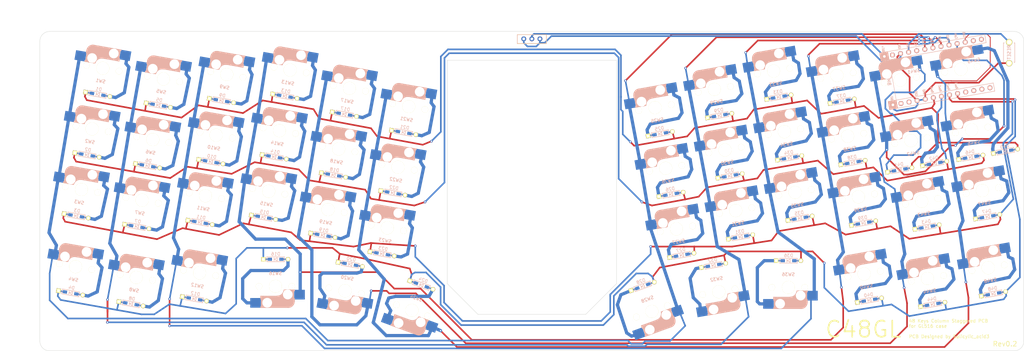
<source format=kicad_pcb>
(kicad_pcb (version 20171130) (host pcbnew "(5.1.10)-1")
  (layers (0 F.Cu signal) (31 B.Cu signal) (34 B.Paste user) (35 F.Paste user) (36 B.SilkS user) (37 F.SilkS user) (38 B.Mask user) (39 F.Mask user) (44 Edge.Cuts user))
  (net 0 "")
  (net 1 "Net-(D1-Pad2)")
  (net 2 Row0)
  (net 3 "Net-(D2-Pad2)")
  (net 4 Row1)
  (net 5 "Net-(D3-Pad2)")
  (net 6 Row2)
  (net 7 "Net-(D4-Pad2)")
  (net 8 Row3)
  (net 9 "Net-(D5-Pad2)")
  (net 10 "Net-(D6-Pad2)")
  (net 11 "Net-(D7-Pad2)")
  (net 12 "Net-(D8-Pad2)")
  (net 13 "Net-(D9-Pad2)")
  (net 14 "Net-(D10-Pad2)")
  (net 15 "Net-(D11-Pad2)")
  (net 16 "Net-(D12-Pad2)")
  (net 17 "Net-(D13-Pad2)")
  (net 18 "Net-(D14-Pad2)")
  (net 19 "Net-(D15-Pad2)")
  (net 20 "Net-(D16-Pad2)")
  (net 21 "Net-(D17-Pad2)")
  (net 22 "Net-(D18-Pad2)")
  (net 23 "Net-(D19-Pad2)")
  (net 24 "Net-(D20-Pad2)")
  (net 25 "Net-(D21-Pad2)")
  (net 26 "Net-(D22-Pad2)")
  (net 27 "Net-(D23-Pad2)")
  (net 28 "Net-(D24-Pad2)")
  (net 29 "Net-(D25-Pad1)")
  (net 30 "Net-(D26-Pad1)")
  (net 31 "Net-(D27-Pad1)")
  (net 32 "Net-(D28-Pad1)")
  (net 33 "Net-(D29-Pad1)")
  (net 34 "Net-(D30-Pad1)")
  (net 35 "Net-(D31-Pad1)")
  (net 36 "Net-(D32-Pad1)")
  (net 37 "Net-(D33-Pad1)")
  (net 38 "Net-(D34-Pad1)")
  (net 39 "Net-(D35-Pad1)")
  (net 40 "Net-(D36-Pad1)")
  (net 41 "Net-(D37-Pad1)")
  (net 42 "Net-(D38-Pad1)")
  (net 43 "Net-(D39-Pad1)")
  (net 44 "Net-(D40-Pad1)")
  (net 45 "Net-(D41-Pad1)")
  (net 46 "Net-(D42-Pad1)")
  (net 47 "Net-(D43-Pad1)")
  (net 48 "Net-(D44-Pad1)")
  (net 49 "Net-(D45-Pad1)")
  (net 50 "Net-(D46-Pad1)")
  (net 51 "Net-(D47-Pad1)")
  (net 52 "Net-(D48-Pad1)")
  (net 53 GND)
  (net 54 Bat+)
  (net 55 Col0)
  (net 56 Col1)
  (net 57 Col2)
  (net 58 Col3)
  (net 59 Col4)
  (net 60 Col5)
  (net 61 Reset)
  (net 62 "Net-(U1-Pad24)")
  (net 63 VCC)
  (net 64 "Net-(U1-Pad14)")
  (net 65 "Net-(U1-Pad13)")
  (net 66 "Net-(U1-Pad12)")
  (net 67 "Net-(U1-Pad11)")
  (net 68 "Net-(U1-Pad10)")
  (net 69 "Net-(U1-Pad9)")
  (net 70 "Net-(U1-Pad2)")
  (net 71 "Net-(U1-Pad1)")
  (module kbd_SW:CherryMX_Hotswap_1u_Small1 (layer F.Cu) (at 304.179526 28.95982 10)
    (fp_text reference SW45 (at 4.396932 -1.956017 10) (layer B.SilkS) (effects (justify mirror)))
    (fp_text value SW_PUSH hide)
    (pad 2 smd rect (at 5.7 -5.12 190) (size 3.3 2.8) (drill (offset -0.45 -0.1)) (layers B.Cu B.Paste B.Mask) (net 49 "Net-(D45-Pad1)"))
    (pad "" np_thru_hole circle (at -5.08 0 10) (size 2 2) (drill 2) (layers *.Cu *.Mask F.SilkS))
    (pad "" np_thru_hole circle (at 5.08 0 10) (size 2 2) (drill 2) (layers *.Cu *.Mask F.SilkS))
    (pad "" np_thru_hole circle (at 0 0 100) (size 4 4) (drill 4) (layers *.Cu *.Mask F.SilkS))
    (pad "" np_thru_hole circle (at 2.54 -5.08 190) (size 3 3) (drill 3) (layers *.Cu *.Mask))
    (pad "" np_thru_hole circle (at -3.81 -2.54 190) (size 3 3) (drill 3) (layers *.Cu *.Mask))
    (pad 1 smd rect (at -7 -2.58 190) (size 3.3 3) (drill (offset 0.45 0)) (layers B.Cu B.Paste B.Mask) (net 60 Col5))
  )
  (module kbd_SW:CherryMX_Hotswap_1u_Small1 (layer F.Cu) (at 285.418938 32.267818 10)
    (fp_text reference SW41 (at 4.558206 -1.945856 10) (layer B.SilkS) (effects (justify mirror)))
    (fp_text value SW_PUSH hide)
    (pad 2 smd rect (at 5.7 -5.12 190) (size 3.3 2.8) (drill (offset -0.45 -0.1)) (layers B.Cu B.Paste B.Mask) (net 45 "Net-(D41-Pad1)"))
    (pad "" np_thru_hole circle (at -5.08 0 10) (size 2 2) (drill 2) (layers *.Cu *.Mask F.SilkS))
    (pad "" np_thru_hole circle (at 5.08 0 10) (size 2 2) (drill 2) (layers *.Cu *.Mask F.SilkS))
    (pad "" np_thru_hole circle (at 0 0 100) (size 4 4) (drill 4) (layers *.Cu *.Mask F.SilkS))
    (pad "" np_thru_hole circle (at 2.54 -5.08 190) (size 3 3) (drill 3) (layers *.Cu *.Mask))
    (pad "" np_thru_hole circle (at -3.81 -2.54 190) (size 3 3) (drill 3) (layers *.Cu *.Mask))
    (pad 1 smd rect (at -7 -2.58 190) (size 3.3 3) (drill (offset 0.45 0)) (layers B.Cu B.Paste B.Mask) (net 59 Col4))
  )
  (module kbd_Parts:Micon_BMP_GL (layer F.Cu) (at 298.56 29.47 100)
    (fp_text reference U1 hide)
    (fp_text value BLEMicroPro hide)
    (fp_text user BMP (at 0 -17 280) (layer B.SilkS) (effects (justify mirror)))
    (fp_text user BAT- (at -5.3 -17.018 280) (layer B.SilkS) (effects (font (size 0.75 0.5) (thickness 0.125)) (justify mirror)))
    (fp_text user BAT+ (at 9.9155 -17.018 280) (layer B.SilkS) (effects (font (size 0.75 0.5) (thickness 0.125)) (justify mirror)))
    (fp_text user "" (at 0.5 -17.25 280) (layer B.SilkS) (effects (justify mirror)))
    (fp_text user "" (at 1.2065 -16.256 280) (layer F.SilkS))
    (fp_text user GND (at 9.8155 -11.938 280) (layer B.SilkS) (effects (font (size 0.75 0.5) (thickness 0.125)) (justify mirror)))
    (fp_text user RST (at 9.8155 -9.3345 280) (layer B.SilkS) (effects (font (size 0.75 0.5) (thickness 0.125)) (justify mirror)))
    (fp_text user GND (at -5.4245 -9.3345 280) (layer B.SilkS) (effects (font (size 0.75 0.5) (thickness 0.125)) (justify mirror)))
    (fp_text user VCC (at 9.8155 -6.858 280) (layer B.SilkS) (effects (font (size 0.75 0.5) (thickness 0.125)) (justify mirror)))
    (fp_text user GND (at -5.361 -6.7945 280) (layer B.SilkS) (effects (font (size 0.75 0.5) (thickness 0.125)) (justify mirror)))
    (fp_text user Col3 (at 9.9 3.35 280) (layer B.SilkS) (effects (font (size 0.75 0.5) (thickness 0.125)) (justify mirror)))
    (fp_text user Row2 (at -5.2 0.8 280) (layer B.SilkS) (effects (font (size 0.75 0.5) (thickness 0.125)) (justify mirror)))
    (fp_text user Col2 (at 9.9 0.762 280) (layer B.SilkS) (effects (font (size 0.75 0.5) (thickness 0.125)) (justify mirror)))
    (fp_text user Row1 (at -5.161 -1.778 280) (layer B.SilkS) (effects (font (size 0.75 0.5) (thickness 0.125)) (justify mirror)))
    (fp_text user Col1 (at 9.85 -1.778 280) (layer B.SilkS) (effects (font (size 0.75 0.5) (thickness 0.125)) (justify mirror)))
    (fp_text user Row0 (at -5.161 -4.318 280) (layer B.SilkS) (effects (font (size 0.75 0.5) (thickness 0.125)) (justify mirror)))
    (fp_text user Col0 (at 9.9 -4.3 280) (layer B.SilkS) (effects (font (size 0.75 0.5) (thickness 0.125)) (justify mirror)))
    (fp_text user Col5 (at 9.95 8.4455 280) (layer B.SilkS) (effects (font (size 0.75 0.5) (thickness 0.125)) (justify mirror)))
    (fp_text user Col4 (at 9.95 5.85 280) (layer B.SilkS) (effects (font (size 0.75 0.5) (thickness 0.125)) (justify mirror)))
    (fp_text user Row3 (at -5.25 3.302 280) (layer B.SilkS) (effects (font (size 0.75 0.5) (thickness 0.125)) (justify mirror)))
    (pad 25 thru_hole circle (at 7.5636 -17.018 280) (size 1.524 1.524) (drill 0.8128) (layers *.Cu *.Mask B.SilkS) (net 54 Bat+))
    (pad 26 thru_hole circle (at -7.6564 -17.018 280) (size 1.524 1.524) (drill 0.8128) (layers *.Cu *.Mask B.SilkS) (net 53 GND))
    (pad 1 thru_hole circle (at -7.6564 -14.478 280) (size 1.524 1.524) (drill 0.8128) (layers *.Cu *.Mask B.SilkS) (net 71 "Net-(U1-Pad1)"))
    (pad 2 thru_hole circle (at -7.6564 -11.938 280) (size 1.524 1.524) (drill 0.8128) (layers *.Cu *.Mask B.SilkS) (net 70 "Net-(U1-Pad2)"))
    (pad 3 thru_hole circle (at -7.6564 -9.398 280) (size 1.524 1.524) (drill 0.8128) (layers *.Cu *.Mask B.SilkS) (net 53 GND))
    (pad 4 thru_hole circle (at -7.6564 -6.858 280) (size 1.524 1.524) (drill 0.8128) (layers *.Cu *.Mask B.SilkS) (net 53 GND))
    (pad 5 thru_hole circle (at -7.6564 -4.318 280) (size 1.524 1.524) (drill 0.8128) (layers *.Cu *.Mask B.SilkS) (net 2 Row0))
    (pad 6 thru_hole circle (at -7.6564 -1.778 280) (size 1.524 1.524) (drill 0.8128) (layers *.Cu *.Mask B.SilkS) (net 4 Row1))
    (pad 7 thru_hole circle (at -7.6564 0.762 280) (size 1.524 1.524) (drill 0.8128) (layers *.Cu *.Mask B.SilkS) (net 6 Row2))
    (pad 8 thru_hole circle (at -7.6564 3.302 280) (size 1.524 1.524) (drill 0.8128) (layers *.Cu *.Mask B.SilkS) (net 8 Row3))
    (pad 9 thru_hole circle (at -7.6564 5.842 280) (size 1.524 1.524) (drill 0.8128) (layers *.Cu *.Mask B.SilkS) (net 69 "Net-(U1-Pad9)"))
    (pad 10 thru_hole circle (at -7.6564 8.382 280) (size 1.524 1.524) (drill 0.8128) (layers *.Cu *.Mask B.SilkS) (net 68 "Net-(U1-Pad10)"))
    (pad 11 thru_hole circle (at -7.6564 10.922 280) (size 1.524 1.524) (drill 0.8128) (layers *.Cu *.Mask B.SilkS) (net 67 "Net-(U1-Pad11)"))
    (pad 12 thru_hole circle (at -7.6564 13.462 280) (size 1.524 1.524) (drill 0.8128) (layers *.Cu *.Mask B.SilkS) (net 66 "Net-(U1-Pad12)"))
    (pad 13 thru_hole circle (at 7.5636 13.462 280) (size 1.524 1.524) (drill 0.8128) (layers *.Cu *.Mask B.SilkS) (net 65 "Net-(U1-Pad13)"))
    (pad 14 thru_hole circle (at 7.5636 10.922 280) (size 1.524 1.524) (drill 0.8128) (layers *.Cu *.Mask B.SilkS) (net 64 "Net-(U1-Pad14)"))
    (pad 15 thru_hole circle (at 7.5636 8.382 280) (size 1.524 1.524) (drill 0.8128) (layers *.Cu *.Mask B.SilkS) (net 60 Col5))
    (pad 16 thru_hole circle (at 7.5636 5.842 280) (size 1.524 1.524) (drill 0.8128) (layers *.Cu *.Mask B.SilkS) (net 59 Col4))
    (pad 17 thru_hole circle (at 7.5636 3.302 280) (size 1.524 1.524) (drill 0.8128) (layers *.Cu *.Mask B.SilkS) (net 58 Col3))
    (pad 18 thru_hole circle (at 7.5636 0.762 280) (size 1.524 1.524) (drill 0.8128) (layers *.Cu *.Mask B.SilkS) (net 57 Col2))
    (pad 19 thru_hole circle (at 7.5636 -1.778 280) (size 1.524 1.524) (drill 0.8128) (layers *.Cu *.Mask B.SilkS) (net 56 Col1))
    (pad 20 thru_hole circle (at 7.5636 -4.318 280) (size 1.524 1.524) (drill 0.8128) (layers *.Cu *.Mask B.SilkS) (net 55 Col0))
    (pad 21 thru_hole circle (at 7.5636 -6.858 280) (size 1.524 1.524) (drill 0.8128) (layers *.Cu *.Mask B.SilkS) (net 63 VCC))
    (pad 22 thru_hole circle (at 7.5636 -9.398 280) (size 1.524 1.524) (drill 0.8128) (layers *.Cu *.Mask B.SilkS) (net 61 Reset))
    (pad 23 thru_hole circle (at 7.5636 -11.938 280) (size 1.524 1.524) (drill 0.8128) (layers *.Cu *.Mask B.SilkS) (net 53 GND))
    (pad 24 thru_hole circle (at 7.5636 -14.478 280) (size 1.524 1.524) (drill 0.8128) (layers *.Cu *.Mask B.SilkS) (net 62 "Net-(U1-Pad24)"))
  )
  (module kbd_Parts:ResetSW (layer F.Cu) (at 319.0875 23.8125 90)
    (fp_text reference SW49 hide)
    (fp_text value SW_PUSH)
    (fp_text user RESET (at 0.127 0 90) (layer B.SilkS) (effects (justify mirror)))
    (pad 1 thru_hole circle (at 3.25 0 90) (size 2 2) (drill 1.3) (layers *.Cu *.Mask F.SilkS) (net 61 Reset))
    (pad 2 thru_hole circle (at -3.25 0 90) (size 2 2) (drill 1.3) (layers *.Cu *.Mask F.SilkS) (net 53 GND))
  )
  (module kbd_SW:CherryMX_Hotswap_1u (layer F.Cu) (at 312.585445 90.34523 10)
    (fp_text reference SW48 (at 0 4 10) (layer B.SilkS) (effects (justify mirror)))
    (fp_text value SW_PUSH hide)
    (pad 2 smd rect (at 5.7 -5.12 190) (size 3.3 3) (drill (offset -0.45 0)) (layers B.Cu B.Paste B.Mask) (net 52 "Net-(D48-Pad1)"))
    (pad "" np_thru_hole circle (at -5.08 0 10) (size 2 2) (drill 2) (layers *.Cu *.Mask F.SilkS))
    (pad "" np_thru_hole circle (at 5.08 0 10) (size 2 2) (drill 2) (layers *.Cu *.Mask F.SilkS))
    (pad "" np_thru_hole circle (at 0 0 100) (size 4 4) (drill 4) (layers *.Cu *.Mask F.SilkS))
    (pad "" np_thru_hole circle (at 2.54 -5.08 190) (size 3 3) (drill 3) (layers *.Cu *.Mask))
    (pad "" np_thru_hole circle (at -3.81 -2.54 190) (size 3 3) (drill 3) (layers *.Cu *.Mask))
    (pad 1 smd rect (at -7 -2.58 190) (size 3.3 3) (drill (offset 0.45 0)) (layers B.Cu B.Paste B.Mask) (net 60 Col5))
  )
  (module kbd_SW:CherryMX_Hotswap_1u (layer F.Cu) (at 310.795521 66.480996 10)
    (fp_text reference SW47 (at 0 4 10) (layer B.SilkS) (effects (justify mirror)))
    (fp_text value SW_PUSH hide)
    (pad 2 smd rect (at 5.7 -5.12 190) (size 3.3 3) (drill (offset -0.45 0)) (layers B.Cu B.Paste B.Mask) (net 51 "Net-(D47-Pad1)"))
    (pad "" np_thru_hole circle (at -5.08 0 10) (size 2 2) (drill 2) (layers *.Cu *.Mask F.SilkS))
    (pad "" np_thru_hole circle (at 5.08 0 10) (size 2 2) (drill 2) (layers *.Cu *.Mask F.SilkS))
    (pad "" np_thru_hole circle (at 0 0 100) (size 4 4) (drill 4) (layers *.Cu *.Mask F.SilkS))
    (pad "" np_thru_hole circle (at 2.54 -5.08 190) (size 3 3) (drill 3) (layers *.Cu *.Mask))
    (pad "" np_thru_hole circle (at -3.81 -2.54 190) (size 3 3) (drill 3) (layers *.Cu *.Mask))
    (pad 1 smd rect (at -7 -2.58 190) (size 3.3 3) (drill (offset 0.45 0)) (layers B.Cu B.Paste B.Mask) (net 60 Col5))
  )
  (module kbd_SW:CherryMX_Hotswap_1u (layer F.Cu) (at 307.487523 47.720408 10)
    (fp_text reference SW46 (at 0 4 10) (layer B.SilkS) (effects (justify mirror)))
    (fp_text value SW_PUSH hide)
    (pad 2 smd rect (at 5.7 -5.12 190) (size 3.3 3) (drill (offset -0.45 0)) (layers B.Cu B.Paste B.Mask) (net 50 "Net-(D46-Pad1)"))
    (pad "" np_thru_hole circle (at -5.08 0 10) (size 2 2) (drill 2) (layers *.Cu *.Mask F.SilkS))
    (pad "" np_thru_hole circle (at 5.08 0 10) (size 2 2) (drill 2) (layers *.Cu *.Mask F.SilkS))
    (pad "" np_thru_hole circle (at 0 0 100) (size 4 4) (drill 4) (layers *.Cu *.Mask F.SilkS))
    (pad "" np_thru_hole circle (at 2.54 -5.08 190) (size 3 3) (drill 3) (layers *.Cu *.Mask))
    (pad "" np_thru_hole circle (at -3.81 -2.54 190) (size 3 3) (drill 3) (layers *.Cu *.Mask))
    (pad 1 smd rect (at -7 -2.58 190) (size 3.3 3) (drill (offset 0.45 0)) (layers B.Cu B.Paste B.Mask) (net 60 Col5))
  )
  (module kbd_SW:CherryMX_Hotswap_1u (layer F.Cu) (at 293.824857 93.653228 10)
    (fp_text reference SW44 (at 0 4 10) (layer B.SilkS) (effects (justify mirror)))
    (fp_text value SW_PUSH hide)
    (pad 2 smd rect (at 5.7 -5.12 190) (size 3.3 3) (drill (offset -0.45 0)) (layers B.Cu B.Paste B.Mask) (net 48 "Net-(D44-Pad1)"))
    (pad "" np_thru_hole circle (at -5.08 0 10) (size 2 2) (drill 2) (layers *.Cu *.Mask F.SilkS))
    (pad "" np_thru_hole circle (at 5.08 0 10) (size 2 2) (drill 2) (layers *.Cu *.Mask F.SilkS))
    (pad "" np_thru_hole circle (at 0 0 100) (size 4 4) (drill 4) (layers *.Cu *.Mask F.SilkS))
    (pad "" np_thru_hole circle (at 2.54 -5.08 190) (size 3 3) (drill 3) (layers *.Cu *.Mask))
    (pad "" np_thru_hole circle (at -3.81 -2.54 190) (size 3 3) (drill 3) (layers *.Cu *.Mask))
    (pad 1 smd rect (at -7 -2.58 190) (size 3.3 3) (drill (offset 0.45 0)) (layers B.Cu B.Paste B.Mask) (net 59 Col4))
  )
  (module kbd_SW:CherryMX_Hotswap_1u (layer F.Cu) (at 292.034933 69.788993 10)
    (fp_text reference SW43 (at 0 4 10) (layer B.SilkS) (effects (justify mirror)))
    (fp_text value SW_PUSH hide)
    (pad 2 smd rect (at 5.7 -5.12 190) (size 3.3 3) (drill (offset -0.45 0)) (layers B.Cu B.Paste B.Mask) (net 47 "Net-(D43-Pad1)"))
    (pad "" np_thru_hole circle (at -5.08 0 10) (size 2 2) (drill 2) (layers *.Cu *.Mask F.SilkS))
    (pad "" np_thru_hole circle (at 5.08 0 10) (size 2 2) (drill 2) (layers *.Cu *.Mask F.SilkS))
    (pad "" np_thru_hole circle (at 0 0 100) (size 4 4) (drill 4) (layers *.Cu *.Mask F.SilkS))
    (pad "" np_thru_hole circle (at 2.54 -5.08 190) (size 3 3) (drill 3) (layers *.Cu *.Mask))
    (pad "" np_thru_hole circle (at -3.81 -2.54 190) (size 3 3) (drill 3) (layers *.Cu *.Mask))
    (pad 1 smd rect (at -7 -2.58 190) (size 3.3 3) (drill (offset 0.45 0)) (layers B.Cu B.Paste B.Mask) (net 59 Col4))
  )
  (module kbd_SW:CherryMX_Hotswap_1u (layer F.Cu) (at 288.726936 51.028406 10)
    (fp_text reference SW42 (at 0 4 10) (layer B.SilkS) (effects (justify mirror)))
    (fp_text value SW_PUSH hide)
    (pad 2 smd rect (at 5.7 -5.12 190) (size 3.3 3) (drill (offset -0.45 0)) (layers B.Cu B.Paste B.Mask) (net 46 "Net-(D42-Pad1)"))
    (pad "" np_thru_hole circle (at -5.08 0 10) (size 2 2) (drill 2) (layers *.Cu *.Mask F.SilkS))
    (pad "" np_thru_hole circle (at 5.08 0 10) (size 2 2) (drill 2) (layers *.Cu *.Mask F.SilkS))
    (pad "" np_thru_hole circle (at 0 0 100) (size 4 4) (drill 4) (layers *.Cu *.Mask F.SilkS))
    (pad "" np_thru_hole circle (at 2.54 -5.08 190) (size 3 3) (drill 3) (layers *.Cu *.Mask))
    (pad "" np_thru_hole circle (at -3.81 -2.54 190) (size 3 3) (drill 3) (layers *.Cu *.Mask))
    (pad 1 smd rect (at -7 -2.58 190) (size 3.3 3) (drill (offset 0.45 0)) (layers B.Cu B.Paste B.Mask) (net 59 Col4))
  )
  (module kbd_SW:CherryMX_Hotswap_1u (layer F.Cu) (at 274.23727 92.271079 10)
    (fp_text reference SW40 (at 0 4 10) (layer B.SilkS) (effects (justify mirror)))
    (fp_text value SW_PUSH hide)
    (pad 2 smd rect (at 5.7 -5.12 190) (size 3.3 3) (drill (offset -0.45 0)) (layers B.Cu B.Paste B.Mask) (net 44 "Net-(D40-Pad1)"))
    (pad "" np_thru_hole circle (at -5.08 0 10) (size 2 2) (drill 2) (layers *.Cu *.Mask F.SilkS))
    (pad "" np_thru_hole circle (at 5.08 0 10) (size 2 2) (drill 2) (layers *.Cu *.Mask F.SilkS))
    (pad "" np_thru_hole circle (at 0 0 100) (size 4 4) (drill 4) (layers *.Cu *.Mask F.SilkS))
    (pad "" np_thru_hole circle (at 2.54 -5.08 190) (size 3 3) (drill 3) (layers *.Cu *.Mask))
    (pad "" np_thru_hole circle (at -3.81 -2.54 190) (size 3 3) (drill 3) (layers *.Cu *.Mask))
    (pad 1 smd rect (at -7 -2.58 190) (size 3.3 3) (drill (offset 0.45 0)) (layers B.Cu B.Paste B.Mask) (net 58 Col3))
  )
  (module kbd_SW:CherryMX_Hotswap_1u (layer F.Cu) (at 272.447346 68.406844 10)
    (fp_text reference SW39 (at 0 4 10) (layer B.SilkS) (effects (justify mirror)))
    (fp_text value SW_PUSH hide)
    (pad 2 smd rect (at 5.7 -5.12 190) (size 3.3 3) (drill (offset -0.45 0)) (layers B.Cu B.Paste B.Mask) (net 43 "Net-(D39-Pad1)"))
    (pad "" np_thru_hole circle (at -5.08 0 10) (size 2 2) (drill 2) (layers *.Cu *.Mask F.SilkS))
    (pad "" np_thru_hole circle (at 5.08 0 10) (size 2 2) (drill 2) (layers *.Cu *.Mask F.SilkS))
    (pad "" np_thru_hole circle (at 0 0 100) (size 4 4) (drill 4) (layers *.Cu *.Mask F.SilkS))
    (pad "" np_thru_hole circle (at 2.54 -5.08 190) (size 3 3) (drill 3) (layers *.Cu *.Mask))
    (pad "" np_thru_hole circle (at -3.81 -2.54 190) (size 3 3) (drill 3) (layers *.Cu *.Mask))
    (pad 1 smd rect (at -7 -2.58 190) (size 3.3 3) (drill (offset 0.45 0)) (layers B.Cu B.Paste B.Mask) (net 58 Col3))
  )
  (module kbd_SW:CherryMX_Hotswap_1u (layer F.Cu) (at 269.139348 49.646257 10)
    (fp_text reference SW38 (at 0 4 10) (layer B.SilkS) (effects (justify mirror)))
    (fp_text value SW_PUSH hide)
    (pad 2 smd rect (at 5.7 -5.12 190) (size 3.3 3) (drill (offset -0.45 0)) (layers B.Cu B.Paste B.Mask) (net 42 "Net-(D38-Pad1)"))
    (pad "" np_thru_hole circle (at -5.08 0 10) (size 2 2) (drill 2) (layers *.Cu *.Mask F.SilkS))
    (pad "" np_thru_hole circle (at 5.08 0 10) (size 2 2) (drill 2) (layers *.Cu *.Mask F.SilkS))
    (pad "" np_thru_hole circle (at 0 0 100) (size 4 4) (drill 4) (layers *.Cu *.Mask F.SilkS))
    (pad "" np_thru_hole circle (at 2.54 -5.08 190) (size 3 3) (drill 3) (layers *.Cu *.Mask))
    (pad "" np_thru_hole circle (at -3.81 -2.54 190) (size 3 3) (drill 3) (layers *.Cu *.Mask))
    (pad 1 smd rect (at -7 -2.58 190) (size 3.3 3) (drill (offset 0.45 0)) (layers B.Cu B.Paste B.Mask) (net 58 Col3))
  )
  (module kbd_SW:CherryMX_Hotswap_1u (layer F.Cu) (at 265.831351 30.885669 10)
    (fp_text reference SW37 (at 0 4 10) (layer B.SilkS) (effects (justify mirror)))
    (fp_text value SW_PUSH hide)
    (pad 2 smd rect (at 5.7 -5.12 190) (size 3.3 3) (drill (offset -0.45 0)) (layers B.Cu B.Paste B.Mask) (net 41 "Net-(D37-Pad1)"))
    (pad "" np_thru_hole circle (at -5.08 0 10) (size 2 2) (drill 2) (layers *.Cu *.Mask F.SilkS))
    (pad "" np_thru_hole circle (at 5.08 0 10) (size 2 2) (drill 2) (layers *.Cu *.Mask F.SilkS))
    (pad "" np_thru_hole circle (at 0 0 100) (size 4 4) (drill 4) (layers *.Cu *.Mask F.SilkS))
    (pad "" np_thru_hole circle (at 2.54 -5.08 190) (size 3 3) (drill 3) (layers *.Cu *.Mask))
    (pad "" np_thru_hole circle (at -3.81 -2.54 190) (size 3 3) (drill 3) (layers *.Cu *.Mask))
    (pad 1 smd rect (at -7 -2.58 190) (size 3.3 3) (drill (offset 0.45 0)) (layers B.Cu B.Paste B.Mask) (net 58 Col3))
  )
  (module kbd_SW:CherryMX_Hotswap_1u (layer F.Cu) (at 250.786535 96.406076 180)
    (fp_text reference SW36 (at 0 4) (layer B.SilkS) (effects (justify mirror)))
    (fp_text value SW_PUSH hide)
    (pad 2 smd rect (at 5.7 -5.12) (size 3.3 3) (drill (offset -0.45 0)) (layers B.Cu B.Paste B.Mask) (net 40 "Net-(D36-Pad1)"))
    (pad "" np_thru_hole circle (at -5.08 0 180) (size 2 2) (drill 2) (layers *.Cu *.Mask F.SilkS))
    (pad "" np_thru_hole circle (at 5.08 0 180) (size 2 2) (drill 2) (layers *.Cu *.Mask F.SilkS))
    (pad "" np_thru_hole circle (at 0 0 270) (size 4 4) (drill 4) (layers *.Cu *.Mask F.SilkS))
    (pad "" np_thru_hole circle (at 2.54 -5.08) (size 3 3) (drill 3) (layers *.Cu *.Mask))
    (pad "" np_thru_hole circle (at -3.81 -2.54) (size 3 3) (drill 3) (layers *.Cu *.Mask))
    (pad 1 smd rect (at -7 -2.58) (size 3.3 3) (drill (offset 0.45 0)) (layers B.Cu B.Paste B.Mask) (net 57 Col2))
  )
  (module kbd_SW:CherryMX_Hotswap_1u (layer F.Cu) (at 252.859759 67.024695 10)
    (fp_text reference SW35 (at 0 4 10) (layer B.SilkS) (effects (justify mirror)))
    (fp_text value SW_PUSH hide)
    (pad 2 smd rect (at 5.7 -5.12 190) (size 3.3 3) (drill (offset -0.45 0)) (layers B.Cu B.Paste B.Mask) (net 39 "Net-(D35-Pad1)"))
    (pad "" np_thru_hole circle (at -5.08 0 10) (size 2 2) (drill 2) (layers *.Cu *.Mask F.SilkS))
    (pad "" np_thru_hole circle (at 5.08 0 10) (size 2 2) (drill 2) (layers *.Cu *.Mask F.SilkS))
    (pad "" np_thru_hole circle (at 0 0 100) (size 4 4) (drill 4) (layers *.Cu *.Mask F.SilkS))
    (pad "" np_thru_hole circle (at 2.54 -5.08 190) (size 3 3) (drill 3) (layers *.Cu *.Mask))
    (pad "" np_thru_hole circle (at -3.81 -2.54 190) (size 3 3) (drill 3) (layers *.Cu *.Mask))
    (pad 1 smd rect (at -7 -2.58 190) (size 3.3 3) (drill (offset 0.45 0)) (layers B.Cu B.Paste B.Mask) (net 57 Col2))
  )
  (module kbd_SW:CherryMX_Hotswap_1u (layer F.Cu) (at 249.551761 48.264107 10)
    (fp_text reference SW34 (at 0 4 10) (layer B.SilkS) (effects (justify mirror)))
    (fp_text value SW_PUSH hide)
    (pad 2 smd rect (at 5.7 -5.12 190) (size 3.3 3) (drill (offset -0.45 0)) (layers B.Cu B.Paste B.Mask) (net 38 "Net-(D34-Pad1)"))
    (pad "" np_thru_hole circle (at -5.08 0 10) (size 2 2) (drill 2) (layers *.Cu *.Mask F.SilkS))
    (pad "" np_thru_hole circle (at 5.08 0 10) (size 2 2) (drill 2) (layers *.Cu *.Mask F.SilkS))
    (pad "" np_thru_hole circle (at 0 0 100) (size 4 4) (drill 4) (layers *.Cu *.Mask F.SilkS))
    (pad "" np_thru_hole circle (at 2.54 -5.08 190) (size 3 3) (drill 3) (layers *.Cu *.Mask))
    (pad "" np_thru_hole circle (at -3.81 -2.54 190) (size 3 3) (drill 3) (layers *.Cu *.Mask))
    (pad 1 smd rect (at -7 -2.58 190) (size 3.3 3) (drill (offset 0.45 0)) (layers B.Cu B.Paste B.Mask) (net 57 Col2))
  )
  (module kbd_SW:CherryMX_Hotswap_1u (layer F.Cu) (at 246.243764 29.50352 10)
    (fp_text reference SW33 (at 0 4 10) (layer B.SilkS) (effects (justify mirror)))
    (fp_text value SW_PUSH hide)
    (pad 2 smd rect (at 5.7 -5.12 190) (size 3.3 3) (drill (offset -0.45 0)) (layers B.Cu B.Paste B.Mask) (net 37 "Net-(D33-Pad1)"))
    (pad "" np_thru_hole circle (at -5.08 0 10) (size 2 2) (drill 2) (layers *.Cu *.Mask F.SilkS))
    (pad "" np_thru_hole circle (at 5.08 0 10) (size 2 2) (drill 2) (layers *.Cu *.Mask F.SilkS))
    (pad "" np_thru_hole circle (at 0 0 100) (size 4 4) (drill 4) (layers *.Cu *.Mask F.SilkS))
    (pad "" np_thru_hole circle (at 2.54 -5.08 190) (size 3 3) (drill 3) (layers *.Cu *.Mask))
    (pad "" np_thru_hole circle (at -3.81 -2.54 190) (size 3 3) (drill 3) (layers *.Cu *.Mask))
    (pad 1 smd rect (at -7 -2.58 190) (size 3.3 3) (drill (offset 0.45 0)) (layers B.Cu B.Paste B.Mask) (net 57 Col2))
  )
  (module kbd_SW:CherryMX_Hotswap_1u (layer F.Cu) (at 229.267375 97.7825 190)
    (fp_text reference SW32 (at 0 4 10) (layer B.SilkS) (effects (justify mirror)))
    (fp_text value SW_PUSH hide)
    (pad 2 smd rect (at 5.7 -5.12 10) (size 3.3 3) (drill (offset -0.45 0)) (layers B.Cu B.Paste B.Mask) (net 36 "Net-(D32-Pad1)"))
    (pad "" np_thru_hole circle (at -5.08 0 190) (size 2 2) (drill 2) (layers *.Cu *.Mask F.SilkS))
    (pad "" np_thru_hole circle (at 5.08 0 190) (size 2 2) (drill 2) (layers *.Cu *.Mask F.SilkS))
    (pad "" np_thru_hole circle (at 0 0 280) (size 4 4) (drill 4) (layers *.Cu *.Mask F.SilkS))
    (pad "" np_thru_hole circle (at 2.54 -5.08 10) (size 3 3) (drill 3) (layers *.Cu *.Mask))
    (pad "" np_thru_hole circle (at -3.81 -2.54 10) (size 3 3) (drill 3) (layers *.Cu *.Mask))
    (pad 1 smd rect (at -7 -2.58 10) (size 3.3 3) (drill (offset 0.45 0)) (layers B.Cu B.Paste B.Mask) (net 56 Col1))
  )
  (module kbd_SW:CherryMX_Hotswap_1u (layer F.Cu) (at 234.512671 72.677766 10)
    (fp_text reference SW31 (at 0 4 10) (layer B.SilkS) (effects (justify mirror)))
    (fp_text value SW_PUSH hide)
    (pad 2 smd rect (at 5.7 -5.12 190) (size 3.3 3) (drill (offset -0.45 0)) (layers B.Cu B.Paste B.Mask) (net 35 "Net-(D31-Pad1)"))
    (pad "" np_thru_hole circle (at -5.08 0 10) (size 2 2) (drill 2) (layers *.Cu *.Mask F.SilkS))
    (pad "" np_thru_hole circle (at 5.08 0 10) (size 2 2) (drill 2) (layers *.Cu *.Mask F.SilkS))
    (pad "" np_thru_hole circle (at 0 0 100) (size 4 4) (drill 4) (layers *.Cu *.Mask F.SilkS))
    (pad "" np_thru_hole circle (at 2.54 -5.08 190) (size 3 3) (drill 3) (layers *.Cu *.Mask))
    (pad "" np_thru_hole circle (at -3.81 -2.54 190) (size 3 3) (drill 3) (layers *.Cu *.Mask))
    (pad 1 smd rect (at -7 -2.58 190) (size 3.3 3) (drill (offset 0.45 0)) (layers B.Cu B.Paste B.Mask) (net 56 Col1))
  )
  (module kbd_SW:CherryMX_Hotswap_1u (layer F.Cu) (at 231.204673 53.917179 10)
    (fp_text reference SW30 (at 0 4 10) (layer B.SilkS) (effects (justify mirror)))
    (fp_text value SW_PUSH hide)
    (pad 2 smd rect (at 5.7 -5.12 190) (size 3.3 3) (drill (offset -0.45 0)) (layers B.Cu B.Paste B.Mask) (net 34 "Net-(D30-Pad1)"))
    (pad "" np_thru_hole circle (at -5.08 0 10) (size 2 2) (drill 2) (layers *.Cu *.Mask F.SilkS))
    (pad "" np_thru_hole circle (at 5.08 0 10) (size 2 2) (drill 2) (layers *.Cu *.Mask F.SilkS))
    (pad "" np_thru_hole circle (at 0 0 100) (size 4 4) (drill 4) (layers *.Cu *.Mask F.SilkS))
    (pad "" np_thru_hole circle (at 2.54 -5.08 190) (size 3 3) (drill 3) (layers *.Cu *.Mask))
    (pad "" np_thru_hole circle (at -3.81 -2.54 190) (size 3 3) (drill 3) (layers *.Cu *.Mask))
    (pad 1 smd rect (at -7 -2.58 190) (size 3.3 3) (drill (offset 0.45 0)) (layers B.Cu B.Paste B.Mask) (net 56 Col1))
  )
  (module kbd_SW:CherryMX_Hotswap_1u (layer F.Cu) (at 227.896676 35.156591 10)
    (fp_text reference SW29 (at 0 4 10) (layer B.SilkS) (effects (justify mirror)))
    (fp_text value SW_PUSH hide)
    (pad 2 smd rect (at 5.7 -5.12 190) (size 3.3 3) (drill (offset -0.45 0)) (layers B.Cu B.Paste B.Mask) (net 33 "Net-(D29-Pad1)"))
    (pad "" np_thru_hole circle (at -5.08 0 10) (size 2 2) (drill 2) (layers *.Cu *.Mask F.SilkS))
    (pad "" np_thru_hole circle (at 5.08 0 10) (size 2 2) (drill 2) (layers *.Cu *.Mask F.SilkS))
    (pad "" np_thru_hole circle (at 0 0 100) (size 4 4) (drill 4) (layers *.Cu *.Mask F.SilkS))
    (pad "" np_thru_hole circle (at 2.54 -5.08 190) (size 3 3) (drill 3) (layers *.Cu *.Mask))
    (pad "" np_thru_hole circle (at -3.81 -2.54 190) (size 3 3) (drill 3) (layers *.Cu *.Mask))
    (pad 1 smd rect (at -7 -2.58 190) (size 3.3 3) (drill (offset 0.45 0)) (layers B.Cu B.Paste B.Mask) (net 56 Col1))
  )
  (module kbd_SW:CherryMX_Hotswap_1u (layer F.Cu) (at 208.575213 103.849071 200)
    (fp_text reference SW28 (at 0 4 20) (layer B.SilkS) (effects (justify mirror)))
    (fp_text value SW_PUSH hide)
    (pad 2 smd rect (at 5.7 -5.12 20) (size 3.3 3) (drill (offset -0.45 0)) (layers B.Cu B.Paste B.Mask) (net 32 "Net-(D28-Pad1)"))
    (pad "" np_thru_hole circle (at -5.08 0 200) (size 2 2) (drill 2) (layers *.Cu *.Mask F.SilkS))
    (pad "" np_thru_hole circle (at 5.08 0 200) (size 2 2) (drill 2) (layers *.Cu *.Mask F.SilkS))
    (pad "" np_thru_hole circle (at 0 0 290) (size 4 4) (drill 4) (layers *.Cu *.Mask F.SilkS))
    (pad "" np_thru_hole circle (at 2.54 -5.08 20) (size 3 3) (drill 3) (layers *.Cu *.Mask))
    (pad "" np_thru_hole circle (at -3.81 -2.54 20) (size 3 3) (drill 3) (layers *.Cu *.Mask))
    (pad 1 smd rect (at -7 -2.58 20) (size 3.3 3) (drill (offset 0.45 0)) (layers B.Cu B.Paste B.Mask) (net 55 Col0))
  )
  (module kbd_SW:CherryMX_Hotswap_1u (layer F.Cu) (at 216.165583 78.330838 10)
    (fp_text reference SW27 (at 0 4 10) (layer B.SilkS) (effects (justify mirror)))
    (fp_text value SW_PUSH hide)
    (pad 2 smd rect (at 5.7 -5.12 190) (size 3.3 3) (drill (offset -0.45 0)) (layers B.Cu B.Paste B.Mask) (net 31 "Net-(D27-Pad1)"))
    (pad "" np_thru_hole circle (at -5.08 0 10) (size 2 2) (drill 2) (layers *.Cu *.Mask F.SilkS))
    (pad "" np_thru_hole circle (at 5.08 0 10) (size 2 2) (drill 2) (layers *.Cu *.Mask F.SilkS))
    (pad "" np_thru_hole circle (at 0 0 100) (size 4 4) (drill 4) (layers *.Cu *.Mask F.SilkS))
    (pad "" np_thru_hole circle (at 2.54 -5.08 190) (size 3 3) (drill 3) (layers *.Cu *.Mask))
    (pad "" np_thru_hole circle (at -3.81 -2.54 190) (size 3 3) (drill 3) (layers *.Cu *.Mask))
    (pad 1 smd rect (at -7 -2.58 190) (size 3.3 3) (drill (offset 0.45 0)) (layers B.Cu B.Paste B.Mask) (net 55 Col0))
  )
  (module kbd_SW:CherryMX_Hotswap_1u (layer F.Cu) (at 212.857585 59.57025 10)
    (fp_text reference SW26 (at 0 4 10) (layer B.SilkS) (effects (justify mirror)))
    (fp_text value SW_PUSH hide)
    (pad 2 smd rect (at 5.7 -5.12 190) (size 3.3 3) (drill (offset -0.45 0)) (layers B.Cu B.Paste B.Mask) (net 30 "Net-(D26-Pad1)"))
    (pad "" np_thru_hole circle (at -5.08 0 10) (size 2 2) (drill 2) (layers *.Cu *.Mask F.SilkS))
    (pad "" np_thru_hole circle (at 5.08 0 10) (size 2 2) (drill 2) (layers *.Cu *.Mask F.SilkS))
    (pad "" np_thru_hole circle (at 0 0 100) (size 4 4) (drill 4) (layers *.Cu *.Mask F.SilkS))
    (pad "" np_thru_hole circle (at 2.54 -5.08 190) (size 3 3) (drill 3) (layers *.Cu *.Mask))
    (pad "" np_thru_hole circle (at -3.81 -2.54 190) (size 3 3) (drill 3) (layers *.Cu *.Mask))
    (pad 1 smd rect (at -7 -2.58 190) (size 3.3 3) (drill (offset 0.45 0)) (layers B.Cu B.Paste B.Mask) (net 55 Col0))
  )
  (module kbd_SW:CherryMX_Hotswap_1u (layer F.Cu) (at 209.549588 40.809662 10)
    (fp_text reference SW25 (at 0 4 10) (layer B.SilkS) (effects (justify mirror)))
    (fp_text value SW_PUSH hide)
    (pad 2 smd rect (at 5.7 -5.12 190) (size 3.3 3) (drill (offset -0.45 0)) (layers B.Cu B.Paste B.Mask) (net 29 "Net-(D25-Pad1)"))
    (pad "" np_thru_hole circle (at -5.08 0 10) (size 2 2) (drill 2) (layers *.Cu *.Mask F.SilkS))
    (pad "" np_thru_hole circle (at 5.08 0 10) (size 2 2) (drill 2) (layers *.Cu *.Mask F.SilkS))
    (pad "" np_thru_hole circle (at 0 0 100) (size 4 4) (drill 4) (layers *.Cu *.Mask F.SilkS))
    (pad "" np_thru_hole circle (at 2.54 -5.08 190) (size 3 3) (drill 3) (layers *.Cu *.Mask))
    (pad "" np_thru_hole circle (at -3.81 -2.54 190) (size 3 3) (drill 3) (layers *.Cu *.Mask))
    (pad 1 smd rect (at -7 -2.58 190) (size 3.3 3) (drill (offset 0.45 0)) (layers B.Cu B.Paste B.Mask) (net 55 Col0))
  )
  (module kbd_SW:CherryMX_Hotswap_1u (layer F.Cu) (at 134.349067 103.527395 160)
    (fp_text reference SW24 (at 0 4 160) (layer B.SilkS) (effects (justify mirror)))
    (fp_text value SW_PUSH hide)
    (pad 2 smd rect (at 5.7 -5.12 340) (size 3.3 3) (drill (offset -0.45 0)) (layers B.Cu B.Paste B.Mask) (net 28 "Net-(D24-Pad2)"))
    (pad "" np_thru_hole circle (at -5.08 0 160) (size 2 2) (drill 2) (layers *.Cu *.Mask F.SilkS))
    (pad "" np_thru_hole circle (at 5.08 0 160) (size 2 2) (drill 2) (layers *.Cu *.Mask F.SilkS))
    (pad "" np_thru_hole circle (at 0 0 250) (size 4 4) (drill 4) (layers *.Cu *.Mask F.SilkS))
    (pad "" np_thru_hole circle (at 2.54 -5.08 340) (size 3 3) (drill 3) (layers *.Cu *.Mask))
    (pad "" np_thru_hole circle (at -3.81 -2.54 340) (size 3 3) (drill 3) (layers *.Cu *.Mask))
    (pad 1 smd rect (at -7 -2.58 340) (size 3.3 3) (drill (offset 0.45 0)) (layers B.Cu B.Paste B.Mask) (net 60 Col5))
  )
  (module kbd_SW:CherryMX_Hotswap_1u (layer F.Cu) (at 126.758697 78.009161 350)
    (fp_text reference SW23 (at 0 4 170) (layer B.SilkS) (effects (justify mirror)))
    (fp_text value SW_PUSH hide)
    (pad 2 smd rect (at 5.7 -5.12 170) (size 3.3 3) (drill (offset -0.45 0)) (layers B.Cu B.Paste B.Mask) (net 27 "Net-(D23-Pad2)"))
    (pad "" np_thru_hole circle (at -5.08 0 350) (size 2 2) (drill 2) (layers *.Cu *.Mask F.SilkS))
    (pad "" np_thru_hole circle (at 5.08 0 350) (size 2 2) (drill 2) (layers *.Cu *.Mask F.SilkS))
    (pad "" np_thru_hole circle (at 0 0 80) (size 4 4) (drill 4) (layers *.Cu *.Mask F.SilkS))
    (pad "" np_thru_hole circle (at 2.54 -5.08 170) (size 3 3) (drill 3) (layers *.Cu *.Mask))
    (pad "" np_thru_hole circle (at -3.81 -2.54 170) (size 3 3) (drill 3) (layers *.Cu *.Mask))
    (pad 1 smd rect (at -7 -2.58 170) (size 3.3 3) (drill (offset 0.45 0)) (layers B.Cu B.Paste B.Mask) (net 60 Col5))
  )
  (module kbd_SW:CherryMX_Hotswap_1u (layer F.Cu) (at 130.066695 59.248575 350)
    (fp_text reference SW22 (at 0 4 170) (layer B.SilkS) (effects (justify mirror)))
    (fp_text value SW_PUSH hide)
    (pad 2 smd rect (at 5.7 -5.12 170) (size 3.3 3) (drill (offset -0.45 0)) (layers B.Cu B.Paste B.Mask) (net 26 "Net-(D22-Pad2)"))
    (pad "" np_thru_hole circle (at -5.08 0 350) (size 2 2) (drill 2) (layers *.Cu *.Mask F.SilkS))
    (pad "" np_thru_hole circle (at 5.08 0 350) (size 2 2) (drill 2) (layers *.Cu *.Mask F.SilkS))
    (pad "" np_thru_hole circle (at 0 0 80) (size 4 4) (drill 4) (layers *.Cu *.Mask F.SilkS))
    (pad "" np_thru_hole circle (at 2.54 -5.08 170) (size 3 3) (drill 3) (layers *.Cu *.Mask))
    (pad "" np_thru_hole circle (at -3.81 -2.54 170) (size 3 3) (drill 3) (layers *.Cu *.Mask))
    (pad 1 smd rect (at -7 -2.58 170) (size 3.3 3) (drill (offset 0.45 0)) (layers B.Cu B.Paste B.Mask) (net 60 Col5))
  )
  (module kbd_SW:CherryMX_Hotswap_1u (layer F.Cu) (at 133.374693 40.487987 350)
    (fp_text reference SW21 (at 0 4 170) (layer B.SilkS) (effects (justify mirror)))
    (fp_text value SW_PUSH hide)
    (pad 2 smd rect (at 5.7 -5.12 170) (size 3.3 3) (drill (offset -0.45 0)) (layers B.Cu B.Paste B.Mask) (net 25 "Net-(D21-Pad2)"))
    (pad "" np_thru_hole circle (at -5.08 0 350) (size 2 2) (drill 2) (layers *.Cu *.Mask F.SilkS))
    (pad "" np_thru_hole circle (at 5.08 0 350) (size 2 2) (drill 2) (layers *.Cu *.Mask F.SilkS))
    (pad "" np_thru_hole circle (at 0 0 80) (size 4 4) (drill 4) (layers *.Cu *.Mask F.SilkS))
    (pad "" np_thru_hole circle (at 2.54 -5.08 170) (size 3 3) (drill 3) (layers *.Cu *.Mask))
    (pad "" np_thru_hole circle (at -3.81 -2.54 170) (size 3 3) (drill 3) (layers *.Cu *.Mask))
    (pad 1 smd rect (at -7 -2.58 170) (size 3.3 3) (drill (offset 0.45 0)) (layers B.Cu B.Paste B.Mask) (net 60 Col5))
  )
  (module kbd_SW:CherryMX_Hotswap_1u (layer F.Cu) (at 113.656906 97.460824 170)
    (fp_text reference SW20 (at 0 4 170) (layer B.SilkS) (effects (justify mirror)))
    (fp_text value SW_PUSH hide)
    (pad 2 smd rect (at 5.7 -5.12 350) (size 3.3 3) (drill (offset -0.45 0)) (layers B.Cu B.Paste B.Mask) (net 24 "Net-(D20-Pad2)"))
    (pad "" np_thru_hole circle (at -5.08 0 170) (size 2 2) (drill 2) (layers *.Cu *.Mask F.SilkS))
    (pad "" np_thru_hole circle (at 5.08 0 170) (size 2 2) (drill 2) (layers *.Cu *.Mask F.SilkS))
    (pad "" np_thru_hole circle (at 0 0 260) (size 4 4) (drill 4) (layers *.Cu *.Mask F.SilkS))
    (pad "" np_thru_hole circle (at 2.54 -5.08 350) (size 3 3) (drill 3) (layers *.Cu *.Mask))
    (pad "" np_thru_hole circle (at -3.81 -2.54 350) (size 3 3) (drill 3) (layers *.Cu *.Mask))
    (pad 1 smd rect (at -7 -2.58 350) (size 3.3 3) (drill (offset 0.45 0)) (layers B.Cu B.Paste B.Mask) (net 59 Col4))
  )
  (module kbd_SW:CherryMX_Hotswap_1u (layer F.Cu) (at 108.411609 72.356091 350)
    (fp_text reference SW19 (at 0 4 170) (layer B.SilkS) (effects (justify mirror)))
    (fp_text value SW_PUSH hide)
    (pad 2 smd rect (at 5.7 -5.12 170) (size 3.3 3) (drill (offset -0.45 0)) (layers B.Cu B.Paste B.Mask) (net 23 "Net-(D19-Pad2)"))
    (pad "" np_thru_hole circle (at -5.08 0 350) (size 2 2) (drill 2) (layers *.Cu *.Mask F.SilkS))
    (pad "" np_thru_hole circle (at 5.08 0 350) (size 2 2) (drill 2) (layers *.Cu *.Mask F.SilkS))
    (pad "" np_thru_hole circle (at 0 0 80) (size 4 4) (drill 4) (layers *.Cu *.Mask F.SilkS))
    (pad "" np_thru_hole circle (at 2.54 -5.08 170) (size 3 3) (drill 3) (layers *.Cu *.Mask))
    (pad "" np_thru_hole circle (at -3.81 -2.54 170) (size 3 3) (drill 3) (layers *.Cu *.Mask))
    (pad 1 smd rect (at -7 -2.58 170) (size 3.3 3) (drill (offset 0.45 0)) (layers B.Cu B.Paste B.Mask) (net 59 Col4))
  )
  (module kbd_SW:CherryMX_Hotswap_1u (layer F.Cu) (at 111.719607 53.595502 350)
    (fp_text reference SW18 (at 0 4 170) (layer B.SilkS) (effects (justify mirror)))
    (fp_text value SW_PUSH hide)
    (pad 2 smd rect (at 5.7 -5.12 170) (size 3.3 3) (drill (offset -0.45 0)) (layers B.Cu B.Paste B.Mask) (net 22 "Net-(D18-Pad2)"))
    (pad "" np_thru_hole circle (at -5.08 0 350) (size 2 2) (drill 2) (layers *.Cu *.Mask F.SilkS))
    (pad "" np_thru_hole circle (at 5.08 0 350) (size 2 2) (drill 2) (layers *.Cu *.Mask F.SilkS))
    (pad "" np_thru_hole circle (at 0 0 80) (size 4 4) (drill 4) (layers *.Cu *.Mask F.SilkS))
    (pad "" np_thru_hole circle (at 2.54 -5.08 170) (size 3 3) (drill 3) (layers *.Cu *.Mask))
    (pad "" np_thru_hole circle (at -3.81 -2.54 170) (size 3 3) (drill 3) (layers *.Cu *.Mask))
    (pad 1 smd rect (at -7 -2.58 170) (size 3.3 3) (drill (offset 0.45 0)) (layers B.Cu B.Paste B.Mask) (net 59 Col4))
  )
  (module kbd_SW:CherryMX_Hotswap_1u (layer F.Cu) (at 115.027605 34.834916 350)
    (fp_text reference SW17 (at 0 4 170) (layer B.SilkS) (effects (justify mirror)))
    (fp_text value SW_PUSH hide)
    (pad 2 smd rect (at 5.7 -5.12 170) (size 3.3 3) (drill (offset -0.45 0)) (layers B.Cu B.Paste B.Mask) (net 21 "Net-(D17-Pad2)"))
    (pad "" np_thru_hole circle (at -5.08 0 350) (size 2 2) (drill 2) (layers *.Cu *.Mask F.SilkS))
    (pad "" np_thru_hole circle (at 5.08 0 350) (size 2 2) (drill 2) (layers *.Cu *.Mask F.SilkS))
    (pad "" np_thru_hole circle (at 0 0 80) (size 4 4) (drill 4) (layers *.Cu *.Mask F.SilkS))
    (pad "" np_thru_hole circle (at 2.54 -5.08 170) (size 3 3) (drill 3) (layers *.Cu *.Mask))
    (pad "" np_thru_hole circle (at -3.81 -2.54 170) (size 3 3) (drill 3) (layers *.Cu *.Mask))
    (pad 1 smd rect (at -7 -2.58 170) (size 3.3 3) (drill (offset 0.45 0)) (layers B.Cu B.Paste B.Mask) (net 59 Col4))
  )
  (module kbd_SW:CherryMX_Hotswap_1u (layer F.Cu) (at 92.137745 96.0844 180)
    (fp_text reference SW16 (at 0 4) (layer B.SilkS) (effects (justify mirror)))
    (fp_text value SW_PUSH hide)
    (pad 2 smd rect (at 5.7 -5.12) (size 3.3 3) (drill (offset -0.45 0)) (layers B.Cu B.Paste B.Mask) (net 20 "Net-(D16-Pad2)"))
    (pad "" np_thru_hole circle (at -5.08 0 180) (size 2 2) (drill 2) (layers *.Cu *.Mask F.SilkS))
    (pad "" np_thru_hole circle (at 5.08 0 180) (size 2 2) (drill 2) (layers *.Cu *.Mask F.SilkS))
    (pad "" np_thru_hole circle (at 0 0 270) (size 4 4) (drill 4) (layers *.Cu *.Mask F.SilkS))
    (pad "" np_thru_hole circle (at 2.54 -5.08) (size 3 3) (drill 3) (layers *.Cu *.Mask))
    (pad "" np_thru_hole circle (at -3.81 -2.54) (size 3 3) (drill 3) (layers *.Cu *.Mask))
    (pad 1 smd rect (at -7 -2.58) (size 3.3 3) (drill (offset 0.45 0)) (layers B.Cu B.Paste B.Mask) (net 58 Col3))
  )
  (module kbd_SW:CherryMX_Hotswap_1u (layer F.Cu) (at 90.064521 66.70302 350)
    (fp_text reference SW15 (at 0 4 170) (layer B.SilkS) (effects (justify mirror)))
    (fp_text value SW_PUSH hide)
    (pad 2 smd rect (at 5.7 -5.12 170) (size 3.3 3) (drill (offset -0.45 0)) (layers B.Cu B.Paste B.Mask) (net 19 "Net-(D15-Pad2)"))
    (pad "" np_thru_hole circle (at -5.08 0 350) (size 2 2) (drill 2) (layers *.Cu *.Mask F.SilkS))
    (pad "" np_thru_hole circle (at 5.08 0 350) (size 2 2) (drill 2) (layers *.Cu *.Mask F.SilkS))
    (pad "" np_thru_hole circle (at 0 0 80) (size 4 4) (drill 4) (layers *.Cu *.Mask F.SilkS))
    (pad "" np_thru_hole circle (at 2.54 -5.08 170) (size 3 3) (drill 3) (layers *.Cu *.Mask))
    (pad "" np_thru_hole circle (at -3.81 -2.54 170) (size 3 3) (drill 3) (layers *.Cu *.Mask))
    (pad 1 smd rect (at -7 -2.58 170) (size 3.3 3) (drill (offset 0.45 0)) (layers B.Cu B.Paste B.Mask) (net 58 Col3))
  )
  (module kbd_SW:CherryMX_Hotswap_1u (layer F.Cu) (at 93.372519 47.942432 350)
    (fp_text reference SW14 (at 0 4 170) (layer B.SilkS) (effects (justify mirror)))
    (fp_text value SW_PUSH hide)
    (pad 2 smd rect (at 5.7 -5.12 170) (size 3.3 3) (drill (offset -0.45 0)) (layers B.Cu B.Paste B.Mask) (net 18 "Net-(D14-Pad2)"))
    (pad "" np_thru_hole circle (at -5.08 0 350) (size 2 2) (drill 2) (layers *.Cu *.Mask F.SilkS))
    (pad "" np_thru_hole circle (at 5.08 0 350) (size 2 2) (drill 2) (layers *.Cu *.Mask F.SilkS))
    (pad "" np_thru_hole circle (at 0 0 80) (size 4 4) (drill 4) (layers *.Cu *.Mask F.SilkS))
    (pad "" np_thru_hole circle (at 2.54 -5.08 170) (size 3 3) (drill 3) (layers *.Cu *.Mask))
    (pad "" np_thru_hole circle (at -3.81 -2.54 170) (size 3 3) (drill 3) (layers *.Cu *.Mask))
    (pad 1 smd rect (at -7 -2.58 170) (size 3.3 3) (drill (offset 0.45 0)) (layers B.Cu B.Paste B.Mask) (net 58 Col3))
  )
  (module kbd_SW:CherryMX_Hotswap_1u (layer F.Cu) (at 96.680517 29.181844 350)
    (fp_text reference SW13 (at 0 4 170) (layer B.SilkS) (effects (justify mirror)))
    (fp_text value SW_PUSH hide)
    (pad 2 smd rect (at 5.7 -5.12 170) (size 3.3 3) (drill (offset -0.45 0)) (layers B.Cu B.Paste B.Mask) (net 17 "Net-(D13-Pad2)"))
    (pad "" np_thru_hole circle (at -5.08 0 350) (size 2 2) (drill 2) (layers *.Cu *.Mask F.SilkS))
    (pad "" np_thru_hole circle (at 5.08 0 350) (size 2 2) (drill 2) (layers *.Cu *.Mask F.SilkS))
    (pad "" np_thru_hole circle (at 0 0 80) (size 4 4) (drill 4) (layers *.Cu *.Mask F.SilkS))
    (pad "" np_thru_hole circle (at 2.54 -5.08 170) (size 3 3) (drill 3) (layers *.Cu *.Mask))
    (pad "" np_thru_hole circle (at -3.81 -2.54 170) (size 3 3) (drill 3) (layers *.Cu *.Mask))
    (pad 1 smd rect (at -7 -2.58 170) (size 3.3 3) (drill (offset 0.45 0)) (layers B.Cu B.Paste B.Mask) (net 58 Col3))
  )
  (module kbd_SW:CherryMX_Hotswap_1u (layer F.Cu) (at 68.68701 91.949403 350)
    (fp_text reference SW12 (at 0 4 170) (layer B.SilkS) (effects (justify mirror)))
    (fp_text value SW_PUSH hide)
    (pad 2 smd rect (at 5.7 -5.12 170) (size 3.3 3) (drill (offset -0.45 0)) (layers B.Cu B.Paste B.Mask) (net 16 "Net-(D12-Pad2)"))
    (pad "" np_thru_hole circle (at -5.08 0 350) (size 2 2) (drill 2) (layers *.Cu *.Mask F.SilkS))
    (pad "" np_thru_hole circle (at 5.08 0 350) (size 2 2) (drill 2) (layers *.Cu *.Mask F.SilkS))
    (pad "" np_thru_hole circle (at 0 0 80) (size 4 4) (drill 4) (layers *.Cu *.Mask F.SilkS))
    (pad "" np_thru_hole circle (at 2.54 -5.08 170) (size 3 3) (drill 3) (layers *.Cu *.Mask))
    (pad "" np_thru_hole circle (at -3.81 -2.54 170) (size 3 3) (drill 3) (layers *.Cu *.Mask))
    (pad 1 smd rect (at -7 -2.58 170) (size 3.3 3) (drill (offset 0.45 0)) (layers B.Cu B.Paste B.Mask) (net 57 Col2))
  )
  (module kbd_SW:CherryMX_Hotswap_1u (layer F.Cu) (at 70.476934 68.085169 350)
    (fp_text reference SW11 (at 0 4 170) (layer B.SilkS) (effects (justify mirror)))
    (fp_text value SW_PUSH hide)
    (pad 2 smd rect (at 5.7 -5.12 170) (size 3.3 3) (drill (offset -0.45 0)) (layers B.Cu B.Paste B.Mask) (net 15 "Net-(D11-Pad2)"))
    (pad "" np_thru_hole circle (at -5.08 0 350) (size 2 2) (drill 2) (layers *.Cu *.Mask F.SilkS))
    (pad "" np_thru_hole circle (at 5.08 0 350) (size 2 2) (drill 2) (layers *.Cu *.Mask F.SilkS))
    (pad "" np_thru_hole circle (at 0 0 80) (size 4 4) (drill 4) (layers *.Cu *.Mask F.SilkS))
    (pad "" np_thru_hole circle (at 2.54 -5.08 170) (size 3 3) (drill 3) (layers *.Cu *.Mask))
    (pad "" np_thru_hole circle (at -3.81 -2.54 170) (size 3 3) (drill 3) (layers *.Cu *.Mask))
    (pad 1 smd rect (at -7 -2.58 170) (size 3.3 3) (drill (offset 0.45 0)) (layers B.Cu B.Paste B.Mask) (net 57 Col2))
  )
  (module kbd_SW:CherryMX_Hotswap_1u (layer F.Cu) (at 73.784932 49.32458 350)
    (fp_text reference SW10 (at 0 4 170) (layer B.SilkS) (effects (justify mirror)))
    (fp_text value SW_PUSH hide)
    (pad 2 smd rect (at 5.7 -5.12 170) (size 3.3 3) (drill (offset -0.45 0)) (layers B.Cu B.Paste B.Mask) (net 14 "Net-(D10-Pad2)"))
    (pad "" np_thru_hole circle (at -5.08 0 350) (size 2 2) (drill 2) (layers *.Cu *.Mask F.SilkS))
    (pad "" np_thru_hole circle (at 5.08 0 350) (size 2 2) (drill 2) (layers *.Cu *.Mask F.SilkS))
    (pad "" np_thru_hole circle (at 0 0 80) (size 4 4) (drill 4) (layers *.Cu *.Mask F.SilkS))
    (pad "" np_thru_hole circle (at 2.54 -5.08 170) (size 3 3) (drill 3) (layers *.Cu *.Mask))
    (pad "" np_thru_hole circle (at -3.81 -2.54 170) (size 3 3) (drill 3) (layers *.Cu *.Mask))
    (pad 1 smd rect (at -7 -2.58 170) (size 3.3 3) (drill (offset 0.45 0)) (layers B.Cu B.Paste B.Mask) (net 57 Col2))
  )
  (module kbd_SW:CherryMX_Hotswap_1u (layer F.Cu) (at 77.09293 30.563993 350)
    (fp_text reference SW9 (at 0 4 170) (layer B.SilkS) (effects (justify mirror)))
    (fp_text value SW_PUSH hide)
    (pad 2 smd rect (at 5.7 -5.12 170) (size 3.3 3) (drill (offset -0.45 0)) (layers B.Cu B.Paste B.Mask) (net 13 "Net-(D9-Pad2)"))
    (pad "" np_thru_hole circle (at -5.08 0 350) (size 2 2) (drill 2) (layers *.Cu *.Mask F.SilkS))
    (pad "" np_thru_hole circle (at 5.08 0 350) (size 2 2) (drill 2) (layers *.Cu *.Mask F.SilkS))
    (pad "" np_thru_hole circle (at 0 0 80) (size 4 4) (drill 4) (layers *.Cu *.Mask F.SilkS))
    (pad "" np_thru_hole circle (at 2.54 -5.08 170) (size 3 3) (drill 3) (layers *.Cu *.Mask))
    (pad "" np_thru_hole circle (at -3.81 -2.54 170) (size 3 3) (drill 3) (layers *.Cu *.Mask))
    (pad 1 smd rect (at -7 -2.58 170) (size 3.3 3) (drill (offset 0.45 0)) (layers B.Cu B.Paste B.Mask) (net 57 Col2))
  )
  (module kbd_SW:CherryMX_Hotswap_1u (layer F.Cu) (at 49.099423 93.331552 350)
    (fp_text reference SW8 (at 0 4 170) (layer B.SilkS) (effects (justify mirror)))
    (fp_text value SW_PUSH hide)
    (pad 2 smd rect (at 5.7 -5.12 170) (size 3.3 3) (drill (offset -0.45 0)) (layers B.Cu B.Paste B.Mask) (net 12 "Net-(D8-Pad2)"))
    (pad "" np_thru_hole circle (at -5.08 0 350) (size 2 2) (drill 2) (layers *.Cu *.Mask F.SilkS))
    (pad "" np_thru_hole circle (at 5.08 0 350) (size 2 2) (drill 2) (layers *.Cu *.Mask F.SilkS))
    (pad "" np_thru_hole circle (at 0 0 80) (size 4 4) (drill 4) (layers *.Cu *.Mask F.SilkS))
    (pad "" np_thru_hole circle (at 2.54 -5.08 170) (size 3 3) (drill 3) (layers *.Cu *.Mask))
    (pad "" np_thru_hole circle (at -3.81 -2.54 170) (size 3 3) (drill 3) (layers *.Cu *.Mask))
    (pad 1 smd rect (at -7 -2.58 170) (size 3.3 3) (drill (offset 0.45 0)) (layers B.Cu B.Paste B.Mask) (net 56 Col1))
  )
  (module kbd_SW:CherryMX_Hotswap_1u (layer F.Cu) (at 50.889347 69.467318 350)
    (fp_text reference SW7 (at 0 4 170) (layer B.SilkS) (effects (justify mirror)))
    (fp_text value SW_PUSH hide)
    (pad 2 smd rect (at 5.7 -5.12 170) (size 3.3 3) (drill (offset -0.45 0)) (layers B.Cu B.Paste B.Mask) (net 11 "Net-(D7-Pad2)"))
    (pad "" np_thru_hole circle (at -5.08 0 350) (size 2 2) (drill 2) (layers *.Cu *.Mask F.SilkS))
    (pad "" np_thru_hole circle (at 5.08 0 350) (size 2 2) (drill 2) (layers *.Cu *.Mask F.SilkS))
    (pad "" np_thru_hole circle (at 0 0 80) (size 4 4) (drill 4) (layers *.Cu *.Mask F.SilkS))
    (pad "" np_thru_hole circle (at 2.54 -5.08 170) (size 3 3) (drill 3) (layers *.Cu *.Mask))
    (pad "" np_thru_hole circle (at -3.81 -2.54 170) (size 3 3) (drill 3) (layers *.Cu *.Mask))
    (pad 1 smd rect (at -7 -2.58 170) (size 3.3 3) (drill (offset 0.45 0)) (layers B.Cu B.Paste B.Mask) (net 56 Col1))
  )
  (module kbd_SW:CherryMX_Hotswap_1u (layer F.Cu) (at 54.197345 50.70673 350)
    (fp_text reference SW6 (at 0 4 170) (layer B.SilkS) (effects (justify mirror)))
    (fp_text value SW_PUSH hide)
    (pad 2 smd rect (at 5.7 -5.12 170) (size 3.3 3) (drill (offset -0.45 0)) (layers B.Cu B.Paste B.Mask) (net 10 "Net-(D6-Pad2)"))
    (pad "" np_thru_hole circle (at -5.08 0 350) (size 2 2) (drill 2) (layers *.Cu *.Mask F.SilkS))
    (pad "" np_thru_hole circle (at 5.08 0 350) (size 2 2) (drill 2) (layers *.Cu *.Mask F.SilkS))
    (pad "" np_thru_hole circle (at 0 0 80) (size 4 4) (drill 4) (layers *.Cu *.Mask F.SilkS))
    (pad "" np_thru_hole circle (at 2.54 -5.08 170) (size 3 3) (drill 3) (layers *.Cu *.Mask))
    (pad "" np_thru_hole circle (at -3.81 -2.54 170) (size 3 3) (drill 3) (layers *.Cu *.Mask))
    (pad 1 smd rect (at -7 -2.58 170) (size 3.3 3) (drill (offset 0.45 0)) (layers B.Cu B.Paste B.Mask) (net 56 Col1))
  )
  (module kbd_SW:CherryMX_Hotswap_1u (layer F.Cu) (at 57.505343 31.946143 350)
    (fp_text reference SW5 (at 0 4 170) (layer B.SilkS) (effects (justify mirror)))
    (fp_text value SW_PUSH hide)
    (pad 2 smd rect (at 5.7 -5.12 170) (size 3.3 3) (drill (offset -0.45 0)) (layers B.Cu B.Paste B.Mask) (net 9 "Net-(D5-Pad2)"))
    (pad "" np_thru_hole circle (at -5.08 0 350) (size 2 2) (drill 2) (layers *.Cu *.Mask F.SilkS))
    (pad "" np_thru_hole circle (at 5.08 0 350) (size 2 2) (drill 2) (layers *.Cu *.Mask F.SilkS))
    (pad "" np_thru_hole circle (at 0 0 80) (size 4 4) (drill 4) (layers *.Cu *.Mask F.SilkS))
    (pad "" np_thru_hole circle (at 2.54 -5.08 170) (size 3 3) (drill 3) (layers *.Cu *.Mask))
    (pad "" np_thru_hole circle (at -3.81 -2.54 170) (size 3 3) (drill 3) (layers *.Cu *.Mask))
    (pad 1 smd rect (at -7 -2.58 170) (size 3.3 3) (drill (offset 0.45 0)) (layers B.Cu B.Paste B.Mask) (net 56 Col1))
  )
  (module kbd_SW:CherryMX_Hotswap_1u (layer F.Cu) (at 30.338835 90.023553 350)
    (fp_text reference SW4 (at 0 4 170) (layer B.SilkS) (effects (justify mirror)))
    (fp_text value SW_PUSH hide)
    (pad 2 smd rect (at 5.7 -5.12 170) (size 3.3 3) (drill (offset -0.45 0)) (layers B.Cu B.Paste B.Mask) (net 7 "Net-(D4-Pad2)"))
    (pad "" np_thru_hole circle (at -5.08 0 350) (size 2 2) (drill 2) (layers *.Cu *.Mask F.SilkS))
    (pad "" np_thru_hole circle (at 5.08 0 350) (size 2 2) (drill 2) (layers *.Cu *.Mask F.SilkS))
    (pad "" np_thru_hole circle (at 0 0 80) (size 4 4) (drill 4) (layers *.Cu *.Mask F.SilkS))
    (pad "" np_thru_hole circle (at 2.54 -5.08 170) (size 3 3) (drill 3) (layers *.Cu *.Mask))
    (pad "" np_thru_hole circle (at -3.81 -2.54 170) (size 3 3) (drill 3) (layers *.Cu *.Mask))
    (pad 1 smd rect (at -7 -2.58 170) (size 3.3 3) (drill (offset 0.45 0)) (layers B.Cu B.Paste B.Mask) (net 55 Col0))
  )
  (module kbd_SW:CherryMX_Hotswap_1u (layer F.Cu) (at 32.128759 66.159319 350)
    (fp_text reference SW3 (at 0 4 170) (layer B.SilkS) (effects (justify mirror)))
    (fp_text value SW_PUSH hide)
    (pad 2 smd rect (at 5.7 -5.12 170) (size 3.3 3) (drill (offset -0.45 0)) (layers B.Cu B.Paste B.Mask) (net 5 "Net-(D3-Pad2)"))
    (pad "" np_thru_hole circle (at -5.08 0 350) (size 2 2) (drill 2) (layers *.Cu *.Mask F.SilkS))
    (pad "" np_thru_hole circle (at 5.08 0 350) (size 2 2) (drill 2) (layers *.Cu *.Mask F.SilkS))
    (pad "" np_thru_hole circle (at 0 0 80) (size 4 4) (drill 4) (layers *.Cu *.Mask F.SilkS))
    (pad "" np_thru_hole circle (at 2.54 -5.08 170) (size 3 3) (drill 3) (layers *.Cu *.Mask))
    (pad "" np_thru_hole circle (at -3.81 -2.54 170) (size 3 3) (drill 3) (layers *.Cu *.Mask))
    (pad 1 smd rect (at -7 -2.58 170) (size 3.3 3) (drill (offset 0.45 0)) (layers B.Cu B.Paste B.Mask) (net 55 Col0))
  )
  (module kbd_SW:CherryMX_Hotswap_1u (layer F.Cu) (at 35.436757 47.398733 350)
    (fp_text reference SW2 (at 0 4 170) (layer B.SilkS) (effects (justify mirror)))
    (fp_text value SW_PUSH hide)
    (pad 2 smd rect (at 5.7 -5.12 170) (size 3.3 3) (drill (offset -0.45 0)) (layers B.Cu B.Paste B.Mask) (net 3 "Net-(D2-Pad2)"))
    (pad "" np_thru_hole circle (at -5.08 0 350) (size 2 2) (drill 2) (layers *.Cu *.Mask F.SilkS))
    (pad "" np_thru_hole circle (at 5.08 0 350) (size 2 2) (drill 2) (layers *.Cu *.Mask F.SilkS))
    (pad "" np_thru_hole circle (at 0 0 80) (size 4 4) (drill 4) (layers *.Cu *.Mask F.SilkS))
    (pad "" np_thru_hole circle (at 2.54 -5.08 170) (size 3 3) (drill 3) (layers *.Cu *.Mask))
    (pad "" np_thru_hole circle (at -3.81 -2.54 170) (size 3 3) (drill 3) (layers *.Cu *.Mask))
    (pad 1 smd rect (at -7 -2.58 170) (size 3.3 3) (drill (offset 0.45 0)) (layers B.Cu B.Paste B.Mask) (net 55 Col0))
  )
  (module kbd_SW:CherryMX_Hotswap_1u (layer F.Cu) (at 38.744755 28.638145 350)
    (fp_text reference SW1 (at 0 4 170) (layer B.SilkS) (effects (justify mirror)))
    (fp_text value SW_PUSH hide)
    (pad 2 smd rect (at 5.7 -5.12 170) (size 3.3 3) (drill (offset -0.45 0)) (layers B.Cu B.Paste B.Mask) (net 1 "Net-(D1-Pad2)"))
    (pad "" np_thru_hole circle (at -5.08 0 350) (size 2 2) (drill 2) (layers *.Cu *.Mask F.SilkS))
    (pad "" np_thru_hole circle (at 5.08 0 350) (size 2 2) (drill 2) (layers *.Cu *.Mask F.SilkS))
    (pad "" np_thru_hole circle (at 0 0 80) (size 4 4) (drill 4) (layers *.Cu *.Mask F.SilkS))
    (pad "" np_thru_hole circle (at 2.54 -5.08 170) (size 3 3) (drill 3) (layers *.Cu *.Mask))
    (pad "" np_thru_hole circle (at -3.81 -2.54 170) (size 3 3) (drill 3) (layers *.Cu *.Mask))
    (pad 1 smd rect (at -7 -2.58 170) (size 3.3 3) (drill (offset 0.45 0)) (layers B.Cu B.Paste B.Mask) (net 55 Col0))
  )
  (module kbd_Parts:Battery_XH2.5_GL_PCB (layer F.Cu) (at 171.45 19.5)
    (fp_text reference J1)
    (fp_text value Conn_01x02 hide)
    (pad 2 thru_hole oval (at -2.5 0.05) (size 1.5 1.5) (drill oval 0.8) (layers *.Cu *.Mask) (net 53 GND) (clearance 0.15))
    (pad 1 thru_hole oval (at 0 0.05) (size 1.5 1.5) (drill oval 0.8) (layers *.Cu *.Mask) (net 54 Bat+) (clearance 0.15))
    (pad 2 thru_hole oval (at 2.5 0.05) (size 1.5 1.5) (drill oval 0.8) (layers *.Cu *.Mask) (net 53 GND) (clearance 0.15))
  )
  (module kbd_Parts:Diode_TH_SMD (layer F.Cu) (at 314.24 98.41 10)
    (fp_text reference D48 (at 0 -1.63 10) (layer B.SilkS) (effects (font (thickness 0.125)) (justify mirror)))
    (fp_text value D hide)
    (pad 2 smd rect (at 1.775 0 10) (size 1.3 0.95) (layers B.Cu B.Paste B.Mask) (net 8 Row3))
    (pad 1 smd rect (at -1.775 0 10) (size 1.3 0.95) (layers B.Cu B.Paste B.Mask) (net 52 "Net-(D48-Pad1)"))
    (pad 1 thru_hole rect (at -3.81 0 10) (size 1.397 1.397) (drill 0.8128) (layers *.Cu *.Mask F.SilkS) (net 52 "Net-(D48-Pad1)"))
    (pad 2 thru_hole circle (at 3.81 0 10) (size 1.397 1.397) (drill 0.8128) (layers *.Cu *.Mask F.SilkS) (net 8 Row3))
  )
  (module kbd_Parts:Diode_TH_SMD (layer F.Cu) (at 312.45 74.55 10)
    (fp_text reference D47 (at 0 -1.63 10) (layer B.SilkS) (effects (font (thickness 0.125)) (justify mirror)))
    (fp_text value D hide)
    (pad 2 smd rect (at 1.775 0 10) (size 1.3 0.95) (layers B.Cu B.Paste B.Mask) (net 6 Row2))
    (pad 1 smd rect (at -1.775 0 10) (size 1.3 0.95) (layers B.Cu B.Paste B.Mask) (net 51 "Net-(D47-Pad1)"))
    (pad 1 thru_hole rect (at -3.81 0 10) (size 1.397 1.397) (drill 0.8128) (layers *.Cu *.Mask F.SilkS) (net 51 "Net-(D47-Pad1)"))
    (pad 2 thru_hole circle (at 3.81 0 10) (size 1.397 1.397) (drill 0.8128) (layers *.Cu *.Mask F.SilkS) (net 6 Row2))
  )
  (module kbd_Parts:Diode_TH_SMD (layer F.Cu) (at 307.231966 56.158226 10)
    (fp_text reference D46 (at 0 -1.63 10) (layer B.SilkS) (effects (font (thickness 0.125)) (justify mirror)))
    (fp_text value D hide)
    (pad 2 smd rect (at 1.775 0 10) (size 1.3 0.95) (layers B.Cu B.Paste B.Mask) (net 4 Row1))
    (pad 1 smd rect (at -1.775 0 10) (size 1.3 0.95) (layers B.Cu B.Paste B.Mask) (net 50 "Net-(D46-Pad1)"))
    (pad 1 thru_hole rect (at -3.81 0 10) (size 1.397 1.397) (drill 0.8128) (layers *.Cu *.Mask F.SilkS) (net 50 "Net-(D46-Pad1)"))
    (pad 2 thru_hole circle (at 3.81 0 10) (size 1.397 1.397) (drill 0.8128) (layers *.Cu *.Mask F.SilkS) (net 4 Row1))
  )
  (module kbd_Parts:Diode_TH_SMD (layer F.Cu) (at 317.962118 54.2884 10)
    (fp_text reference D45 (at 0 -1.63 10) (layer B.SilkS) (effects (font (thickness 0.125)) (justify mirror)))
    (fp_text value D hide)
    (pad 2 smd rect (at 1.775 0 10) (size 1.3 0.95) (layers B.Cu B.Paste B.Mask) (net 2 Row0))
    (pad 1 smd rect (at -1.775 0 10) (size 1.3 0.95) (layers B.Cu B.Paste B.Mask) (net 49 "Net-(D45-Pad1)"))
    (pad 1 thru_hole rect (at -3.81 0 10) (size 1.397 1.397) (drill 0.8128) (layers *.Cu *.Mask F.SilkS) (net 49 "Net-(D45-Pad1)"))
    (pad 2 thru_hole circle (at 3.81 0 10) (size 1.397 1.397) (drill 0.8128) (layers *.Cu *.Mask F.SilkS) (net 2 Row0))
  )
  (module kbd_Parts:Diode_TH_SMD (layer F.Cu) (at 295.46 101.67 10)
    (fp_text reference D44 (at 0 -1.63 10) (layer B.SilkS) (effects (font (thickness 0.125)) (justify mirror)))
    (fp_text value D hide)
    (pad 2 smd rect (at 1.775 0 10) (size 1.3 0.95) (layers B.Cu B.Paste B.Mask) (net 8 Row3))
    (pad 1 smd rect (at -1.775 0 10) (size 1.3 0.95) (layers B.Cu B.Paste B.Mask) (net 48 "Net-(D44-Pad1)"))
    (pad 1 thru_hole rect (at -3.81 0 10) (size 1.397 1.397) (drill 0.8128) (layers *.Cu *.Mask F.SilkS) (net 48 "Net-(D44-Pad1)"))
    (pad 2 thru_hole circle (at 3.81 0 10) (size 1.397 1.397) (drill 0.8128) (layers *.Cu *.Mask F.SilkS) (net 8 Row3))
  )
  (module kbd_Parts:Diode_TH_SMD (layer F.Cu) (at 293.71 77.73 10)
    (fp_text reference D43 (at 0 -1.63 10) (layer B.SilkS) (effects (font (thickness 0.125)) (justify mirror)))
    (fp_text value D hide)
    (pad 2 smd rect (at 1.775 0 10) (size 1.3 0.95) (layers B.Cu B.Paste B.Mask) (net 6 Row2))
    (pad 1 smd rect (at -1.775 0 10) (size 1.3 0.95) (layers B.Cu B.Paste B.Mask) (net 47 "Net-(D43-Pad1)"))
    (pad 1 thru_hole rect (at -3.81 0 10) (size 1.397 1.397) (drill 0.8128) (layers *.Cu *.Mask F.SilkS) (net 47 "Net-(D43-Pad1)"))
    (pad 2 thru_hole circle (at 3.81 0 10) (size 1.397 1.397) (drill 0.8128) (layers *.Cu *.Mask F.SilkS) (net 6 Row2))
  )
  (module kbd_Parts:Diode_TH_SMD (layer F.Cu) (at 296.051966 58.078226 10)
    (fp_text reference D42 (at 0 -1.63 10) (layer B.SilkS) (effects (font (thickness 0.125)) (justify mirror)))
    (fp_text value D hide)
    (pad 2 smd rect (at 1.775 0 10) (size 1.3 0.95) (layers B.Cu B.Paste B.Mask) (net 4 Row1))
    (pad 1 smd rect (at -1.775 0 10) (size 1.3 0.95) (layers B.Cu B.Paste B.Mask) (net 46 "Net-(D42-Pad1)"))
    (pad 1 thru_hole rect (at -3.81 0 10) (size 1.397 1.397) (drill 0.8128) (layers *.Cu *.Mask F.SilkS) (net 46 "Net-(D42-Pad1)"))
    (pad 2 thru_hole circle (at 3.81 0 10) (size 1.397 1.397) (drill 0.8128) (layers *.Cu *.Mask F.SilkS) (net 4 Row1))
  )
  (module kbd_Parts:Diode_TH_SMD (layer F.Cu) (at 285.251966 60.068226 10)
    (fp_text reference D41 (at 0 -1.63 10) (layer B.SilkS) (effects (font (thickness 0.125)) (justify mirror)))
    (fp_text value D hide)
    (pad 2 smd rect (at 1.775 0 10) (size 1.3 0.95) (layers B.Cu B.Paste B.Mask) (net 2 Row0))
    (pad 1 smd rect (at -1.775 0 10) (size 1.3 0.95) (layers B.Cu B.Paste B.Mask) (net 45 "Net-(D41-Pad1)"))
    (pad 1 thru_hole rect (at -3.81 0 10) (size 1.397 1.397) (drill 0.8128) (layers *.Cu *.Mask F.SilkS) (net 45 "Net-(D41-Pad1)"))
    (pad 2 thru_hole circle (at 3.81 0 10) (size 1.397 1.397) (drill 0.8128) (layers *.Cu *.Mask F.SilkS) (net 2 Row0))
  )
  (module kbd_Parts:Diode_TH_SMD (layer F.Cu) (at 275.88 100.37 10)
    (fp_text reference D40 (at 0 -1.63 10) (layer B.SilkS) (effects (font (thickness 0.125)) (justify mirror)))
    (fp_text value D hide)
    (pad 2 smd rect (at 1.775 0 10) (size 1.3 0.95) (layers B.Cu B.Paste B.Mask) (net 8 Row3))
    (pad 1 smd rect (at -1.775 0 10) (size 1.3 0.95) (layers B.Cu B.Paste B.Mask) (net 44 "Net-(D40-Pad1)"))
    (pad 1 thru_hole rect (at -3.81 0 10) (size 1.397 1.397) (drill 0.8128) (layers *.Cu *.Mask F.SilkS) (net 44 "Net-(D40-Pad1)"))
    (pad 2 thru_hole circle (at 3.81 0 10) (size 1.397 1.397) (drill 0.8128) (layers *.Cu *.Mask F.SilkS) (net 8 Row3))
  )
  (module kbd_Parts:Diode_TH_SMD (layer F.Cu) (at 274.06 76.52 10)
    (fp_text reference D39 (at 0 -1.63 10) (layer B.SilkS) (effects (font (thickness 0.125)) (justify mirror)))
    (fp_text value D hide)
    (pad 2 smd rect (at 1.775 0 10) (size 1.3 0.95) (layers B.Cu B.Paste B.Mask) (net 6 Row2))
    (pad 1 smd rect (at -1.775 0 10) (size 1.3 0.95) (layers B.Cu B.Paste B.Mask) (net 43 "Net-(D39-Pad1)"))
    (pad 1 thru_hole rect (at -3.81 0 10) (size 1.397 1.397) (drill 0.8128) (layers *.Cu *.Mask F.SilkS) (net 43 "Net-(D39-Pad1)"))
    (pad 2 thru_hole circle (at 3.81 0 10) (size 1.397 1.397) (drill 0.8128) (layers *.Cu *.Mask F.SilkS) (net 6 Row2))
  )
  (module kbd_Parts:Diode_TH_SMD (layer F.Cu) (at 270.78 57.79 10)
    (fp_text reference D38 (at 0 -1.63 10) (layer B.SilkS) (effects (font (thickness 0.125)) (justify mirror)))
    (fp_text value D hide)
    (pad 2 smd rect (at 1.775 0 10) (size 1.3 0.95) (layers B.Cu B.Paste B.Mask) (net 4 Row1))
    (pad 1 smd rect (at -1.775 0 10) (size 1.3 0.95) (layers B.Cu B.Paste B.Mask) (net 42 "Net-(D38-Pad1)"))
    (pad 1 thru_hole rect (at -3.81 0 10) (size 1.397 1.397) (drill 0.8128) (layers *.Cu *.Mask F.SilkS) (net 42 "Net-(D38-Pad1)"))
    (pad 2 thru_hole circle (at 3.81 0 10) (size 1.397 1.397) (drill 0.8128) (layers *.Cu *.Mask F.SilkS) (net 4 Row1))
  )
  (module kbd_Parts:Diode_TH_SMD (layer F.Cu) (at 267.45 38.8 10)
    (fp_text reference D37 (at 0 -1.63 10) (layer B.SilkS) (effects (font (thickness 0.125)) (justify mirror)))
    (fp_text value D hide)
    (pad 2 smd rect (at 1.775 0 10) (size 1.3 0.95) (layers B.Cu B.Paste B.Mask) (net 2 Row0))
    (pad 1 smd rect (at -1.775 0 10) (size 1.3 0.95) (layers B.Cu B.Paste B.Mask) (net 41 "Net-(D37-Pad1)"))
    (pad 1 thru_hole rect (at -3.81 0 10) (size 1.397 1.397) (drill 0.8128) (layers *.Cu *.Mask F.SilkS) (net 41 "Net-(D37-Pad1)"))
    (pad 2 thru_hole circle (at 3.81 0 10) (size 1.397 1.397) (drill 0.8128) (layers *.Cu *.Mask F.SilkS) (net 2 Row0))
  )
  (module kbd_Parts:Diode_TH_SMD (layer F.Cu) (at 250.85 88.16)
    (fp_text reference D36 (at 0 -1.63) (layer B.SilkS) (effects (font (thickness 0.125)) (justify mirror)))
    (fp_text value D hide)
    (pad 2 smd rect (at 1.775 0) (size 1.3 0.95) (layers B.Cu B.Paste B.Mask) (net 8 Row3))
    (pad 1 smd rect (at -1.775 0) (size 1.3 0.95) (layers B.Cu B.Paste B.Mask) (net 40 "Net-(D36-Pad1)"))
    (pad 1 thru_hole rect (at -3.81 0) (size 1.397 1.397) (drill 0.8128) (layers *.Cu *.Mask F.SilkS) (net 40 "Net-(D36-Pad1)"))
    (pad 2 thru_hole circle (at 3.81 0) (size 1.397 1.397) (drill 0.8128) (layers *.Cu *.Mask F.SilkS) (net 8 Row3))
  )
  (module kbd_Parts:Diode_TH_SMD (layer F.Cu) (at 254.41 75.01 10)
    (fp_text reference D35 (at 0 -1.63 10) (layer B.SilkS) (effects (font (thickness 0.125)) (justify mirror)))
    (fp_text value D hide)
    (pad 2 smd rect (at 1.775 0 10) (size 1.3 0.95) (layers B.Cu B.Paste B.Mask) (net 6 Row2))
    (pad 1 smd rect (at -1.775 0 10) (size 1.3 0.95) (layers B.Cu B.Paste B.Mask) (net 39 "Net-(D35-Pad1)"))
    (pad 1 thru_hole rect (at -3.81 0 10) (size 1.397 1.397) (drill 0.8128) (layers *.Cu *.Mask F.SilkS) (net 39 "Net-(D35-Pad1)"))
    (pad 2 thru_hole circle (at 3.81 0 10) (size 1.397 1.397) (drill 0.8128) (layers *.Cu *.Mask F.SilkS) (net 6 Row2))
  )
  (module kbd_Parts:Diode_TH_SMD (layer F.Cu) (at 251.2 56.35 10)
    (fp_text reference D34 (at 0 -1.63 10) (layer B.SilkS) (effects (font (thickness 0.125)) (justify mirror)))
    (fp_text value D hide)
    (pad 2 smd rect (at 1.775 0 10) (size 1.3 0.95) (layers B.Cu B.Paste B.Mask) (net 4 Row1))
    (pad 1 smd rect (at -1.775 0 10) (size 1.3 0.95) (layers B.Cu B.Paste B.Mask) (net 38 "Net-(D34-Pad1)"))
    (pad 1 thru_hole rect (at -3.81 0 10) (size 1.397 1.397) (drill 0.8128) (layers *.Cu *.Mask F.SilkS) (net 38 "Net-(D34-Pad1)"))
    (pad 2 thru_hole circle (at 3.81 0 10) (size 1.397 1.397) (drill 0.8128) (layers *.Cu *.Mask F.SilkS) (net 4 Row1))
  )
  (module kbd_Parts:Diode_TH_SMD (layer F.Cu) (at 247.87 37.54 10)
    (fp_text reference D33 (at 0 -1.63 10) (layer B.SilkS) (effects (font (thickness 0.125)) (justify mirror)))
    (fp_text value D hide)
    (pad 2 smd rect (at 1.775 0 10) (size 1.3 0.95) (layers B.Cu B.Paste B.Mask) (net 2 Row0))
    (pad 1 smd rect (at -1.775 0 10) (size 1.3 0.95) (layers B.Cu B.Paste B.Mask) (net 37 "Net-(D33-Pad1)"))
    (pad 1 thru_hole rect (at -3.81 0 10) (size 1.397 1.397) (drill 0.8128) (layers *.Cu *.Mask F.SilkS) (net 37 "Net-(D33-Pad1)"))
    (pad 2 thru_hole circle (at 3.81 0 10) (size 1.397 1.397) (drill 0.8128) (layers *.Cu *.Mask F.SilkS) (net 2 Row0))
  )
  (module kbd_Parts:Diode_TH_SMD (layer F.Cu) (at 227.66 89.61 10)
    (fp_text reference D32 (at 0 -1.63 10) (layer B.SilkS) (effects (font (thickness 0.125)) (justify mirror)))
    (fp_text value D hide)
    (pad 2 smd rect (at 1.775 0 10) (size 1.3 0.95) (layers B.Cu B.Paste B.Mask) (net 8 Row3))
    (pad 1 smd rect (at -1.775 0 10) (size 1.3 0.95) (layers B.Cu B.Paste B.Mask) (net 36 "Net-(D32-Pad1)"))
    (pad 1 thru_hole rect (at -3.81 0 10) (size 1.397 1.397) (drill 0.8128) (layers *.Cu *.Mask F.SilkS) (net 36 "Net-(D32-Pad1)"))
    (pad 2 thru_hole circle (at 3.81 0 10) (size 1.397 1.397) (drill 0.8128) (layers *.Cu *.Mask F.SilkS) (net 8 Row3))
  )
  (module kbd_Parts:Diode_TH_SMD (layer F.Cu) (at 236.03 80.8 10)
    (fp_text reference D31 (at 0 -1.63 10) (layer B.SilkS) (effects (font (thickness 0.125)) (justify mirror)))
    (fp_text value D hide)
    (pad 2 smd rect (at 1.775 0 10) (size 1.3 0.95) (layers B.Cu B.Paste B.Mask) (net 6 Row2))
    (pad 1 smd rect (at -1.775 0 10) (size 1.3 0.95) (layers B.Cu B.Paste B.Mask) (net 35 "Net-(D31-Pad1)"))
    (pad 1 thru_hole rect (at -3.81 0 10) (size 1.397 1.397) (drill 0.8128) (layers *.Cu *.Mask F.SilkS) (net 35 "Net-(D31-Pad1)"))
    (pad 2 thru_hole circle (at 3.81 0 10) (size 1.397 1.397) (drill 0.8128) (layers *.Cu *.Mask F.SilkS) (net 6 Row2))
  )
  (module kbd_Parts:Diode_TH_SMD (layer F.Cu) (at 232.77 61.92 10)
    (fp_text reference D30 (at 0 -1.63 10) (layer B.SilkS) (effects (font (thickness 0.125)) (justify mirror)))
    (fp_text value D hide)
    (pad 2 smd rect (at 1.775 0 10) (size 1.3 0.95) (layers B.Cu B.Paste B.Mask) (net 4 Row1))
    (pad 1 smd rect (at -1.775 0 10) (size 1.3 0.95) (layers B.Cu B.Paste B.Mask) (net 34 "Net-(D30-Pad1)"))
    (pad 1 thru_hole rect (at -3.81 0 10) (size 1.397 1.397) (drill 0.8128) (layers *.Cu *.Mask F.SilkS) (net 34 "Net-(D30-Pad1)"))
    (pad 2 thru_hole circle (at 3.81 0 10) (size 1.397 1.397) (drill 0.8128) (layers *.Cu *.Mask F.SilkS) (net 4 Row1))
  )
  (module kbd_Parts:Diode_TH_SMD (layer F.Cu) (at 229.56 43.27 10)
    (fp_text reference D29 (at 0 -1.63 10) (layer B.SilkS) (effects (font (thickness 0.125)) (justify mirror)))
    (fp_text value D hide)
    (pad 2 smd rect (at 1.775 0 10) (size 1.3 0.95) (layers B.Cu B.Paste B.Mask) (net 2 Row0))
    (pad 1 smd rect (at -1.775 0 10) (size 1.3 0.95) (layers B.Cu B.Paste B.Mask) (net 33 "Net-(D29-Pad1)"))
    (pad 1 thru_hole rect (at -3.81 0 10) (size 1.397 1.397) (drill 0.8128) (layers *.Cu *.Mask F.SilkS) (net 33 "Net-(D29-Pad1)"))
    (pad 2 thru_hole circle (at 3.81 0 10) (size 1.397 1.397) (drill 0.8128) (layers *.Cu *.Mask F.SilkS) (net 2 Row0))
  )
  (module kbd_Parts:Diode_TH_SMD (layer F.Cu) (at 205.74 96.08 20)
    (fp_text reference D28 (at 0 -1.63 20) (layer B.SilkS) (effects (font (thickness 0.125)) (justify mirror)))
    (fp_text value D hide)
    (pad 2 smd rect (at 1.775 0 20) (size 1.3 0.95) (layers B.Cu B.Paste B.Mask) (net 8 Row3))
    (pad 1 smd rect (at -1.775 0 20) (size 1.3 0.95) (layers B.Cu B.Paste B.Mask) (net 32 "Net-(D28-Pad1)"))
    (pad 1 thru_hole rect (at -3.81 0 20) (size 1.397 1.397) (drill 0.8128) (layers *.Cu *.Mask F.SilkS) (net 32 "Net-(D28-Pad1)"))
    (pad 2 thru_hole circle (at 3.81 0 20) (size 1.397 1.397) (drill 0.8128) (layers *.Cu *.Mask F.SilkS) (net 8 Row3))
  )
  (module kbd_Parts:Diode_TH_SMD (layer F.Cu) (at 217.83 86.47 10)
    (fp_text reference D27 (at 0 -1.63 10) (layer B.SilkS) (effects (font (thickness 0.125)) (justify mirror)))
    (fp_text value D hide)
    (pad 2 smd rect (at 1.775 0 10) (size 1.3 0.95) (layers B.Cu B.Paste B.Mask) (net 6 Row2))
    (pad 1 smd rect (at -1.775 0 10) (size 1.3 0.95) (layers B.Cu B.Paste B.Mask) (net 31 "Net-(D27-Pad1)"))
    (pad 1 thru_hole rect (at -3.81 0 10) (size 1.397 1.397) (drill 0.8128) (layers *.Cu *.Mask F.SilkS) (net 31 "Net-(D27-Pad1)"))
    (pad 2 thru_hole circle (at 3.81 0 10) (size 1.397 1.397) (drill 0.8128) (layers *.Cu *.Mask F.SilkS) (net 6 Row2))
  )
  (module kbd_Parts:Diode_TH_SMD (layer F.Cu) (at 214.51 67.63 10)
    (fp_text reference D26 (at 0 -1.63 10) (layer B.SilkS) (effects (font (thickness 0.125)) (justify mirror)))
    (fp_text value D hide)
    (pad 2 smd rect (at 1.775 0 10) (size 1.3 0.95) (layers B.Cu B.Paste B.Mask) (net 4 Row1))
    (pad 1 smd rect (at -1.775 0 10) (size 1.3 0.95) (layers B.Cu B.Paste B.Mask) (net 30 "Net-(D26-Pad1)"))
    (pad 1 thru_hole rect (at -3.81 0 10) (size 1.397 1.397) (drill 0.8128) (layers *.Cu *.Mask F.SilkS) (net 30 "Net-(D26-Pad1)"))
    (pad 2 thru_hole circle (at 3.81 0 10) (size 1.397 1.397) (drill 0.8128) (layers *.Cu *.Mask F.SilkS) (net 4 Row1))
  )
  (module kbd_Parts:Diode_TH_SMD (layer F.Cu) (at 211.16 48.9 10)
    (fp_text reference D25 (at 0 -1.63 10) (layer B.SilkS) (effects (font (thickness 0.125)) (justify mirror)))
    (fp_text value D hide)
    (pad 2 smd rect (at 1.775 0 10) (size 1.3 0.95) (layers B.Cu B.Paste B.Mask) (net 2 Row0))
    (pad 1 smd rect (at -1.775 0 10) (size 1.3 0.95) (layers B.Cu B.Paste B.Mask) (net 29 "Net-(D25-Pad1)"))
    (pad 1 thru_hole rect (at -3.81 0 10) (size 1.397 1.397) (drill 0.8128) (layers *.Cu *.Mask F.SilkS) (net 29 "Net-(D25-Pad1)"))
    (pad 2 thru_hole circle (at 3.81 0 10) (size 1.397 1.397) (drill 0.8128) (layers *.Cu *.Mask F.SilkS) (net 2 Row0))
  )
  (module kbd_Parts:Diode_TH_SMD (layer F.Cu) (at 137.28 95.7 340)
    (fp_text reference D24 (at 0 -1.63 160) (layer B.SilkS) (effects (font (thickness 0.125)) (justify mirror)))
    (fp_text value D hide)
    (pad 2 smd rect (at 1.775 0 340) (size 1.3 0.95) (layers B.Cu B.Paste B.Mask) (net 28 "Net-(D24-Pad2)"))
    (pad 1 smd rect (at -1.775 0 340) (size 1.3 0.95) (layers B.Cu B.Paste B.Mask) (net 8 Row3))
    (pad 1 thru_hole rect (at -3.81 0 340) (size 1.397 1.397) (drill 0.8128) (layers *.Cu *.Mask F.SilkS) (net 8 Row3))
    (pad 2 thru_hole circle (at 3.81 0 340) (size 1.397 1.397) (drill 0.8128) (layers *.Cu *.Mask F.SilkS) (net 28 "Net-(D24-Pad2)"))
  )
  (module kbd_Parts:Diode_TH_SMD (layer F.Cu) (at 125.15 86.05 350)
    (fp_text reference D23 (at 0 -1.63 170) (layer B.SilkS) (effects (font (thickness 0.125)) (justify mirror)))
    (fp_text value D hide)
    (pad 2 smd rect (at 1.775 0 350) (size 1.3 0.95) (layers B.Cu B.Paste B.Mask) (net 27 "Net-(D23-Pad2)"))
    (pad 1 smd rect (at -1.775 0 350) (size 1.3 0.95) (layers B.Cu B.Paste B.Mask) (net 6 Row2))
    (pad 1 thru_hole rect (at -3.81 0 350) (size 1.397 1.397) (drill 0.8128) (layers *.Cu *.Mask F.SilkS) (net 6 Row2))
    (pad 2 thru_hole circle (at 3.81 0 350) (size 1.397 1.397) (drill 0.8128) (layers *.Cu *.Mask F.SilkS) (net 27 "Net-(D23-Pad2)"))
  )
  (module kbd_Parts:Diode_TH_SMD (layer F.Cu) (at 128.49 67.21 350)
    (fp_text reference D22 (at 0 -1.63 170) (layer B.SilkS) (effects (font (thickness 0.125)) (justify mirror)))
    (fp_text value D hide)
    (pad 2 smd rect (at 1.775 0 350) (size 1.3 0.95) (layers B.Cu B.Paste B.Mask) (net 26 "Net-(D22-Pad2)"))
    (pad 1 smd rect (at -1.775 0 350) (size 1.3 0.95) (layers B.Cu B.Paste B.Mask) (net 4 Row1))
    (pad 1 thru_hole rect (at -3.81 0 350) (size 1.397 1.397) (drill 0.8128) (layers *.Cu *.Mask F.SilkS) (net 4 Row1))
    (pad 2 thru_hole circle (at 3.81 0 350) (size 1.397 1.397) (drill 0.8128) (layers *.Cu *.Mask F.SilkS) (net 26 "Net-(D22-Pad2)"))
  )
  (module kbd_Parts:Diode_TH_SMD (layer F.Cu) (at 131.81 48.51 350)
    (fp_text reference D21 (at 0 -1.63 170) (layer B.SilkS) (effects (font (thickness 0.125)) (justify mirror)))
    (fp_text value D hide)
    (pad 2 smd rect (at 1.775 0 350) (size 1.3 0.95) (layers B.Cu B.Paste B.Mask) (net 25 "Net-(D21-Pad2)"))
    (pad 1 smd rect (at -1.775 0 350) (size 1.3 0.95) (layers B.Cu B.Paste B.Mask) (net 2 Row0))
    (pad 1 thru_hole rect (at -3.81 0 350) (size 1.397 1.397) (drill 0.8128) (layers *.Cu *.Mask F.SilkS) (net 2 Row0))
    (pad 2 thru_hole circle (at 3.81 0 350) (size 1.397 1.397) (drill 0.8128) (layers *.Cu *.Mask F.SilkS) (net 25 "Net-(D21-Pad2)"))
  )
  (module kbd_Parts:Diode_TH_SMD (layer F.Cu) (at 115.28 89.3 350)
    (fp_text reference D20 (at 0 -1.63 170) (layer B.SilkS) (effects (font (thickness 0.125)) (justify mirror)))
    (fp_text value D hide)
    (pad 2 smd rect (at 1.775 0 350) (size 1.3 0.95) (layers B.Cu B.Paste B.Mask) (net 24 "Net-(D20-Pad2)"))
    (pad 1 smd rect (at -1.775 0 350) (size 1.3 0.95) (layers B.Cu B.Paste B.Mask) (net 8 Row3))
    (pad 1 thru_hole rect (at -3.81 0 350) (size 1.397 1.397) (drill 0.8128) (layers *.Cu *.Mask F.SilkS) (net 8 Row3))
    (pad 2 thru_hole circle (at 3.81 0 350) (size 1.397 1.397) (drill 0.8128) (layers *.Cu *.Mask F.SilkS) (net 24 "Net-(D20-Pad2)"))
  )
  (module kbd_Parts:Diode_TH_SMD (layer F.Cu) (at 106.82 80.32 350)
    (fp_text reference D19 (at 0 -1.63 170) (layer B.SilkS) (effects (font (thickness 0.125)) (justify mirror)))
    (fp_text value D hide)
    (pad 2 smd rect (at 1.775 0 350) (size 1.3 0.95) (layers B.Cu B.Paste B.Mask) (net 23 "Net-(D19-Pad2)"))
    (pad 1 smd rect (at -1.775 0 350) (size 1.3 0.95) (layers B.Cu B.Paste B.Mask) (net 6 Row2))
    (pad 1 thru_hole rect (at -3.81 0 350) (size 1.397 1.397) (drill 0.8128) (layers *.Cu *.Mask F.SilkS) (net 6 Row2))
    (pad 2 thru_hole circle (at 3.81 0 350) (size 1.397 1.397) (drill 0.8128) (layers *.Cu *.Mask F.SilkS) (net 23 "Net-(D19-Pad2)"))
  )
  (module kbd_Parts:Diode_TH_SMD (layer F.Cu) (at 110.11 61.67 350)
    (fp_text reference D18 (at 0 -1.63 170) (layer B.SilkS) (effects (font (thickness 0.125)) (justify mirror)))
    (fp_text value D hide)
    (pad 2 smd rect (at 1.775 0 350) (size 1.3 0.95) (layers B.Cu B.Paste B.Mask) (net 22 "Net-(D18-Pad2)"))
    (pad 1 smd rect (at -1.775 0 350) (size 1.3 0.95) (layers B.Cu B.Paste B.Mask) (net 4 Row1))
    (pad 1 thru_hole rect (at -3.81 0 350) (size 1.397 1.397) (drill 0.8128) (layers *.Cu *.Mask F.SilkS) (net 4 Row1))
    (pad 2 thru_hole circle (at 3.81 0 350) (size 1.397 1.397) (drill 0.8128) (layers *.Cu *.Mask F.SilkS) (net 22 "Net-(D18-Pad2)"))
  )
  (module kbd_Parts:Diode_TH_SMD (layer F.Cu) (at 113.46 42.85 350)
    (fp_text reference D17 (at 0 -1.63 170) (layer B.SilkS) (effects (font (thickness 0.125)) (justify mirror)))
    (fp_text value D hide)
    (pad 2 smd rect (at 1.775 0 350) (size 1.3 0.95) (layers B.Cu B.Paste B.Mask) (net 21 "Net-(D17-Pad2)"))
    (pad 1 smd rect (at -1.775 0 350) (size 1.3 0.95) (layers B.Cu B.Paste B.Mask) (net 2 Row0))
    (pad 1 thru_hole rect (at -3.81 0 350) (size 1.397 1.397) (drill 0.8128) (layers *.Cu *.Mask F.SilkS) (net 2 Row0))
    (pad 2 thru_hole circle (at 3.81 0 350) (size 1.397 1.397) (drill 0.8128) (layers *.Cu *.Mask F.SilkS) (net 21 "Net-(D17-Pad2)"))
  )
  (module kbd_Parts:Diode_TH_SMD (layer F.Cu) (at 92.21 87.72)
    (fp_text reference D16 (at 0 -1.63) (layer B.SilkS) (effects (font (thickness 0.125)) (justify mirror)))
    (fp_text value D hide)
    (pad 2 smd rect (at 1.775 0) (size 1.3 0.95) (layers B.Cu B.Paste B.Mask) (net 20 "Net-(D16-Pad2)"))
    (pad 1 smd rect (at -1.775 0) (size 1.3 0.95) (layers B.Cu B.Paste B.Mask) (net 8 Row3))
    (pad 1 thru_hole rect (at -3.81 0) (size 1.397 1.397) (drill 0.8128) (layers *.Cu *.Mask F.SilkS) (net 8 Row3))
    (pad 2 thru_hole circle (at 3.81 0) (size 1.397 1.397) (drill 0.8128) (layers *.Cu *.Mask F.SilkS) (net 20 "Net-(D16-Pad2)"))
  )
  (module kbd_Parts:Diode_TH_SMD (layer F.Cu) (at 88.45 74.73 350)
    (fp_text reference D15 (at 0 -1.63 170) (layer B.SilkS) (effects (font (thickness 0.125)) (justify mirror)))
    (fp_text value D hide)
    (pad 2 smd rect (at 1.775 0 350) (size 1.3 0.95) (layers B.Cu B.Paste B.Mask) (net 19 "Net-(D15-Pad2)"))
    (pad 1 smd rect (at -1.775 0 350) (size 1.3 0.95) (layers B.Cu B.Paste B.Mask) (net 6 Row2))
    (pad 1 thru_hole rect (at -3.81 0 350) (size 1.397 1.397) (drill 0.8128) (layers *.Cu *.Mask F.SilkS) (net 6 Row2))
    (pad 2 thru_hole circle (at 3.81 0 350) (size 1.397 1.397) (drill 0.8128) (layers *.Cu *.Mask F.SilkS) (net 19 "Net-(D15-Pad2)"))
  )
  (module kbd_Parts:Diode_TH_SMD (layer F.Cu) (at 91.76 56.06 350)
    (fp_text reference D14 (at 0 -1.63 170) (layer B.SilkS) (effects (font (thickness 0.125)) (justify mirror)))
    (fp_text value D hide)
    (pad 2 smd rect (at 1.775 0 350) (size 1.3 0.95) (layers B.Cu B.Paste B.Mask) (net 18 "Net-(D14-Pad2)"))
    (pad 1 smd rect (at -1.775 0 350) (size 1.3 0.95) (layers B.Cu B.Paste B.Mask) (net 4 Row1))
    (pad 1 thru_hole rect (at -3.81 0 350) (size 1.397 1.397) (drill 0.8128) (layers *.Cu *.Mask F.SilkS) (net 4 Row1))
    (pad 2 thru_hole circle (at 3.81 0 350) (size 1.397 1.397) (drill 0.8128) (layers *.Cu *.Mask F.SilkS) (net 18 "Net-(D14-Pad2)"))
  )
  (module kbd_Parts:Diode_TH_SMD (layer F.Cu) (at 95.06 37.29 350)
    (fp_text reference D13 (at 0 -1.63 170) (layer B.SilkS) (effects (font (thickness 0.125)) (justify mirror)))
    (fp_text value D hide)
    (pad 2 smd rect (at 1.775 0 350) (size 1.3 0.95) (layers B.Cu B.Paste B.Mask) (net 17 "Net-(D13-Pad2)"))
    (pad 1 smd rect (at -1.775 0 350) (size 1.3 0.95) (layers B.Cu B.Paste B.Mask) (net 2 Row0))
    (pad 1 thru_hole rect (at -3.81 0 350) (size 1.397 1.397) (drill 0.8128) (layers *.Cu *.Mask F.SilkS) (net 2 Row0))
    (pad 2 thru_hole circle (at 3.81 0 350) (size 1.397 1.397) (drill 0.8128) (layers *.Cu *.Mask F.SilkS) (net 17 "Net-(D13-Pad2)"))
  )
  (module kbd_Parts:Diode_TH_SMD (layer F.Cu) (at 67.09 99.98 350)
    (fp_text reference D12 (at 0 -1.63 170) (layer B.SilkS) (effects (font (thickness 0.125)) (justify mirror)))
    (fp_text value D hide)
    (pad 2 smd rect (at 1.775 0 350) (size 1.3 0.95) (layers B.Cu B.Paste B.Mask) (net 16 "Net-(D12-Pad2)"))
    (pad 1 smd rect (at -1.775 0 350) (size 1.3 0.95) (layers B.Cu B.Paste B.Mask) (net 8 Row3))
    (pad 1 thru_hole rect (at -3.81 0 350) (size 1.397 1.397) (drill 0.8128) (layers *.Cu *.Mask F.SilkS) (net 8 Row3))
    (pad 2 thru_hole circle (at 3.81 0 350) (size 1.397 1.397) (drill 0.8128) (layers *.Cu *.Mask F.SilkS) (net 16 "Net-(D12-Pad2)"))
  )
  (module kbd_Parts:Diode_TH_SMD (layer F.Cu) (at 68.82 76.33 350)
    (fp_text reference D11 (at 0 -1.63 170) (layer B.SilkS) (effects (font (thickness 0.125)) (justify mirror)))
    (fp_text value D hide)
    (pad 2 smd rect (at 1.775 0 350) (size 1.3 0.95) (layers B.Cu B.Paste B.Mask) (net 15 "Net-(D11-Pad2)"))
    (pad 1 smd rect (at -1.775 0 350) (size 1.3 0.95) (layers B.Cu B.Paste B.Mask) (net 6 Row2))
    (pad 1 thru_hole rect (at -3.81 0 350) (size 1.397 1.397) (drill 0.8128) (layers *.Cu *.Mask F.SilkS) (net 6 Row2))
    (pad 2 thru_hole circle (at 3.81 0 350) (size 1.397 1.397) (drill 0.8128) (layers *.Cu *.Mask F.SilkS) (net 15 "Net-(D11-Pad2)"))
  )
  (module kbd_Parts:Diode_TH_SMD (layer F.Cu) (at 72.16 57.56 350)
    (fp_text reference D10 (at 0 -1.63 170) (layer B.SilkS) (effects (font (thickness 0.125)) (justify mirror)))
    (fp_text value D hide)
    (pad 2 smd rect (at 1.775 0 350) (size 1.3 0.95) (layers B.Cu B.Paste B.Mask) (net 14 "Net-(D10-Pad2)"))
    (pad 1 smd rect (at -1.775 0 350) (size 1.3 0.95) (layers B.Cu B.Paste B.Mask) (net 4 Row1))
    (pad 1 thru_hole rect (at -3.81 0 350) (size 1.397 1.397) (drill 0.8128) (layers *.Cu *.Mask F.SilkS) (net 4 Row1))
    (pad 2 thru_hole circle (at 3.81 0 350) (size 1.397 1.397) (drill 0.8128) (layers *.Cu *.Mask F.SilkS) (net 14 "Net-(D10-Pad2)"))
  )
  (module kbd_Parts:Diode_TH_SMD (layer F.Cu) (at 75.45 38.65 350)
    (fp_text reference D9 (at 0 -1.63 170) (layer B.SilkS) (effects (font (thickness 0.125)) (justify mirror)))
    (fp_text value D hide)
    (pad 2 smd rect (at 1.775 0 350) (size 1.3 0.95) (layers B.Cu B.Paste B.Mask) (net 13 "Net-(D9-Pad2)"))
    (pad 1 smd rect (at -1.775 0 350) (size 1.3 0.95) (layers B.Cu B.Paste B.Mask) (net 2 Row0))
    (pad 1 thru_hole rect (at -3.81 0 350) (size 1.397 1.397) (drill 0.8128) (layers *.Cu *.Mask F.SilkS) (net 2 Row0))
    (pad 2 thru_hole circle (at 3.81 0 350) (size 1.397 1.397) (drill 0.8128) (layers *.Cu *.Mask F.SilkS) (net 13 "Net-(D9-Pad2)"))
  )
  (module kbd_Parts:Diode_TH_SMD (layer F.Cu) (at 47.46 101.51 350)
    (fp_text reference D8 (at 0 -1.63 170) (layer B.SilkS) (effects (font (thickness 0.125)) (justify mirror)))
    (fp_text value D hide)
    (pad 2 smd rect (at 1.775 0 350) (size 1.3 0.95) (layers B.Cu B.Paste B.Mask) (net 12 "Net-(D8-Pad2)"))
    (pad 1 smd rect (at -1.775 0 350) (size 1.3 0.95) (layers B.Cu B.Paste B.Mask) (net 8 Row3))
    (pad 1 thru_hole rect (at -3.81 0 350) (size 1.397 1.397) (drill 0.8128) (layers *.Cu *.Mask F.SilkS) (net 8 Row3))
    (pad 2 thru_hole circle (at 3.81 0 350) (size 1.397 1.397) (drill 0.8128) (layers *.Cu *.Mask F.SilkS) (net 12 "Net-(D8-Pad2)"))
  )
  (module kbd_Parts:Diode_TH_SMD (layer F.Cu) (at 49.27 77.61 350)
    (fp_text reference D7 (at 0 -1.63 170) (layer B.SilkS) (effects (font (thickness 0.125)) (justify mirror)))
    (fp_text value D hide)
    (pad 2 smd rect (at 1.775 0 350) (size 1.3 0.95) (layers B.Cu B.Paste B.Mask) (net 11 "Net-(D7-Pad2)"))
    (pad 1 smd rect (at -1.775 0 350) (size 1.3 0.95) (layers B.Cu B.Paste B.Mask) (net 6 Row2))
    (pad 1 thru_hole rect (at -3.81 0 350) (size 1.397 1.397) (drill 0.8128) (layers *.Cu *.Mask F.SilkS) (net 6 Row2))
    (pad 2 thru_hole circle (at 3.81 0 350) (size 1.397 1.397) (drill 0.8128) (layers *.Cu *.Mask F.SilkS) (net 11 "Net-(D7-Pad2)"))
  )
  (module kbd_Parts:Diode_TH_SMD (layer F.Cu) (at 52.6 58.82 350)
    (fp_text reference D6 (at 0 -1.63 170) (layer B.SilkS) (effects (font (thickness 0.125)) (justify mirror)))
    (fp_text value D hide)
    (pad 2 smd rect (at 1.775 0 350) (size 1.3 0.95) (layers B.Cu B.Paste B.Mask) (net 10 "Net-(D6-Pad2)"))
    (pad 1 smd rect (at -1.775 0 350) (size 1.3 0.95) (layers B.Cu B.Paste B.Mask) (net 4 Row1))
    (pad 1 thru_hole rect (at -3.81 0 350) (size 1.397 1.397) (drill 0.8128) (layers *.Cu *.Mask F.SilkS) (net 4 Row1))
    (pad 2 thru_hole circle (at 3.81 0 350) (size 1.397 1.397) (drill 0.8128) (layers *.Cu *.Mask F.SilkS) (net 10 "Net-(D6-Pad2)"))
  )
  (module kbd_Parts:Diode_TH_SMD (layer F.Cu) (at 55.91 40.06 350)
    (fp_text reference D5 (at 0 -1.63 170) (layer B.SilkS) (effects (font (thickness 0.125)) (justify mirror)))
    (fp_text value D hide)
    (pad 2 smd rect (at 1.775 0 350) (size 1.3 0.95) (layers B.Cu B.Paste B.Mask) (net 9 "Net-(D5-Pad2)"))
    (pad 1 smd rect (at -1.775 0 350) (size 1.3 0.95) (layers B.Cu B.Paste B.Mask) (net 2 Row0))
    (pad 1 thru_hole rect (at -3.81 0 350) (size 1.397 1.397) (drill 0.8128) (layers *.Cu *.Mask F.SilkS) (net 2 Row0))
    (pad 2 thru_hole circle (at 3.81 0 350) (size 1.397 1.397) (drill 0.8128) (layers *.Cu *.Mask F.SilkS) (net 9 "Net-(D5-Pad2)"))
  )
  (module kbd_Parts:Diode_TH_SMD (layer F.Cu) (at 28.79 98.13 350)
    (fp_text reference D4 (at 0 -1.63 170) (layer B.SilkS) (effects (font (thickness 0.125)) (justify mirror)))
    (fp_text value D hide)
    (pad 2 smd rect (at 1.775 0 350) (size 1.3 0.95) (layers B.Cu B.Paste B.Mask) (net 7 "Net-(D4-Pad2)"))
    (pad 1 smd rect (at -1.775 0 350) (size 1.3 0.95) (layers B.Cu B.Paste B.Mask) (net 8 Row3))
    (pad 1 thru_hole rect (at -3.81 0 350) (size 1.397 1.397) (drill 0.8128) (layers *.Cu *.Mask F.SilkS) (net 8 Row3))
    (pad 2 thru_hole circle (at 3.81 0 350) (size 1.397 1.397) (drill 0.8128) (layers *.Cu *.Mask F.SilkS) (net 7 "Net-(D4-Pad2)"))
  )
  (module kbd_Parts:Diode_TH_SMD (layer F.Cu) (at 30.51 74.31 350)
    (fp_text reference D3 (at 0 -1.63 170) (layer B.SilkS) (effects (font (thickness 0.125)) (justify mirror)))
    (fp_text value D hide)
    (pad 2 smd rect (at 1.775 0 350) (size 1.3 0.95) (layers B.Cu B.Paste B.Mask) (net 5 "Net-(D3-Pad2)"))
    (pad 1 smd rect (at -1.775 0 350) (size 1.3 0.95) (layers B.Cu B.Paste B.Mask) (net 6 Row2))
    (pad 1 thru_hole rect (at -3.81 0 350) (size 1.397 1.397) (drill 0.8128) (layers *.Cu *.Mask F.SilkS) (net 6 Row2))
    (pad 2 thru_hole circle (at 3.81 0 350) (size 1.397 1.397) (drill 0.8128) (layers *.Cu *.Mask F.SilkS) (net 5 "Net-(D3-Pad2)"))
  )
  (module kbd_Parts:Diode_TH_SMD (layer F.Cu) (at 33.86 55.47 350)
    (fp_text reference D2 (at 0 -1.63 170) (layer B.SilkS) (effects (font (thickness 0.125)) (justify mirror)))
    (fp_text value D hide)
    (pad 2 smd rect (at 1.775 0 350) (size 1.3 0.95) (layers B.Cu B.Paste B.Mask) (net 3 "Net-(D2-Pad2)"))
    (pad 1 smd rect (at -1.775 0 350) (size 1.3 0.95) (layers B.Cu B.Paste B.Mask) (net 4 Row1))
    (pad 1 thru_hole rect (at -3.81 0 350) (size 1.397 1.397) (drill 0.8128) (layers *.Cu *.Mask F.SilkS) (net 4 Row1))
    (pad 2 thru_hole circle (at 3.81 0 350) (size 1.397 1.397) (drill 0.8128) (layers *.Cu *.Mask F.SilkS) (net 3 "Net-(D2-Pad2)"))
  )
  (module kbd_Parts:Diode_TH_SMD (layer F.Cu) (at 37.18 36.71 350)
    (fp_text reference D1 (at 0 -1.63 170) (layer B.SilkS) (effects (font (thickness 0.125)) (justify mirror)))
    (fp_text value D hide)
    (pad 2 smd rect (at 1.775 0 350) (size 1.3 0.95) (layers B.Cu B.Paste B.Mask) (net 1 "Net-(D1-Pad2)"))
    (pad 1 smd rect (at -1.775 0 350) (size 1.3 0.95) (layers B.Cu B.Paste B.Mask) (net 2 Row0))
    (pad 1 thru_hole rect (at -3.81 0 350) (size 1.397 1.397) (drill 0.8128) (layers *.Cu *.Mask F.SilkS) (net 2 Row0))
    (pad 2 thru_hole circle (at 3.81 0 350) (size 1.397 1.397) (drill 0.8128) (layers *.Cu *.Mask F.SilkS) (net 1 "Net-(D1-Pad2)"))
  )
  (gr_text Rev0.2 (at 317.8 113.9) (layer F.SilkS) (effects (font (size 1.5 1.5) (thickness 0.2))))
  (gr_text "48 Keys Column Staggered PCB\nfor GL516 case\n\nPCB Designed by Salicylic_acid3" (at 288 109.2) (layer F.SilkS) (effects (font (size 1 1)) (justify left)))
  (gr_text C48GL (at 274 109.4) (layer F.SilkS) (effects (font (size 5 5) (thickness 0.5))))
  (gr_line (start 145.25625 95.25) (end 145.25625 26.19375) (layer Edge.Cuts) (width 0.1))
  (gr_line (start 154.78125 104.775) (end 145.25625 95.25) (layer Edge.Cuts) (width 0.1))
  (gr_line (start 188.11875 104.775) (end 154.78125 104.775) (layer Edge.Cuts) (width 0.1))
  (gr_line (start 197.64375 95.25) (end 188.11875 104.775) (layer Edge.Cuts) (width 0.1))
  (gr_line (start 197.64375 26.19375) (end 197.64375 95.25) (layer Edge.Cuts) (width 0.1))
  (gr_line (start 145.25625 26.19375) (end 197.64375 26.19375) (layer Edge.Cuts) (width 0.1))
  (gr_arc (start 320.625 20.25) (end 323.625 20.25) (angle -90) (layer Edge.Cuts) (width 0.1))
  (gr_arc (start 320.625 113.05) (end 320.625 116.05) (angle -90) (layer Edge.Cuts) (width 0.1))
  (gr_arc (start 22.275 20.25) (end 22.275 17.25) (angle -90) (layer Edge.Cuts) (width 0.1))
  (gr_arc (start 22.275 113.05) (end 19.275 113.05) (angle -90) (layer Edge.Cuts) (width 0.1))
  (gr_line (start 323.625 20.25) (end 323.625 113.05) (layer Edge.Cuts) (width 0.1))
  (gr_line (start 19.275 20.25) (end 19.275 113.05) (layer Edge.Cuts) (width 0.1))
  (gr_line (start 22.275 116.05) (end 320.625 116.05) (layer Edge.Cuts) (width 0.1))
  (gr_line (start 320.625 17.25) (end 22.275 17.25) (layer Edge.Cuts) (width 0.1))
  (segment (start 42.7 37.7) (end 40.932118 37.3716) (width 1) (layer B.Cu) (net 1))
  (segment (start 45.4 36.2) (end 42.7 37.7) (width 1) (layer B.Cu) (net 1))
  (segment (start 45.9 27.2) (end 46.8 28.3) (width 1) (layer B.Cu) (net 1))
  (segment (start 46.201486 25.539972) (end 45.9 27.2) (width 1) (layer B.Cu) (net 1))
  (segment (start 46.8 28.3) (end 45.4 36.2) (width 1) (layer B.Cu) (net 1))
  (segment (start 45.247238 24.585724) (end 46.201486 25.539972) (width 1) (layer B.Cu) (net 1))
  (segment (start 40.932118 37.3716) (end 38.928034 37.018226) (width 0.5) (layer B.Cu) (net 1))
  (segment (start 35.431966 36.401774) (end 33.427882 36.0484) (width 0.5) (layer B.Cu) (net 2))
  (segment (start 54.161966 39.751774) (end 52.157882 39.3984) (width 0.5) (layer B.Cu) (net 2))
  (segment (start 73.701966 38.341774) (end 71.697882 37.9884) (width 0.5) (layer B.Cu) (net 2))
  (segment (start 93.311966 36.981774) (end 91.307882 36.6284) (width 0.5) (layer B.Cu) (net 2))
  (segment (start 111.711966 42.541774) (end 109.707882 42.1884) (width 0.5) (layer B.Cu) (net 2))
  (segment (start 130.061966 48.201774) (end 128.057882 47.8484) (width 0.5) (layer B.Cu) (net 2))
  (segment (start 251.622118 36.8784) (end 249.618034 37.231774) (width 0.5) (layer B.Cu) (net 2))
  (segment (start 233.312118 42.6084) (end 231.308034 42.961774) (width 0.5) (layer B.Cu) (net 2))
  (segment (start 214.912118 48.2384) (end 212.908034 48.591774) (width 0.5) (layer B.Cu) (net 2))
  (segment (start 269.198034 38.491774) (end 271.202118 38.1384) (width 0.5) (layer B.Cu) (net 2))
  (segment (start 321.714236 53.6268) (end 319.710152 53.980174) (width 0.5) (layer B.Cu) (net 2))
  (segment (start 289.004084 59.406626) (end 287 59.76) (width 0.5) (layer B.Cu) (net 2))
  (via (at 140.4 51.2) (size 0.8) (drill 0.4) (layers F.Cu B.Cu) (net 2))
  (via (at 201.9 51.4) (size 0.8) (drill 0.4) (layers F.Cu B.Cu) (net 2))
  (segment (start 51.821339 41.821339) (end 52.157882 39.3984) (width 0.5) (layer F.Cu) (net 2))
  (segment (start 71.205814 40.594186) (end 71.697882 37.9884) (width 0.5) (layer F.Cu) (net 2))
  (segment (start 103.9 41.3) (end 105.7 44.2) (width 0.5) (layer F.Cu) (net 2))
  (segment (start 82.1 42.5) (end 88.2 38.6) (width 0.5) (layer F.Cu) (net 2))
  (segment (start 71.034883 40.565117) (end 82.1 42.5) (width 0.5) (layer F.Cu) (net 2))
  (segment (start 68.3 40.1) (end 71.034883 40.565117) (width 0.5) (layer F.Cu) (net 2))
  (segment (start 137.7 52.3) (end 140.4 51.2) (width 0.5) (layer F.Cu) (net 2))
  (segment (start 63.1 43.9) (end 68.3 40.1) (width 0.5) (layer F.Cu) (net 2))
  (segment (start 121.7 47.2) (end 123.6 49.7) (width 0.5) (layer F.Cu) (net 2))
  (segment (start 33.8 38.5) (end 63.1 43.9) (width 0.5) (layer F.Cu) (net 2))
  (segment (start 33.2 37.4) (end 33.8 38.5) (width 0.5) (layer F.Cu) (net 2))
  (segment (start 33.427882 36.0484) (end 33.2 37.4) (width 0.5) (layer F.Cu) (net 2))
  (segment (start 88.2 38.6) (end 90.674457 39.025543) (width 0.5) (layer F.Cu) (net 2))
  (segment (start 90.674457 39.025543) (end 103.9 41.3) (width 0.5) (layer F.Cu) (net 2))
  (segment (start 90.930436 39.069564) (end 91.307882 36.6284) (width 0.5) (layer F.Cu) (net 2))
  (segment (start 105.7 44.2) (end 109.152632 44.847368) (width 0.5) (layer F.Cu) (net 2))
  (segment (start 109.152632 44.847368) (end 121.7 47.2) (width 0.5) (layer F.Cu) (net 2))
  (segment (start 109.152632 44.847368) (end 109.707882 42.1884) (width 0.5) (layer F.Cu) (net 2))
  (segment (start 123.6 49.7) (end 127.483833 50.416167) (width 0.5) (layer F.Cu) (net 2))
  (segment (start 127.483833 50.416167) (end 137.7 52.3) (width 0.5) (layer F.Cu) (net 2))
  (segment (start 127.483833 50.416167) (end 128.057882 47.8484) (width 0.5) (layer F.Cu) (net 2))
  (segment (start 296 39.6) (end 295.63712 37.759895) (width 0.5) (layer F.Cu) (net 2))
  (segment (start 295.2 40.9) (end 296 39.6) (width 0.5) (layer F.Cu) (net 2))
  (segment (start 292.6 56) (end 291.1 56) (width 0.5) (layer F.Cu) (net 2))
  (segment (start 289.004084 58.095916) (end 289.004084 59.406626) (width 0.5) (layer F.Cu) (net 2))
  (segment (start 291.1 56) (end 289.004084 58.095916) (width 0.5) (layer F.Cu) (net 2))
  (segment (start 297.1 51.5) (end 296.95 51.65) (width 0.5) (layer F.Cu) (net 2))
  (segment (start 296.95 51.65) (end 292.6 56) (width 0.5) (layer F.Cu) (net 2))
  (segment (start 321.714236 53.6268) (end 321.714236 52.414236) (width 0.5) (layer F.Cu) (net 2))
  (segment (start 320.95 51.65) (end 319.05 51.65) (width 0.5) (layer F.Cu) (net 2))
  (segment (start 321.714236 52.414236) (end 320.95 51.65) (width 0.5) (layer F.Cu) (net 2))
  (segment (start 296.95 51.65) (end 319.05 51.65) (width 0.5) (layer F.Cu) (net 2))
  (segment (start 278.7 44) (end 280.434515 43.634515) (width 0.5) (layer F.Cu) (net 2))
  (segment (start 280.434515 43.634515) (end 295.2 40.9) (width 0.5) (layer F.Cu) (net 2))
  (segment (start 256.6 38.6) (end 260.9 42.7) (width 0.5) (layer F.Cu) (net 2))
  (segment (start 238 44.2) (end 240.1 41.4) (width 0.5) (layer F.Cu) (net 2))
  (segment (start 274.2 40.3) (end 278.7 44) (width 0.5) (layer F.Cu) (net 2))
  (segment (start 219.5 49.7) (end 221.8 47.1) (width 0.5) (layer F.Cu) (net 2))
  (segment (start 260.9 42.7) (end 262.2 42.5) (width 0.5) (layer F.Cu) (net 2))
  (segment (start 201.9 51.4) (end 203.1 52.6) (width 0.5) (layer F.Cu) (net 2))
  (segment (start 262.2 42.5) (end 271.995919 40.704081) (width 0.5) (layer F.Cu) (net 2))
  (segment (start 271.995919 40.704081) (end 274.2 40.3) (width 0.5) (layer F.Cu) (net 2))
  (segment (start 271.664788 40.764788) (end 271.202118 38.1384) (width 0.5) (layer F.Cu) (net 2))
  (segment (start 251.812435 39.412435) (end 256.6 38.6) (width 0.5) (layer F.Cu) (net 2))
  (segment (start 240.1 41.4) (end 251.812435 39.412435) (width 0.5) (layer F.Cu) (net 2))
  (segment (start 252.023358 39.376642) (end 251.812435 39.412435) (width 0.5) (layer F.Cu) (net 2))
  (segment (start 251.622118 36.8784) (end 252.023358 39.376642) (width 0.5) (layer F.Cu) (net 2))
  (segment (start 233.843979 44.943979) (end 238 44.2) (width 0.5) (layer F.Cu) (net 2))
  (segment (start 221.8 47.1) (end 233.843979 44.943979) (width 0.5) (layer F.Cu) (net 2))
  (segment (start 233.312118 42.6084) (end 233.674345 44.974345) (width 0.5) (layer F.Cu) (net 2))
  (segment (start 215.506217 50.406217) (end 219.5 49.7) (width 0.5) (layer F.Cu) (net 2))
  (segment (start 203.1 52.6) (end 215.506217 50.406217) (width 0.5) (layer F.Cu) (net 2))
  (segment (start 214.912118 48.2384) (end 215.506217 50.406217) (width 0.5) (layer F.Cu) (net 2))
  (segment (start 297.1 42.8) (end 295.2 40.9) (width 0.5) (layer F.Cu) (net 2))
  (segment (start 297.1 43.3) (end 297.1 42.8) (width 0.5) (layer F.Cu) (net 2))
  (segment (start 297.1 43.3) (end 297.1 51.5) (width 0.5) (layer F.Cu) (net 2))
  (segment (start 143.3 25) (end 143.3 48.3) (width 0.5) (layer B.Cu) (net 2))
  (segment (start 199 37.58) (end 199 24.610037) (width 0.5) (layer B.Cu) (net 2))
  (segment (start 199 37.58) (end 199 37.36) (width 0.5) (layer B.Cu) (net 2))
  (segment (start 145.5 22.8) (end 143.3 25) (width 0.5) (layer B.Cu) (net 2))
  (segment (start 199 41.44) (end 199 37.58) (width 0.5) (layer B.Cu) (net 2))
  (segment (start 199.57 42.01) (end 199 41.44) (width 0.5) (layer B.Cu) (net 2))
  (segment (start 199.57 49.07) (end 199.57 42.01) (width 0.5) (layer B.Cu) (net 2))
  (segment (start 201.9 51.4) (end 199.57 49.07) (width 0.5) (layer B.Cu) (net 2))
  (segment (start 199 24.610037) (end 197.189963 22.8) (width 0.5) (layer B.Cu) (net 2))
  (segment (start 197.189963 22.8) (end 145.5 22.8) (width 0.5) (layer B.Cu) (net 2))
  (segment (start 143.3 48.3) (end 140.4 51.2) (width 0.5) (layer B.Cu) (net 2))
  (segment (start 39.4 56.5) (end 37.612118 56.1316) (width 1) (layer B.Cu) (net 3))
  (segment (start 41.7 55.3) (end 39.4 56.5) (width 1) (layer B.Cu) (net 3))
  (segment (start 43.4 47.3) (end 41.7 55.3) (width 1) (layer B.Cu) (net 3))
  (segment (start 42.3 46.1) (end 43.4 47.3) (width 1) (layer B.Cu) (net 3))
  (segment (start 42.6 44.3) (end 42.3 46.1) (width 1) (layer B.Cu) (net 3))
  (segment (start 41.93924 43.346312) (end 42.6 44.3) (width 1) (layer B.Cu) (net 3))
  (segment (start 35.608034 55.778226) (end 37.612118 56.1316) (width 0.5) (layer B.Cu) (net 3))
  (segment (start 32.111966 55.161774) (end 30.107882 54.8084) (width 0.5) (layer B.Cu) (net 4))
  (segment (start 50.851966 58.511774) (end 48.847882 58.1584) (width 0.5) (layer B.Cu) (net 4))
  (segment (start 68.407882 56.8984) (end 70.411966 57.251774) (width 0.5) (layer B.Cu) (net 4))
  (segment (start 90.011966 55.751774) (end 88.007882 55.3984) (width 0.5) (layer B.Cu) (net 4))
  (segment (start 108.361966 61.361774) (end 106.357882 61.0084) (width 0.5) (layer B.Cu) (net 4))
  (segment (start 124.737882 66.5484) (end 126.741966 66.901774) (width 0.5) (layer B.Cu) (net 4))
  (segment (start 218.262118 66.9684) (end 216.258034 67.321774) (width 0.5) (layer B.Cu) (net 4))
  (segment (start 236.522118 61.2584) (end 234.518034 61.611774) (width 0.5) (layer B.Cu) (net 4))
  (segment (start 252.948034 56.041774) (end 254.952118 55.6884) (width 0.5) (layer B.Cu) (net 4))
  (segment (start 272.528034 57.481774) (end 274.532118 57.1284) (width 0.5) (layer B.Cu) (net 4))
  (segment (start 310.984084 55.496626) (end 308.98 55.85) (width 0.5) (layer B.Cu) (net 4))
  (segment (start 299.804084 57.416626) (end 297.8 57.77) (width 0.5) (layer B.Cu) (net 4))
  (via (at 138.4 70) (size 0.8) (drill 0.4) (layers F.Cu B.Cu) (net 4))
  (via (at 205.5 70) (size 0.8) (drill 0.4) (layers F.Cu B.Cu) (net 4))
  (segment (start 29.8 56.3) (end 30.5 57.5) (width 0.5) (layer F.Cu) (net 4))
  (segment (start 30.107882 54.8084) (end 29.8 56.3) (width 0.5) (layer F.Cu) (net 4))
  (segment (start 30.5 57.5) (end 48.56625 60.66625) (width 0.5) (layer F.Cu) (net 4))
  (segment (start 48.368421 60.631579) (end 48.56625 60.66625) (width 0.5) (layer F.Cu) (net 4))
  (segment (start 48.847882 58.1584) (end 48.368421 60.631579) (width 0.5) (layer F.Cu) (net 4))
  (segment (start 135.1 71.1) (end 138.4 70) (width 0.5) (layer F.Cu) (net 4))
  (segment (start 99.349659 59.950341) (end 102.6 63.3) (width 0.5) (layer F.Cu) (net 4))
  (segment (start 119.9 66.2) (end 121.7 69) (width 0.5) (layer F.Cu) (net 4))
  (segment (start 78.6 61.3) (end 85.7 57.7) (width 0.5) (layer F.Cu) (net 4))
  (segment (start 59.6 62.6) (end 64.9 59.1) (width 0.5) (layer F.Cu) (net 4))
  (segment (start 48.56625 60.66625) (end 59.6 62.6) (width 0.5) (layer F.Cu) (net 4))
  (segment (start 64.9 59.1) (end 67.64 59.54) (width 0.5) (layer F.Cu) (net 4))
  (segment (start 67.64 59.54) (end 78.6 61.3) (width 0.5) (layer F.Cu) (net 4))
  (segment (start 67.82956 59.57044) (end 68.407882 56.8984) (width 0.5) (layer F.Cu) (net 4))
  (segment (start 85.7 57.7) (end 87.502785 57.997215) (width 0.5) (layer F.Cu) (net 4))
  (segment (start 87.502785 57.997215) (end 99.349659 59.950341) (width 0.5) (layer F.Cu) (net 4))
  (segment (start 87.502785 57.997215) (end 88.007882 55.3984) (width 0.5) (layer F.Cu) (net 4))
  (segment (start 121.7 69) (end 124.207096 69.392904) (width 0.5) (layer F.Cu) (net 4))
  (segment (start 124.207096 69.392904) (end 135.1 71.1) (width 0.5) (layer F.Cu) (net 4))
  (segment (start 124.207096 69.392904) (end 124.737882 66.5484) (width 0.5) (layer F.Cu) (net 4))
  (segment (start 102.6 63.3) (end 105.683169 63.816831) (width 0.5) (layer F.Cu) (net 4))
  (segment (start 105.683169 63.816831) (end 119.9 66.2) (width 0.5) (layer F.Cu) (net 4))
  (segment (start 105.683169 63.816831) (end 106.357882 61.0084) (width 0.5) (layer F.Cu) (net 4))
  (segment (start 310.6 58) (end 311.3 57.1) (width 0.5) (layer F.Cu) (net 4))
  (segment (start 277.1 59.3) (end 281.4 63.4) (width 0.5) (layer F.Cu) (net 4))
  (segment (start 241.2 62.7) (end 243.1 60.1) (width 0.5) (layer F.Cu) (net 4))
  (segment (start 311.3 57.1) (end 310.984084 55.496626) (width 0.5) (layer F.Cu) (net 4))
  (segment (start 259.9 57.2) (end 264.7 61.4) (width 0.5) (layer F.Cu) (net 4))
  (segment (start 237.103185 63.403185) (end 241.2 62.7) (width 0.5) (layer F.Cu) (net 4))
  (segment (start 236.522118 61.2584) (end 237.103185 63.403185) (width 0.5) (layer F.Cu) (net 4))
  (segment (start 255.721319 57.921319) (end 259.9 57.2) (width 0.5) (layer F.Cu) (net 4))
  (segment (start 243.1 60.1) (end 255.721319 57.921319) (width 0.5) (layer F.Cu) (net 4))
  (segment (start 254.952118 55.6884) (end 255.380203 57.980203) (width 0.5) (layer F.Cu) (net 4))
  (segment (start 275.475172 59.575172) (end 277.1 59.3) (width 0.5) (layer F.Cu) (net 4))
  (segment (start 264.7 61.4) (end 275.475172 59.575172) (width 0.5) (layer F.Cu) (net 4))
  (segment (start 274.532118 57.1284) (end 275.053398 59.646602) (width 0.5) (layer F.Cu) (net 4))
  (segment (start 300.472832 59.872832) (end 310.6 58) (width 0.5) (layer F.Cu) (net 4))
  (segment (start 281.4 63.4) (end 300.472832 59.872832) (width 0.5) (layer F.Cu) (net 4))
  (segment (start 299.804084 57.416626) (end 300.219652 59.919652) (width 0.5) (layer F.Cu) (net 4))
  (segment (start 208.6 71.1) (end 218.9 69.2) (width 0.5) (layer F.Cu) (net 4))
  (segment (start 205.5 70) (end 208.6 71.1) (width 0.5) (layer F.Cu) (net 4))
  (segment (start 218.262118 66.9684) (end 218.9 69.2) (width 0.5) (layer F.Cu) (net 4))
  (segment (start 299.3 54.9) (end 299.804084 57.416626) (width 0.5) (layer B.Cu) (net 4))
  (segment (start 298.3 53.5) (end 299.3 54.9) (width 0.5) (layer B.Cu) (net 4))
  (segment (start 296.8 44.8) (end 298.3 53.5) (width 0.5) (layer B.Cu) (net 4))
  (segment (start 296.8 42.5) (end 296.8 44.8) (width 0.5) (layer B.Cu) (net 4))
  (segment (start 298.138532 40.8) (end 296.8 42.5) (width 0.5) (layer B.Cu) (net 4))
  (segment (start 298.138532 37.318829) (end 298.138532 40.8) (width 0.5) (layer B.Cu) (net 4))
  (segment (start 225.6 65.5) (end 237.103185 63.403185) (width 0.5) (layer F.Cu) (net 4))
  (segment (start 223.048571 68.351429) (end 225.6 65.5) (width 0.5) (layer F.Cu) (net 4))
  (segment (start 218.9 69.2) (end 223.048571 68.351429) (width 0.5) (layer F.Cu) (net 4))
  (segment (start 205.5 70) (end 198.29999 62.79999) (width 0.5) (layer B.Cu) (net 4))
  (segment (start 138.4 70) (end 144.43 63.97) (width 0.5) (layer B.Cu) (net 4))
  (segment (start 144.43 25.45) (end 145.89 23.99) (width 0.5) (layer B.Cu) (net 4))
  (segment (start 144.43 63.97) (end 144.43 25.45) (width 0.5) (layer B.Cu) (net 4))
  (segment (start 196.96 23.99) (end 145.89 23.99) (width 0.5) (layer B.Cu) (net 4))
  (segment (start 198.29999 25.32999) (end 196.96 23.99) (width 0.5) (layer B.Cu) (net 4))
  (segment (start 198.29999 25.60001) (end 198.29999 25.32999) (width 0.5) (layer B.Cu) (net 4))
  (segment (start 198.29999 62.79999) (end 198.29999 25.60001) (width 0.5) (layer B.Cu) (net 4))
  (segment (start 36.3 75.4) (end 34.262118 74.9716) (width 1) (layer B.Cu) (net 5))
  (segment (start 38.3 74.4) (end 36.3 75.4) (width 1) (layer B.Cu) (net 5))
  (segment (start 39 64.9) (end 40.2 66) (width 1) (layer B.Cu) (net 5))
  (segment (start 40.2 66) (end 38.3 74.4) (width 1) (layer B.Cu) (net 5))
  (segment (start 39.4 63) (end 39 64.9) (width 1) (layer B.Cu) (net 5))
  (segment (start 38.631242 62.106898) (end 39.4 63) (width 1) (layer B.Cu) (net 5))
  (segment (start 32.258034 74.618226) (end 34.262118 74.9716) (width 0.5) (layer B.Cu) (net 5))
  (segment (start 28.761966 74.001774) (end 26.757882 73.6484) (width 0.5) (layer B.Cu) (net 6))
  (segment (start 47.521966 77.301774) (end 45.517882 76.9484) (width 0.5) (layer B.Cu) (net 6))
  (segment (start 67.071966 76.021774) (end 65.067882 75.6684) (width 0.5) (layer B.Cu) (net 6))
  (segment (start 86.701966 74.421774) (end 84.697882 74.0684) (width 0.5) (layer B.Cu) (net 6))
  (segment (start 105.071966 80.011774) (end 103.067882 79.6584) (width 0.5) (layer B.Cu) (net 6))
  (segment (start 123.401966 85.741774) (end 121.397882 85.3884) (width 0.5) (layer B.Cu) (net 6))
  (segment (start 219.578034 86.161774) (end 221.582118 85.8084) (width 0.5) (layer B.Cu) (net 6))
  (segment (start 237.778034 80.491774) (end 239.782118 80.1384) (width 0.5) (layer B.Cu) (net 6))
  (segment (start 256.158034 74.701774) (end 258.162118 74.3484) (width 0.5) (layer B.Cu) (net 6))
  (segment (start 275.808034 76.211774) (end 277.812118 75.8584) (width 0.5) (layer B.Cu) (net 6))
  (segment (start 297.462118 77.0684) (end 295.458034 77.421774) (width 0.5) (layer B.Cu) (net 6))
  (segment (start 314.198034 74.241774) (end 316.202118 73.8884) (width 0.5) (layer B.Cu) (net 6))
  (via (at 135.4 83.6) (size 0.8) (drill 0.4) (layers F.Cu B.Cu) (net 6))
  (via (at 208.2 83.8) (size 0.8) (drill 0.4) (layers F.Cu B.Cu) (net 6))
  (segment (start 97 79.4) (end 99.8 81.8) (width 0.5) (layer F.Cu) (net 6))
  (segment (start 74.7 80.2) (end 82.2 76.6) (width 0.5) (layer F.Cu) (net 6))
  (segment (start 116.3 83.8) (end 121.6 82.7) (width 0.5) (layer F.Cu) (net 6))
  (segment (start 55.5 81.5) (end 63.4 78.1) (width 0.5) (layer F.Cu) (net 6))
  (segment (start 26.5 75) (end 27.1 76.1) (width 0.5) (layer F.Cu) (net 6))
  (segment (start 26.757882 73.6484) (end 26.5 75) (width 0.5) (layer F.Cu) (net 6))
  (segment (start 44.913018 79.486982) (end 55.5 81.5) (width 0.5) (layer F.Cu) (net 6))
  (segment (start 27.1 76.1) (end 44.913018 79.486982) (width 0.5) (layer F.Cu) (net 6))
  (segment (start 45.517882 76.9484) (end 44.913018 79.486982) (width 0.5) (layer F.Cu) (net 6))
  (segment (start 64.411941 78.288059) (end 74.7 80.2) (width 0.5) (layer F.Cu) (net 6))
  (segment (start 63.4 78.1) (end 64.411941 78.288059) (width 0.5) (layer F.Cu) (net 6))
  (segment (start 65.067882 75.6684) (end 64.411941 78.288059) (width 0.5) (layer F.Cu) (net 6))
  (segment (start 83.881819 76.918181) (end 97 79.4) (width 0.5) (layer F.Cu) (net 6))
  (segment (start 82.2 76.6) (end 83.881819 76.918181) (width 0.5) (layer F.Cu) (net 6))
  (segment (start 84.697882 74.0684) (end 83.881819 76.918181) (width 0.5) (layer F.Cu) (net 6))
  (segment (start 102.118919 82.081081) (end 116.3 83.8) (width 0.5) (layer F.Cu) (net 6))
  (segment (start 99.8 81.8) (end 102.118919 82.081081) (width 0.5) (layer F.Cu) (net 6))
  (segment (start 103.067882 79.6584) (end 102.654054 82.145946) (width 0.5) (layer F.Cu) (net 6))
  (segment (start 122.257142 82.742858) (end 135.4 83.6) (width 0.5) (layer F.Cu) (net 6))
  (segment (start 121.6 82.7) (end 122.257142 82.742858) (width 0.5) (layer F.Cu) (net 6))
  (segment (start 121.397882 85.3884) (end 121.813954 82.713954) (width 0.5) (layer F.Cu) (net 6))
  (segment (start 221.7 85.690518) (end 221.582118 85.8084) (width 0.5) (layer F.Cu) (net 6))
  (segment (start 221.7 83.8) (end 221.7 85.690518) (width 0.5) (layer F.Cu) (net 6))
  (segment (start 208.2 83.8) (end 221.7 83.8) (width 0.5) (layer F.Cu) (net 6))
  (segment (start 233.4 83.8) (end 221.7 83.8) (width 0.5) (layer F.Cu) (net 6))
  (segment (start 247.8 79) (end 245.6 81.9) (width 0.5) (layer F.Cu) (net 6))
  (segment (start 288.2 81.4) (end 282.4 77.5) (width 0.5) (layer F.Cu) (net 6))
  (segment (start 268.5 80.1) (end 262.2 76.6) (width 0.5) (layer F.Cu) (net 6))
  (segment (start 316.4 75.4) (end 315.6 76.9) (width 0.5) (layer F.Cu) (net 6))
  (segment (start 316.202118 73.8884) (end 316.4 75.4) (width 0.5) (layer F.Cu) (net 6))
  (segment (start 240.495035 82.695035) (end 233.4 83.8) (width 0.5) (layer F.Cu) (net 6))
  (segment (start 245.6 81.9) (end 240.495035 82.695035) (width 0.5) (layer F.Cu) (net 6))
  (segment (start 239.782118 80.1384) (end 240.23546 82.73546) (width 0.5) (layer F.Cu) (net 6))
  (segment (start 259.028571 77.128571) (end 247.8 79) (width 0.5) (layer F.Cu) (net 6))
  (segment (start 262.2 76.6) (end 259.028571 77.128571) (width 0.5) (layer F.Cu) (net 6))
  (segment (start 258.162118 74.3484) (end 258.771428 77.171428) (width 0.5) (layer F.Cu) (net 6))
  (segment (start 278.524848 78.224848) (end 268.5 80.1) (width 0.5) (layer F.Cu) (net 6))
  (segment (start 282.4 77.5) (end 278.524848 78.224848) (width 0.5) (layer F.Cu) (net 6))
  (segment (start 277.812118 75.8584) (end 278.27212 78.27212) (width 0.5) (layer F.Cu) (net 6))
  (segment (start 298.163636 79.763636) (end 288.2 81.4) (width 0.5) (layer F.Cu) (net 6))
  (segment (start 315.6 76.9) (end 298.163636 79.763636) (width 0.5) (layer F.Cu) (net 6))
  (via (at 320.1 39) (size 0.8) (drill 0.4) (layers F.Cu B.Cu) (net 6))
  (segment (start 300.639943 38.139943) (end 300.639943 36.877762) (width 0.5) (layer F.Cu) (net 6))
  (segment (start 301.5 39) (end 300.639943 38.139943) (width 0.5) (layer F.Cu) (net 6))
  (segment (start 320.1 39) (end 301.5 39) (width 0.5) (layer F.Cu) (net 6))
  (segment (start 135.4 86.97) (end 135.4 83.6) (width 0.5) (layer B.Cu) (net 6))
  (segment (start 144.30001 95.87001) (end 135.4 86.97) (width 0.5) (layer B.Cu) (net 6))
  (segment (start 192.910048 106.79999) (end 149.989952 106.79999) (width 0.5) (layer B.Cu) (net 6))
  (segment (start 195.69999 104.010048) (end 192.910048 106.79999) (width 0.5) (layer B.Cu) (net 6))
  (segment (start 144.30001 101.10001) (end 144.30001 95.87001) (width 0.5) (layer B.Cu) (net 6))
  (segment (start 149.9 106.710038) (end 149.9 106.7) (width 0.5) (layer B.Cu) (net 6))
  (segment (start 149.9 106.7) (end 144.30001 101.10001) (width 0.5) (layer B.Cu) (net 6))
  (segment (start 149.989952 106.79999) (end 149.9 106.710038) (width 0.5) (layer B.Cu) (net 6))
  (segment (start 320.4 69.1) (end 316.202118 73.8884) (width 0.5) (layer B.Cu) (net 6))
  (segment (start 318 56.5) (end 320.4 69.1) (width 0.5) (layer B.Cu) (net 6))
  (segment (start 317.2515 52.2585) (end 318 56.5) (width 0.5) (layer B.Cu) (net 6))
  (segment (start 317.2515 51.7785) (end 317.2515 52.2585) (width 0.5) (layer B.Cu) (net 6))
  (segment (start 320.1 48.93) (end 317.2515 51.7785) (width 0.5) (layer B.Cu) (net 6))
  (segment (start 320.1 39) (end 320.1 48.93) (width 0.5) (layer B.Cu) (net 6))
  (segment (start 297.462118 77.0684) (end 297.888777 79.808777) (width 0.5) (layer F.Cu) (net 6))
  (segment (start 195.69999 99.18001) (end 195.69999 98.64001) (width 0.5) (layer B.Cu) (net 6))
  (segment (start 195.69999 99.18001) (end 195.69999 104.010048) (width 0.5) (layer B.Cu) (net 6))
  (segment (start 208.2 86.12998) (end 195.69999 98.62999) (width 0.5) (layer B.Cu) (net 6))
  (segment (start 208.2 83.8) (end 208.2 86.12998) (width 0.5) (layer B.Cu) (net 6))
  (segment (start 195.69999 98.62999) (end 195.69999 99.18001) (width 0.5) (layer B.Cu) (net 6))
  (segment (start 37.6 87.2) (end 36.841318 85.971132) (width 1) (layer B.Cu) (net 7))
  (segment (start 37.3 88.9) (end 37.6 87.2) (width 1) (layer B.Cu) (net 7))
  (segment (start 38.5 90.3) (end 37.3 88.9) (width 1) (layer B.Cu) (net 7))
  (segment (start 37 97.8) (end 38.5 90.3) (width 1) (layer B.Cu) (net 7))
  (segment (start 34.2 99.1) (end 37 97.8) (width 1) (layer B.Cu) (net 7))
  (segment (start 32.542118 98.7916) (end 34.2 99.1) (width 1) (layer B.Cu) (net 7))
  (segment (start 32.542118 98.7916) (end 30.538034 98.438226) (width 0.5) (layer B.Cu) (net 7))
  (segment (start 27.041966 97.821774) (end 25.037882 97.4684) (width 0.5) (layer B.Cu) (net 8))
  (segment (start 43.707882 100.8484) (end 45.711966 101.201774) (width 0.5) (layer B.Cu) (net 8))
  (segment (start 65.341966 99.671774) (end 63.337882 99.3184) (width 0.5) (layer B.Cu) (net 8))
  (segment (start 90.435 87.72) (end 88.4 87.72) (width 0.5) (layer B.Cu) (net 8))
  (segment (start 113.531966 88.991774) (end 111.527882 88.6384) (width 0.5) (layer B.Cu) (net 8))
  (segment (start 135.612046 95.092914) (end 133.699771 94.396903) (width 0.5) (layer B.Cu) (net 8))
  (segment (start 209.320229 94.776903) (end 207.407954 95.472914) (width 0.5) (layer B.Cu) (net 8))
  (segment (start 231.412118 88.9484) (end 229.408034 89.301774) (width 0.5) (layer B.Cu) (net 8))
  (segment (start 254.66 88.16) (end 252.625 88.16) (width 0.5) (layer B.Cu) (net 8))
  (segment (start 279.632118 99.7084) (end 277.628034 100.061774) (width 0.5) (layer B.Cu) (net 8))
  (segment (start 299.212118 101.0084) (end 297.208034 101.361774) (width 0.5) (layer B.Cu) (net 8))
  (segment (start 317.992118 97.7484) (end 315.988034 98.101774) (width 0.5) (layer B.Cu) (net 8))
  (via (at 95.8 84.2) (size 0.8) (drill 0.4) (layers F.Cu B.Cu) (net 8))
  (segment (start 112.023891 86.023891) (end 111.527882 88.6384) (width 0.5) (layer F.Cu) (net 8))
  (segment (start 109.8 84.2) (end 112.023891 86.023891) (width 0.5) (layer F.Cu) (net 8))
  (segment (start 95.8 84.2) (end 109.8 84.2) (width 0.5) (layer F.Cu) (net 8))
  (segment (start 80 87.5) (end 83.3 84.2) (width 0.5) (layer B.Cu) (net 8))
  (segment (start 76.7 104.5) (end 80 101.5) (width 0.5) (layer B.Cu) (net 8))
  (segment (start 80 101.5) (end 80 87.5) (width 0.5) (layer B.Cu) (net 8))
  (segment (start 62.654456 102.145544) (end 76.7 104.5) (width 0.5) (layer B.Cu) (net 8))
  (segment (start 63.337882 99.3184) (end 62.654456 102.145544) (width 0.5) (layer B.Cu) (net 8))
  (segment (start 43.707882 100.8484) (end 43.105913 103.4) (width 0.5) (layer B.Cu) (net 8))
  (segment (start 134.3 92.4) (end 133.699771 94.396903) (width 0.5) (layer F.Cu) (net 8))
  (segment (start 133.7 90.6) (end 134.3 92.4) (width 0.5) (layer F.Cu) (net 8))
  (segment (start 118.1 87.2) (end 133.7 90.6) (width 0.5) (layer F.Cu) (net 8))
  (segment (start 112.023891 86.023891) (end 118.1 87.2) (width 0.5) (layer F.Cu) (net 8))
  (segment (start 211 90.3) (end 230.9 86.5) (width 0.5) (layer F.Cu) (net 8))
  (segment (start 208.8 93.2) (end 211 90.3) (width 0.5) (layer F.Cu) (net 8))
  (segment (start 209.320229 94.776903) (end 208.8 93.2) (width 0.5) (layer F.Cu) (net 8))
  (segment (start 231.412118 88.9484) (end 230.9 86.5) (width 0.5) (layer F.Cu) (net 8))
  (segment (start 258.3 85.3) (end 259.86 86.86) (width 0.5) (layer F.Cu) (net 8))
  (segment (start 254.7 88.12) (end 254.66 88.16) (width 0.5) (layer F.Cu) (net 8))
  (segment (start 254.7 85.3) (end 254.7 88.12) (width 0.5) (layer F.Cu) (net 8))
  (segment (start 254.7 85.3) (end 258.3 85.3) (width 0.5) (layer F.Cu) (net 8))
  (segment (start 232.1 85.3) (end 230.9 86.5) (width 0.5) (layer F.Cu) (net 8))
  (segment (start 254.7 85.3) (end 232.1 85.3) (width 0.5) (layer F.Cu) (net 8))
  (via (at 261.9 88.9) (size 0.8) (drill 0.4) (layers F.Cu B.Cu) (net 8))
  (segment (start 259.86 86.86) (end 261.9 88.9) (width 0.5) (layer F.Cu) (net 8))
  (segment (start 317.4 100.1) (end 318.2 99) (width 0.5) (layer B.Cu) (net 8))
  (segment (start 282.7 101.7) (end 288.2 105.3) (width 0.5) (layer B.Cu) (net 8))
  (segment (start 318.2 99) (end 317.992118 97.7484) (width 0.5) (layer B.Cu) (net 8))
  (segment (start 261.9 96.5) (end 269.4 103.8) (width 0.5) (layer B.Cu) (net 8))
  (segment (start 261.9 88.9) (end 261.9 96.5) (width 0.5) (layer B.Cu) (net 8))
  (segment (start 280.325 102.075) (end 282.7 101.7) (width 0.5) (layer B.Cu) (net 8))
  (segment (start 269.4 103.8) (end 280.325 102.075) (width 0.5) (layer B.Cu) (net 8))
  (segment (start 279.632118 99.7084) (end 280.1 102.1) (width 0.5) (layer B.Cu) (net 8))
  (segment (start 299.913953 103.213953) (end 317.4 100.1) (width 0.5) (layer B.Cu) (net 8))
  (segment (start 288.2 105.3) (end 299.913953 103.213953) (width 0.5) (layer B.Cu) (net 8))
  (segment (start 299.212118 101.0084) (end 299.614091 103.2) (width 0.5) (layer B.Cu) (net 8))
  (segment (start 88.4 84.3) (end 88.5 84.2) (width 0.5) (layer B.Cu) (net 8))
  (segment (start 88.4 87.72) (end 88.4 84.3) (width 0.5) (layer B.Cu) (net 8))
  (segment (start 88.5 84.2) (end 95.8 84.2) (width 0.5) (layer B.Cu) (net 8))
  (segment (start 83.3 84.2) (end 88.5 84.2) (width 0.5) (layer B.Cu) (net 8))
  (via (at 320.9 38.4) (size 0.8) (drill 0.4) (layers F.Cu B.Cu) (net 8))
  (segment (start 320.508001 38.149999) (end 303.750001 38.149999) (width 0.5) (layer F.Cu) (net 8))
  (segment (start 320.758002 38.4) (end 320.508001 38.149999) (width 0.5) (layer F.Cu) (net 8))
  (segment (start 320.9 38.4) (end 320.758002 38.4) (width 0.5) (layer F.Cu) (net 8))
  (segment (start 303.141355 37.541353) (end 303.141355 36.436696) (width 0.5) (layer F.Cu) (net 8))
  (segment (start 303.750001 38.149999) (end 303.141355 37.541353) (width 0.5) (layer F.Cu) (net 8))
  (segment (start 135.304651 91.804651) (end 134.3 92.4) (width 0.5) (layer B.Cu) (net 8))
  (segment (start 138.704651 91.804651) (end 135.304651 91.804651) (width 0.5) (layer B.Cu) (net 8))
  (segment (start 143.23 96.33) (end 138.704651 91.804651) (width 0.5) (layer B.Cu) (net 8))
  (segment (start 134.3 92.4) (end 133.699771 94.396903) (width 0.5) (layer B.Cu) (net 8))
  (segment (start 143.23 101.73) (end 143.23 96.33) (width 0.5) (layer B.Cu) (net 8))
  (segment (start 149.58 108.08) (end 143.23 101.73) (width 0.5) (layer B.Cu) (net 8))
  (segment (start 193.57 108.08) (end 149.58 108.08) (width 0.5) (layer B.Cu) (net 8))
  (segment (start 196.8 104.85) (end 193.57 108.08) (width 0.5) (layer B.Cu) (net 8))
  (segment (start 196.8 99.07) (end 196.8 104.85) (width 0.5) (layer B.Cu) (net 8))
  (segment (start 203.755714 92.114286) (end 196.8 99.07) (width 0.5) (layer B.Cu) (net 8))
  (segment (start 207.414286 92.114286) (end 203.755714 92.114286) (width 0.5) (layer B.Cu) (net 8))
  (segment (start 208.7 93.1) (end 207.414286 92.114286) (width 0.5) (layer B.Cu) (net 8))
  (segment (start 209.320229 94.776903) (end 208.7 93.1) (width 0.5) (layer B.Cu) (net 8))
  (segment (start 24.8 99.1) (end 25.037882 97.4684) (width 0.5) (layer B.Cu) (net 8))
  (segment (start 25.7 100.3) (end 24.8 99.1) (width 0.5) (layer B.Cu) (net 8))
  (segment (start 50.718339 104.751661) (end 25.7 100.3) (width 0.5) (layer B.Cu) (net 8))
  (segment (start 50.721624 104.754946) (end 50.718339 104.751661) (width 0.5) (layer B.Cu) (net 8))
  (segment (start 54.624946 104.754946) (end 50.721624 104.754946) (width 0.5) (layer B.Cu) (net 8))
  (segment (start 59.4 101.6) (end 54.624946 104.754946) (width 0.5) (layer B.Cu) (net 8))
  (segment (start 62.654456 102.145544) (end 59.4 101.6) (width 0.5) (layer B.Cu) (net 8))
  (segment (start 322.4 75.4) (end 322.4 93.340518) (width 0.5) (layer B.Cu) (net 8))
  (segment (start 318.337016 54.381747) (end 319.2 58.7) (width 0.5) (layer B.Cu) (net 8))
  (segment (start 322.4 93.340518) (end 317.992118 97.7484) (width 0.5) (layer B.Cu) (net 8))
  (segment (start 320.950001 49.719999) (end 318.029703 52.640297) (width 0.5) (layer B.Cu) (net 8))
  (segment (start 319.2 58.7) (end 322.4 75.4) (width 0.5) (layer B.Cu) (net 8))
  (segment (start 318.029703 52.640297) (end 318.337016 54.381747) (width 0.5) (layer B.Cu) (net 8))
  (segment (start 320.950001 38.450001) (end 320.950001 49.719999) (width 0.5) (layer B.Cu) (net 8))
  (segment (start 320.9 38.4) (end 320.950001 38.450001) (width 0.5) (layer B.Cu) (net 8))
  (segment (start 64.5 30.4) (end 64.8 28.7) (width 1) (layer B.Cu) (net 9))
  (segment (start 65.5 31.7) (end 64.5 30.4) (width 1) (layer B.Cu) (net 9))
  (segment (start 63.8 39.8) (end 65.5 31.7) (width 1) (layer B.Cu) (net 9))
  (segment (start 64.8 28.7) (end 64.007826 27.893722) (width 1) (layer B.Cu) (net 9))
  (segment (start 61.6 41.1) (end 63.8 39.8) (width 1) (layer B.Cu) (net 9))
  (segment (start 59.662118 40.7216) (end 61.6 41.1) (width 1) (layer B.Cu) (net 9))
  (segment (start 59.662118 40.7216) (end 57.658034 40.368226) (width 0.5) (layer B.Cu) (net 9))
  (segment (start 61.6 47.4) (end 60.699828 46.654309) (width 1) (layer B.Cu) (net 10))
  (segment (start 61.3 49.4) (end 61.6 47.4) (width 1) (layer B.Cu) (net 10))
  (segment (start 60.4 58.7) (end 62.1 51.2) (width 1) (layer B.Cu) (net 10))
  (segment (start 58.1 59.8) (end 60.4 58.7) (width 1) (layer B.Cu) (net 10))
  (segment (start 62.1 51.2) (end 61.3 49.4) (width 1) (layer B.Cu) (net 10))
  (segment (start 56.352118 59.4816) (end 58.1 59.8) (width 1) (layer B.Cu) (net 10))
  (segment (start 56.352118 59.4816) (end 54.348034 59.128226) (width 0.5) (layer B.Cu) (net 10))
  (segment (start 58 66.2) (end 57.39183 65.414897) (width 1) (layer B.Cu) (net 11))
  (segment (start 57.6 68.1) (end 58 66.2) (width 1) (layer B.Cu) (net 11))
  (segment (start 57.2 77.7) (end 59 69.5) (width 1) (layer B.Cu) (net 11))
  (segment (start 55.4 78.7) (end 57.2 77.7) (width 1) (layer B.Cu) (net 11))
  (segment (start 59 69.5) (end 57.6 68.1) (width 1) (layer B.Cu) (net 11))
  (segment (start 53.022118 78.2716) (end 55.4 78.7) (width 1) (layer B.Cu) (net 11))
  (segment (start 53.022118 78.2716) (end 51.018034 77.918226) (width 0.5) (layer B.Cu) (net 11))
  (segment (start 53.2 102.5) (end 51.212118 102.1716) (width 1) (layer B.Cu) (net 12))
  (segment (start 55.9 100.5) (end 53.2 102.5) (width 1) (layer B.Cu) (net 12))
  (segment (start 56.1 92.2) (end 57.2 93.7) (width 1) (layer B.Cu) (net 12))
  (segment (start 56.4 90.3) (end 56.1 92.2) (width 1) (layer B.Cu) (net 12))
  (segment (start 57.2 93.7) (end 55.9 100.5) (width 1) (layer B.Cu) (net 12))
  (segment (start 55.601906 89.279131) (end 56.4 90.3) (width 1) (layer B.Cu) (net 12))
  (segment (start 51.212118 102.1716) (end 49.208034 101.818226) (width 0.5) (layer B.Cu) (net 12))
  (segment (start 84.4 27.3) (end 83.595413 26.511572) (width 1) (layer B.Cu) (net 13))
  (segment (start 84.1 29.1) (end 84.4 27.3) (width 1) (layer B.Cu) (net 13))
  (segment (start 84.9 30.6) (end 84.1 29.1) (width 1) (layer B.Cu) (net 13))
  (segment (start 81.6 39.7) (end 83.3 38.7) (width 1) (layer B.Cu) (net 13))
  (segment (start 83.3 38.7) (end 84.9 30.6) (width 1) (layer B.Cu) (net 13))
  (segment (start 79.202118 39.3116) (end 81.6 39.7) (width 1) (layer B.Cu) (net 13))
  (segment (start 79.202118 39.3116) (end 77.198034 38.958226) (width 0.5) (layer B.Cu) (net 13))
  (segment (start 81.1 46.3) (end 80.287415 45.272159) (width 1) (layer B.Cu) (net 14))
  (segment (start 80.8 48.1) (end 81.1 46.3) (width 1) (layer B.Cu) (net 14))
  (segment (start 81.6 49.8) (end 80.8 48.1) (width 1) (layer B.Cu) (net 14))
  (segment (start 80.2 57.3) (end 81.6 49.8) (width 1) (layer B.Cu) (net 14))
  (segment (start 77.9 58.6) (end 80.2 57.3) (width 1) (layer B.Cu) (net 14))
  (segment (start 75.912118 58.2216) (end 77.9 58.6) (width 1) (layer B.Cu) (net 14))
  (segment (start 73.908034 57.868226) (end 75.912118 58.2216) (width 0.5) (layer B.Cu) (net 14))
  (segment (start 77.7 64.9) (end 76.979417 64.032748) (width 1) (layer B.Cu) (net 15))
  (segment (start 77.4 66.512903) (end 77.7 64.9) (width 1) (layer B.Cu) (net 15))
  (segment (start 78.5 67.8) (end 77.4 66.512903) (width 1) (layer B.Cu) (net 15))
  (segment (start 77 76) (end 78.5 67.8) (width 1) (layer B.Cu) (net 15))
  (segment (start 74.8 77.4) (end 77 76) (width 1) (layer B.Cu) (net 15))
  (segment (start 72.572118 76.9916) (end 74.8 77.4) (width 1) (layer B.Cu) (net 15))
  (segment (start 70.568034 76.638226) (end 72.572118 76.9916) (width 0.5) (layer B.Cu) (net 15))
  (segment (start 72.6 101) (end 70.842118 100.6416) (width 1) (layer B.Cu) (net 16))
  (segment (start 75 99.6) (end 72.6 101) (width 1) (layer B.Cu) (net 16))
  (segment (start 76.7 92) (end 75 99.6) (width 1) (layer B.Cu) (net 16))
  (segment (start 75.8 90.6) (end 76.7 92) (width 1) (layer B.Cu) (net 16))
  (segment (start 76.1 88.7) (end 75.8 90.6) (width 1) (layer B.Cu) (net 16))
  (segment (start 75.189493 87.896982) (end 76.1 88.7) (width 1) (layer B.Cu) (net 16))
  (segment (start 68.838034 100.288226) (end 70.842118 100.6416) (width 0.5) (layer B.Cu) (net 16))
  (segment (start 103.9 25.9) (end 103.183 25.129423) (width 1) (layer B.Cu) (net 17))
  (segment (start 103.6 27.8) (end 103.9 25.9) (width 1) (layer B.Cu) (net 17))
  (segment (start 104.5 29.2) (end 103.6 27.8) (width 1) (layer B.Cu) (net 17))
  (segment (start 103 37.3) (end 104.5 29.2) (width 1) (layer B.Cu) (net 17))
  (segment (start 100.9 38.3) (end 103 37.3) (width 1) (layer B.Cu) (net 17))
  (segment (start 98.812118 37.9516) (end 100.9 38.3) (width 1) (layer B.Cu) (net 17))
  (segment (start 98.812118 37.9516) (end 96.808034 37.598226) (width 0.5) (layer B.Cu) (net 17))
  (segment (start 100.5 44.9) (end 99.875002 43.890011) (width 1) (layer B.Cu) (net 18))
  (segment (start 100.2 46.4) (end 100.5 44.9) (width 1) (layer B.Cu) (net 18))
  (segment (start 101.2 48.1) (end 100.2 46.4) (width 1) (layer B.Cu) (net 18))
  (segment (start 99.6 56.1) (end 101.2 48.1) (width 1) (layer B.Cu) (net 18))
  (segment (start 97.9 57.2) (end 99.6 56.1) (width 1) (layer B.Cu) (net 18))
  (segment (start 95.512118 56.7216) (end 97.9 57.2) (width 1) (layer B.Cu) (net 18))
  (segment (start 95.512118 56.7216) (end 93.508034 56.368226) (width 0.5) (layer B.Cu) (net 18))
  (segment (start 94.2 75.7) (end 92.202118 75.3916) (width 1) (layer B.Cu) (net 19))
  (segment (start 96.1 75) (end 94.2 75.7) (width 1) (layer B.Cu) (net 19))
  (segment (start 98.1 66.5) (end 96.1 75) (width 1) (layer B.Cu) (net 19))
  (segment (start 97.1 65.2) (end 98.1 66.5) (width 1) (layer B.Cu) (net 19))
  (segment (start 97.4 63.3) (end 97.1 65.2) (width 1) (layer B.Cu) (net 19))
  (segment (start 96.567004 62.650599) (end 97.4 63.3) (width 1) (layer B.Cu) (net 19))
  (segment (start 92.202118 75.3916) (end 90.198034 75.038226) (width 0.5) (layer B.Cu) (net 19))
  (segment (start 96.02 89.82) (end 96.02 87.72) (width 1) (layer B.Cu) (net 20))
  (segment (start 94.64 91.2) (end 96.02 89.82) (width 1) (layer B.Cu) (net 20))
  (segment (start 82 93.7) (end 84.5 91.2) (width 1) (layer B.Cu) (net 20))
  (segment (start 82 99.9) (end 82 93.7) (width 1) (layer B.Cu) (net 20))
  (segment (start 83.3044 101.2044) (end 82 99.9) (width 1) (layer B.Cu) (net 20))
  (segment (start 84.5 91.2) (end 94.64 91.2) (width 1) (layer B.Cu) (net 20))
  (segment (start 86.437745 101.2044) (end 83.3044 101.2044) (width 1) (layer B.Cu) (net 20))
  (segment (start 93.985 87.72) (end 96.02 87.72) (width 0.5) (layer B.Cu) (net 20))
  (segment (start 122.2 31.6) (end 121.530088 30.782495) (width 1) (layer B.Cu) (net 21))
  (segment (start 121.8 33.5) (end 122.2 31.6) (width 1) (layer B.Cu) (net 21))
  (segment (start 122.8 34.9) (end 121.8 33.5) (width 1) (layer B.Cu) (net 21))
  (segment (start 121.3 42.9) (end 122.8 34.9) (width 1) (layer B.Cu) (net 21))
  (segment (start 119.1 43.9) (end 121.3 42.9) (width 1) (layer B.Cu) (net 21))
  (segment (start 117.212118 43.5116) (end 119.1 43.9) (width 1) (layer B.Cu) (net 21))
  (segment (start 117.212118 43.5116) (end 115.208034 43.158226) (width 0.5) (layer B.Cu) (net 21))
  (segment (start 113.862118 62.3316) (end 111.858034 61.978226) (width 0.5) (layer B.Cu) (net 22))
  (segment (start 116.08 62.78) (end 113.862118 62.3316) (width 1) (layer B.Cu) (net 22))
  (segment (start 118.12 61.45) (end 116.08 62.78) (width 1) (layer B.Cu) (net 22))
  (segment (start 118.72 58.49) (end 118.12 61.45) (width 1) (layer B.Cu) (net 22))
  (segment (start 119.56 53.86) (end 118.72 58.49) (width 1) (layer B.Cu) (net 22))
  (segment (start 118.38 52.49) (end 119.56 53.86) (width 1) (layer B.Cu) (net 22))
  (segment (start 118.83 50.5) (end 118.38 52.49) (width 1) (layer B.Cu) (net 22))
  (segment (start 118.22209 49.543081) (end 118.83 50.5) (width 1) (layer B.Cu) (net 22))
  (segment (start 115.4 69.1) (end 114.914092 68.30367) (width 1) (layer B.Cu) (net 23))
  (segment (start 115.1 71.1) (end 115.4 69.1) (width 1) (layer B.Cu) (net 23))
  (segment (start 116 72.8) (end 115.1 71.1) (width 1) (layer B.Cu) (net 23))
  (segment (start 114.6 80.4) (end 116 72.8) (width 1) (layer B.Cu) (net 23))
  (segment (start 112.4 81.4) (end 114.6 80.4) (width 1) (layer B.Cu) (net 23))
  (segment (start 110.572118 80.9816) (end 112.4 81.4) (width 1) (layer B.Cu) (net 23))
  (segment (start 108.568034 80.628226) (end 110.572118 80.9816) (width 0.5) (layer B.Cu) (net 23))
  (segment (start 119 89.993718) (end 119.032118 89.9616) (width 1) (layer B.Cu) (net 24))
  (segment (start 118.7 91.6) (end 119 89.993718) (width 1) (layer B.Cu) (net 24))
  (segment (start 117.3 92) (end 118.7 91.6) (width 1) (layer B.Cu) (net 24))
  (segment (start 106.7 92) (end 117.3 92) (width 1) (layer B.Cu) (net 24))
  (segment (start 105.9 96.7) (end 105.9 92.8) (width 1) (layer B.Cu) (net 24))
  (segment (start 107.4 99) (end 105.9 96.7) (width 1) (layer B.Cu) (net 24))
  (segment (start 105.9 92.8) (end 106.7 92) (width 1) (layer B.Cu) (net 24))
  (segment (start 106.954082 101.312904) (end 107.4 99) (width 1) (layer B.Cu) (net 24))
  (segment (start 107.154423 101.513245) (end 106.954082 101.312904) (width 1) (layer B.Cu) (net 24))
  (segment (start 117.028034 89.608226) (end 119.032118 89.9616) (width 0.5) (layer B.Cu) (net 24))
  (segment (start 137.4 49.5) (end 135.562118 49.1716) (width 1) (layer B.Cu) (net 25))
  (segment (start 139.7 48.5) (end 137.4 49.5) (width 1) (layer B.Cu) (net 25))
  (segment (start 141.2 40.5) (end 139.7 48.5) (width 1) (layer B.Cu) (net 25))
  (segment (start 140.3 39.3) (end 141.2 40.5) (width 1) (layer B.Cu) (net 25))
  (segment (start 140.6 37.15839) (end 140.3 39.3) (width 1) (layer B.Cu) (net 25))
  (segment (start 139.877176 36.435566) (end 140.6 37.15839) (width 1) (layer B.Cu) (net 25))
  (segment (start 135.562118 49.1716) (end 133.558034 48.818226) (width 0.5) (layer B.Cu) (net 25))
  (segment (start 137.496154 55.196154) (end 136.569178 55.196154) (width 1) (layer B.Cu) (net 26))
  (segment (start 137 57.6) (end 137.496154 55.196154) (width 1) (layer B.Cu) (net 26))
  (segment (start 138 59.2) (end 137 57.6) (width 1) (layer B.Cu) (net 26))
  (segment (start 136.3 67.3) (end 138 59.2) (width 1) (layer B.Cu) (net 26))
  (segment (start 134.3 68.3) (end 136.3 67.3) (width 1) (layer B.Cu) (net 26))
  (segment (start 132.242118 67.8716) (end 134.3 68.3) (width 1) (layer B.Cu) (net 26))
  (segment (start 132.242118 67.8716) (end 130.238034 67.518226) (width 0.5) (layer B.Cu) (net 26))
  (segment (start 134 74.8) (end 133.26118 73.95674) (width 1) (layer B.Cu) (net 27))
  (segment (start 133.6 76.7) (end 134 74.8) (width 1) (layer B.Cu) (net 27))
  (segment (start 134.5 78) (end 133.6 76.7) (width 1) (layer B.Cu) (net 27))
  (segment (start 133 86.1) (end 134.5 78) (width 1) (layer B.Cu) (net 27))
  (segment (start 131 87) (end 133 86.1) (width 1) (layer B.Cu) (net 27))
  (segment (start 128.902118 86.7116) (end 131 87) (width 1) (layer B.Cu) (net 27))
  (segment (start 128.902118 86.7116) (end 126.898034 86.358226) (width 0.5) (layer B.Cu) (net 27))
  (segment (start 139.6 99.2) (end 140.860229 97.003097) (width 1) (layer B.Cu) (net 28))
  (segment (start 129.3 99.2) (end 139.6 99.2) (width 1) (layer B.Cu) (net 28))
  (segment (start 127.2 99.7) (end 129.3 99.2) (width 1) (layer B.Cu) (net 28))
  (segment (start 126.5 101.4) (end 127.2 99.7) (width 1) (layer B.Cu) (net 28))
  (segment (start 127.8 103.6) (end 126.5 101.4) (width 1) (layer B.Cu) (net 28))
  (segment (start 127.241676 105.058324) (end 127.8 103.6) (width 1) (layer B.Cu) (net 28))
  (segment (start 127.241676 106.389106) (end 127.241676 105.058324) (width 1) (layer B.Cu) (net 28))
  (segment (start 138.947954 96.307086) (end 140.860229 97.003097) (width 0.5) (layer B.Cu) (net 28))
  (segment (start 207.1 47.7) (end 207.407882 49.5616) (width 1) (layer B.Cu) (net 29))
  (segment (start 217.9 42.4) (end 216.8 44.1) (width 1) (layer B.Cu) (net 29))
  (segment (start 216.8 44.1) (end 208.1 45.9) (width 1) (layer B.Cu) (net 29))
  (segment (start 217.1 37.8) (end 217.9 42.4) (width 1) (layer B.Cu) (net 29))
  (segment (start 208.1 45.9) (end 207.1 47.7) (width 1) (layer B.Cu) (net 29))
  (segment (start 215.4 36.9) (end 217.1 37.8) (width 1) (layer B.Cu) (net 29))
  (segment (start 215.1 35.4) (end 215.4 36.9) (width 1) (layer B.Cu) (net 29))
  (segment (start 214.273914 34.777652) (end 215.1 35.4) (width 1) (layer B.Cu) (net 29))
  (segment (start 209.411966 49.208226) (end 207.407882 49.5616) (width 0.5) (layer B.Cu) (net 29))
  (segment (start 211.2 64.1) (end 210.3 65.5) (width 1) (layer B.Cu) (net 30))
  (segment (start 219.8 62.2) (end 211.2 64.1) (width 1) (layer B.Cu) (net 30))
  (segment (start 220.9 59.9) (end 219.8 62.2) (width 1) (layer B.Cu) (net 30))
  (segment (start 220.4 56.8) (end 220.9 59.9) (width 1) (layer B.Cu) (net 30))
  (segment (start 218.9 55.9) (end 220.4 56.8) (width 1) (layer B.Cu) (net 30))
  (segment (start 218.5 54.1) (end 218.9 55.9) (width 1) (layer B.Cu) (net 30))
  (segment (start 210.3 65.5) (end 210.757882 68.2916) (width 1) (layer B.Cu) (net 30))
  (segment (start 217.581911 53.53824) (end 218.5 54.1) (width 1) (layer B.Cu) (net 30))
  (segment (start 210.757882 68.2916) (end 212.761966 67.938226) (width 0.5) (layer B.Cu) (net 30))
  (segment (start 213.7 84.8) (end 214.077882 87.1316) (width 1) (layer B.Cu) (net 31))
  (segment (start 214.6 83.1) (end 213.7 84.8) (width 1) (layer B.Cu) (net 31))
  (segment (start 224.3 79.7) (end 222.6 81.6) (width 1) (layer B.Cu) (net 31))
  (segment (start 223.7 75.7) (end 224.3 79.7) (width 1) (layer B.Cu) (net 31))
  (segment (start 222.6 81.6) (end 214.6 83.1) (width 1) (layer B.Cu) (net 31))
  (segment (start 222.4 74.8) (end 223.7 75.7) (width 1) (layer B.Cu) (net 31))
  (segment (start 221.9 72.5) (end 222.4 74.8) (width 1) (layer B.Cu) (net 31))
  (segment (start 220.889909 72.298828) (end 221.9 72.5) (width 1) (layer B.Cu) (net 31))
  (segment (start 216.081966 86.778226) (end 214.077882 87.1316) (width 0.5) (layer B.Cu) (net 31))
  (segment (start 203.9 111) (end 204.970108 110.609812) (width 1) (layer B.Cu) (net 32))
  (segment (start 202.3 111.5) (end 203.9 111) (width 1) (layer B.Cu) (net 32))
  (segment (start 200.8 110.5) (end 202.3 111.5) (width 1) (layer B.Cu) (net 32))
  (segment (start 197.9 101.8) (end 200.8 110.5) (width 1) (layer B.Cu) (net 32))
  (segment (start 199 98.7) (end 197.9 101.8) (width 1) (layer B.Cu) (net 32))
  (segment (start 202.159771 97.383097) (end 199 98.7) (width 1) (layer B.Cu) (net 32))
  (segment (start 204.072046 96.687086) (end 202.159771 97.383097) (width 0.5) (layer B.Cu) (net 32))
  (segment (start 233.6 29.5) (end 232.621002 29.124581) (width 1) (layer B.Cu) (net 33))
  (segment (start 234 31.5) (end 233.6 29.5) (width 1) (layer B.Cu) (net 33))
  (segment (start 235.6 32.6) (end 234 31.5) (width 1) (layer B.Cu) (net 33))
  (segment (start 236.4 36.5) (end 235.6 32.6) (width 1) (layer B.Cu) (net 33))
  (segment (start 234.7 38.6) (end 236.4 36.5) (width 1) (layer B.Cu) (net 33))
  (segment (start 226.6 40) (end 234.7 38.6) (width 1) (layer B.Cu) (net 33))
  (segment (start 225.5 41.8) (end 226.6 40) (width 1) (layer B.Cu) (net 33))
  (segment (start 225.807882 43.9316) (end 225.5 41.8) (width 1) (layer B.Cu) (net 33))
  (segment (start 227.811966 43.578226) (end 225.807882 43.9316) (width 0.5) (layer B.Cu) (net 33))
  (segment (start 236.785169 47.885169) (end 235.928999 47.885169) (width 1) (layer B.Cu) (net 34))
  (segment (start 237.3 50.2) (end 236.785169 47.885169) (width 1) (layer B.Cu) (net 34))
  (segment (start 239 51.4) (end 237.3 50.2) (width 1) (layer B.Cu) (net 34))
  (segment (start 239.6 54.3) (end 239 51.4) (width 1) (layer B.Cu) (net 34))
  (segment (start 238.1 56.9) (end 239.6 54.3) (width 1) (layer B.Cu) (net 34))
  (segment (start 228.7 60.6) (end 229.9 58.5) (width 1) (layer B.Cu) (net 34))
  (segment (start 229.9 58.5) (end 238.1 56.9) (width 1) (layer B.Cu) (net 34))
  (segment (start 229.017882 62.5816) (end 228.7 60.6) (width 1) (layer B.Cu) (net 34))
  (segment (start 229.017882 62.5816) (end 231.021966 62.228226) (width 0.5) (layer B.Cu) (net 34))
  (segment (start 231.9 79.2) (end 232.277882 81.4616) (width 1) (layer B.Cu) (net 35))
  (segment (start 241.2 75.8) (end 233 77.4) (width 1) (layer B.Cu) (net 35))
  (segment (start 242.8 73.5) (end 241.2 75.8) (width 1) (layer B.Cu) (net 35))
  (segment (start 242.2 70.3) (end 242.8 73.5) (width 1) (layer B.Cu) (net 35))
  (segment (start 240.6 69) (end 242.2 70.3) (width 1) (layer B.Cu) (net 35))
  (segment (start 233 77.4) (end 231.9 79.2) (width 1) (layer B.Cu) (net 35))
  (segment (start 240.2 67.1) (end 240.6 69) (width 1) (layer B.Cu) (net 35))
  (segment (start 239.236997 66.645756) (end 240.2 67.1) (width 1) (layer B.Cu) (net 35))
  (segment (start 234.281966 81.108226) (end 232.277882 81.4616) (width 0.5) (layer B.Cu) (net 35))
  (segment (start 225.911966 89.918226) (end 223.907882 90.2716) (width 0.5) (layer B.Cu) (net 36))
  (segment (start 222.2 90.6) (end 223.907882 90.2716) (width 1) (layer B.Cu) (net 36))
  (segment (start 220.4 93.6) (end 222.2 90.6) (width 1) (layer B.Cu) (net 36))
  (segment (start 221.4 99.6) (end 220.4 93.6) (width 1) (layer B.Cu) (net 36))
  (segment (start 223.4 101.6) (end 221.4 99.6) (width 1) (layer B.Cu) (net 36))
  (segment (start 223.7 103.6) (end 223.4 101.6) (width 1) (layer B.Cu) (net 36))
  (segment (start 224.543049 103.81451) (end 223.7 103.6) (width 1) (layer B.Cu) (net 36))
  (segment (start 252 23.7) (end 250.96809 23.47151) (width 1) (layer B.Cu) (net 37))
  (segment (start 252.45 26.1) (end 252 23.7) (width 1) (layer B.Cu) (net 37))
  (segment (start 253.9 27) (end 252.45 26.1) (width 1) (layer B.Cu) (net 37))
  (segment (start 254.4 30.3) (end 253.9 27) (width 1) (layer B.Cu) (net 37))
  (segment (start 253.2 32.4) (end 254.4 30.3) (width 1) (layer B.Cu) (net 37))
  (segment (start 243.7 36) (end 245.2 34) (width 1) (layer B.Cu) (net 37))
  (segment (start 245.2 34) (end 253.2 32.4) (width 1) (layer B.Cu) (net 37))
  (segment (start 244.117882 38.2016) (end 243.7 36) (width 1) (layer B.Cu) (net 37))
  (segment (start 244.117882 38.2016) (end 246.121966 37.848226) (width 0.5) (layer B.Cu) (net 37))
  (segment (start 247.1 55.1) (end 247.447882 57.0116) (width 1) (layer B.Cu) (net 38))
  (segment (start 248.5 52.9) (end 247.1 55.1) (width 1) (layer B.Cu) (net 38))
  (segment (start 256.3 51.1) (end 248.5 52.9) (width 1) (layer B.Cu) (net 38))
  (segment (start 257.9 48.8) (end 256.3 51.1) (width 1) (layer B.Cu) (net 38))
  (segment (start 257.3 45.4) (end 257.9 48.8) (width 1) (layer B.Cu) (net 38))
  (segment (start 255.5 44.3) (end 257.3 45.4) (width 1) (layer B.Cu) (net 38))
  (segment (start 255.2 42.8) (end 255.5 44.3) (width 1) (layer B.Cu) (net 38))
  (segment (start 254.276087 42.232097) (end 255.2 42.8) (width 1) (layer B.Cu) (net 38))
  (segment (start 247.447882 57.0116) (end 249.451966 56.658226) (width 0.5) (layer B.Cu) (net 38))
  (segment (start 259 63.3) (end 258.6 61.5) (width 1) (layer B.Cu) (net 39))
  (segment (start 260.4 64.5) (end 259 63.3) (width 1) (layer B.Cu) (net 39))
  (segment (start 258.6 61.5) (end 257.584085 60.992685) (width 1) (layer B.Cu) (net 39))
  (segment (start 261 67.7) (end 260.4 64.5) (width 1) (layer B.Cu) (net 39))
  (segment (start 259.1 70) (end 261 67.7) (width 1) (layer B.Cu) (net 39))
  (segment (start 251.2 71.7) (end 259.1 70) (width 1) (layer B.Cu) (net 39))
  (segment (start 250.3 73.4) (end 251.2 71.7) (width 1) (layer B.Cu) (net 39))
  (segment (start 250.657882 75.6716) (end 250.3 73.4) (width 1) (layer B.Cu) (net 39))
  (segment (start 252.661966 75.318226) (end 250.657882 75.6716) (width 0.5) (layer B.Cu) (net 39))
  (segment (start 245.086535 101.526076) (end 241.926076 101.526076) (width 1) (layer B.Cu) (net 40))
  (segment (start 241.926076 101.526076) (end 241.2 100.8) (width 1) (layer B.Cu) (net 40))
  (segment (start 241.2 100.8) (end 241.2 90.3) (width 1) (layer B.Cu) (net 40))
  (segment (start 243.34 88.16) (end 247.04 88.16) (width 1) (layer B.Cu) (net 40))
  (segment (start 241.2 90.3) (end 243.34 88.16) (width 1) (layer B.Cu) (net 40))
  (segment (start 249.075 88.16) (end 247.04 88.16) (width 0.5) (layer B.Cu) (net 40))
  (segment (start 272.5 34.2) (end 264.3 35.6) (width 1) (layer B.Cu) (net 41))
  (segment (start 274 31.9) (end 272.5 34.2) (width 1) (layer B.Cu) (net 41))
  (segment (start 264.3 35.6) (end 263.3 37.2) (width 1) (layer B.Cu) (net 41))
  (segment (start 273.5 28.6) (end 274 31.9) (width 1) (layer B.Cu) (net 41))
  (segment (start 272 27.2) (end 273.5 28.6) (width 1) (layer B.Cu) (net 41))
  (segment (start 263.3 37.2) (end 263.697882 39.4616) (width 1) (layer B.Cu) (net 41))
  (segment (start 271.6 25.1) (end 272 27.2) (width 1) (layer B.Cu) (net 41))
  (segment (start 270.555677 24.853659) (end 271.6 25.1) (width 1) (layer B.Cu) (net 41))
  (segment (start 265.701966 39.108226) (end 263.697882 39.4616) (width 0.5) (layer B.Cu) (net 41))
  (segment (start 266.6 55.8) (end 267.027882 58.4516) (width 1) (layer B.Cu) (net 42))
  (segment (start 267.7 54.4) (end 266.6 55.8) (width 1) (layer B.Cu) (net 42))
  (segment (start 275.4 53) (end 267.7 54.4) (width 1) (layer B.Cu) (net 42))
  (segment (start 277.2 50.8) (end 275.4 53) (width 1) (layer B.Cu) (net 42))
  (segment (start 276.5 46.3) (end 276.7 47.4) (width 1) (layer B.Cu) (net 42))
  (segment (start 276.7 47.4) (end 277.2 50.8) (width 1) (layer B.Cu) (net 42))
  (segment (start 275.2 45.7) (end 276.5 46.3) (width 1) (layer B.Cu) (net 42))
  (segment (start 274.9 44.3) (end 275.2 45.7) (width 1) (layer B.Cu) (net 42))
  (segment (start 273.863674 43.614247) (end 274.9 44.3) (width 1) (layer B.Cu) (net 42))
  (segment (start 269.031966 58.098226) (end 267.027882 58.4516) (width 0.5) (layer B.Cu) (net 42))
  (segment (start 269.9 74.7) (end 270.307882 77.1816) (width 1) (layer B.Cu) (net 43))
  (segment (start 279.2 71.2) (end 271.6 72.9) (width 1) (layer B.Cu) (net 43))
  (segment (start 280.8 69.1) (end 279.2 71.2) (width 1) (layer B.Cu) (net 43))
  (segment (start 280.2 65.8) (end 280.8 69.1) (width 1) (layer B.Cu) (net 43))
  (segment (start 278.5 64.8) (end 280.2 65.8) (width 1) (layer B.Cu) (net 43))
  (segment (start 271.6 72.9) (end 269.9 74.7) (width 1) (layer B.Cu) (net 43))
  (segment (start 278.1 62.8) (end 278.5 64.8) (width 1) (layer B.Cu) (net 43))
  (segment (start 277.171672 62.374834) (end 278.1 62.8) (width 1) (layer B.Cu) (net 43))
  (segment (start 272.311966 76.828226) (end 270.307882 77.1816) (width 0.5) (layer B.Cu) (net 43))
  (segment (start 280.2 88.7) (end 279.9 86.8) (width 1) (layer B.Cu) (net 44))
  (segment (start 281.987355 89.812645) (end 280.2 88.7) (width 1) (layer B.Cu) (net 44))
  (segment (start 282.5 93) (end 281.987355 89.812645) (width 1) (layer B.Cu) (net 44))
  (segment (start 279.9 86.8) (end 278.961596 86.239069) (width 1) (layer B.Cu) (net 44))
  (segment (start 280.8 95.2) (end 282.5 93) (width 1) (layer B.Cu) (net 44))
  (segment (start 271.7 98.4) (end 273 96.6) (width 1) (layer B.Cu) (net 44))
  (segment (start 273 96.6) (end 280.8 95.2) (width 1) (layer B.Cu) (net 44))
  (segment (start 272.127882 101.0316) (end 271.7 98.4) (width 1) (layer B.Cu) (net 44))
  (segment (start 272.127882 101.0316) (end 274.131966 100.678226) (width 0.5) (layer B.Cu) (net 44))
  (segment (start 291.135808 26.235808) (end 290.143264 26.235808) (width 1) (layer B.Cu) (net 45))
  (segment (start 291.1 26.5) (end 291.135808 26.235808) (width 1) (layer B.Cu) (net 45))
  (segment (start 291.5 29) (end 291.1 26.5) (width 1) (layer B.Cu) (net 45))
  (via (at 291.5 29) (size 0.8) (drill 0.4) (layers F.Cu B.Cu) (net 45))
  (segment (start 281.499848 60.729826) (end 283.503932 60.376452) (width 0.5) (layer B.Cu) (net 45))
  (segment (start 281.1 58.4) (end 281.499848 60.729826) (width 0.5) (layer B.Cu) (net 45))
  (segment (start 283.4 55.5) (end 281.1 58.4) (width 0.5) (layer B.Cu) (net 45))
  (segment (start 291.5 29) (end 293 30.5) (width 0.5) (layer B.Cu) (net 45))
  (segment (start 291.7 53.2) (end 289.4 55.5) (width 0.5) (layer B.Cu) (net 45))
  (segment (start 293 30.5) (end 293 32.6) (width 0.5) (layer B.Cu) (net 45))
  (segment (start 289.5 36.1) (end 283.1 36.1) (width 0.5) (layer B.Cu) (net 45))
  (segment (start 283.1 36.1) (end 280.8 38.4) (width 0.5) (layer B.Cu) (net 45))
  (segment (start 280.8 41.1) (end 282.4 42.7) (width 0.5) (layer B.Cu) (net 45))
  (segment (start 293 32.6) (end 289.5 36.1) (width 0.5) (layer B.Cu) (net 45))
  (segment (start 282.4 42.7) (end 282.9 42.7) (width 0.5) (layer B.Cu) (net 45))
  (segment (start 282.9 42.7) (end 288.3 48.1) (width 0.5) (layer B.Cu) (net 45))
  (segment (start 289.4 55.5) (end 283.4 55.5) (width 0.5) (layer B.Cu) (net 45))
  (segment (start 290.6 48.1) (end 291.7 49.2) (width 0.5) (layer B.Cu) (net 45))
  (segment (start 288.3 48.1) (end 290.6 48.1) (width 0.5) (layer B.Cu) (net 45))
  (segment (start 280.8 38.4) (end 280.8 41.1) (width 0.5) (layer B.Cu) (net 45))
  (segment (start 291.7 49.2) (end 291.7 53.2) (width 0.5) (layer B.Cu) (net 45))
  (segment (start 294.303932 58.386452) (end 292.299848 58.739826) (width 0.5) (layer B.Cu) (net 46))
  (segment (start 294.2 45.4) (end 293.451262 44.996396) (width 1) (layer B.Cu) (net 46))
  (segment (start 294.7 47.2) (end 294.2 45.4) (width 1) (layer B.Cu) (net 46))
  (segment (start 296.2 48.1) (end 294.7 47.2) (width 1) (layer B.Cu) (net 46))
  (segment (start 295.8 54.5) (end 296.9 53) (width 1) (layer B.Cu) (net 46))
  (segment (start 293.2 54.9) (end 295.8 54.5) (width 1) (layer B.Cu) (net 46))
  (segment (start 292 56.7) (end 293.2 54.9) (width 1) (layer B.Cu) (net 46))
  (segment (start 296.9 53) (end 296.2 48.1) (width 1) (layer B.Cu) (net 46))
  (segment (start 292.299848 58.739826) (end 292 56.7) (width 1) (layer B.Cu) (net 46))
  (segment (start 297.9 64.1) (end 296.759259 63.756983) (width 1) (layer B.Cu) (net 47))
  (segment (start 299.8 67) (end 298.4 66.3) (width 1) (layer B.Cu) (net 47))
  (segment (start 300.5 70.6) (end 299.8 67) (width 1) (layer B.Cu) (net 47))
  (segment (start 298.5 73) (end 300.5 70.6) (width 1) (layer B.Cu) (net 47))
  (segment (start 290.5 74.4) (end 298.5 73) (width 1) (layer B.Cu) (net 47))
  (segment (start 298.4 66.3) (end 297.9 64.1) (width 1) (layer B.Cu) (net 47))
  (segment (start 289.6 76.3) (end 290.5 74.4) (width 1) (layer B.Cu) (net 47))
  (segment (start 289.957882 78.3916) (end 289.6 76.3) (width 1) (layer B.Cu) (net 47))
  (segment (start 289.957882 78.3916) (end 291.961966 78.038226) (width 0.5) (layer B.Cu) (net 47))
  (segment (start 293.711966 101.978226) (end 291.707882 102.3316) (width 0.5) (layer B.Cu) (net 48))
  (segment (start 299.3 87.9) (end 298.549183 87.621218) (width 1) (layer B.Cu) (net 48))
  (segment (start 299.8 90) (end 299.3 87.9) (width 1) (layer B.Cu) (net 48))
  (segment (start 301.4 90.7) (end 299.8 90) (width 1) (layer B.Cu) (net 48))
  (segment (start 302 93.9) (end 301.4 90.7) (width 1) (layer B.Cu) (net 48))
  (segment (start 299.5 96.9) (end 302 93.9) (width 1) (layer B.Cu) (net 48))
  (segment (start 292.8 98.1) (end 299.5 96.9) (width 1) (layer B.Cu) (net 48))
  (segment (start 291.4 100.3) (end 292.8 98.1) (width 1) (layer B.Cu) (net 48))
  (segment (start 291.707882 102.3316) (end 291.4 100.3) (width 1) (layer B.Cu) (net 48))
  (segment (start 314 53.6) (end 314.21 54.95) (width 1) (layer B.Cu) (net 49))
  (segment (start 314.21 52.09) (end 314 53.6) (width 1) (layer B.Cu) (net 49))
  (segment (start 318.7 47.1) (end 314.21 52.09) (width 1) (layer B.Cu) (net 49))
  (segment (start 314.5 23.2) (end 318.7 32.723958) (width 1) (layer B.Cu) (net 49))
  (segment (start 312.5 22.4) (end 314.5 23.2) (width 1) (layer B.Cu) (net 49))
  (segment (start 318.7 32.723958) (end 318.7 47.1) (width 1) (layer B.Cu) (net 49))
  (segment (start 308.903852 22.92781) (end 312.5 22.4) (width 1) (layer B.Cu) (net 49))
  (segment (start 316.214084 54.596626) (end 314.21 54.95) (width 0.5) (layer B.Cu) (net 49))
  (segment (start 305 52.2) (end 303.2 54.8) (width 1) (layer B.Cu) (net 50))
  (segment (start 312.9 51.1) (end 305 52.2) (width 1) (layer B.Cu) (net 50))
  (segment (start 315.7 48) (end 312.9 51.1) (width 1) (layer B.Cu) (net 50))
  (segment (start 315.2 45) (end 315.7 48) (width 1) (layer B.Cu) (net 50))
  (segment (start 313.6 44.1) (end 315.2 45) (width 1) (layer B.Cu) (net 50))
  (segment (start 303.2 54.8) (end 303.479848 56.819826) (width 1) (layer B.Cu) (net 50))
  (segment (start 313.1 42.1) (end 313.6 44.1) (width 1) (layer B.Cu) (net 50))
  (segment (start 312.211849 41.688398) (end 313.1 42.1) (width 1) (layer B.Cu) (net 50))
  (segment (start 305.483932 56.466452) (end 303.479848 56.819826) (width 0.5) (layer B.Cu) (net 50))
  (segment (start 316.6 62.8) (end 316.2 61) (width 1) (layer B.Cu) (net 51))
  (segment (start 318.7 65.5) (end 318.3 63.5) (width 1) (layer B.Cu) (net 51))
  (segment (start 319 67.1) (end 318.7 65.5) (width 1) (layer B.Cu) (net 51))
  (segment (start 316.2 61) (end 315.519847 60.448986) (width 1) (layer B.Cu) (net 51))
  (segment (start 317.2 69.6) (end 319 67.1) (width 1) (layer B.Cu) (net 51))
  (segment (start 309.6 71) (end 317.2 69.6) (width 1) (layer B.Cu) (net 51))
  (segment (start 318.3 63.5) (end 316.6 62.8) (width 1) (layer B.Cu) (net 51))
  (segment (start 308.3 72.6) (end 309.6 71) (width 1) (layer B.Cu) (net 51))
  (segment (start 308.697882 75.2116) (end 308.3 72.6) (width 1) (layer B.Cu) (net 51))
  (segment (start 308.697882 75.2116) (end 310.701966 74.858226) (width 0.5) (layer B.Cu) (net 51))
  (segment (start 312.491966 98.718226) (end 310.487882 99.0716) (width 0.5) (layer B.Cu) (net 52))
  (segment (start 318.4 84.5) (end 317.309771 84.31322) (width 1) (layer B.Cu) (net 52))
  (segment (start 318.9 87) (end 318.4 84.5) (width 1) (layer B.Cu) (net 52))
  (segment (start 320.2 87.6) (end 318.9 87) (width 1) (layer B.Cu) (net 52))
  (segment (start 320.8 90.9) (end 320.2 87.6) (width 1) (layer B.Cu) (net 52))
  (segment (start 319.1 93.3) (end 320.8 90.9) (width 1) (layer B.Cu) (net 52))
  (segment (start 311.3 95) (end 319.1 93.3) (width 1) (layer B.Cu) (net 52))
  (segment (start 310.2 97.1) (end 311.3 95) (width 1) (layer B.Cu) (net 52))
  (segment (start 310.487882 99.0716) (end 310.2 97.1) (width 1) (layer B.Cu) (net 52))
  (segment (start 285.48996 24.09432) (end 284.5 25.08428) (width 0.5) (layer F.Cu) (net 53))
  (segment (start 284.5 25.08428) (end 284.5 27.6) (width 0.5) (layer F.Cu) (net 53))
  (segment (start 284.5 27.6) (end 288.3 31.4) (width 0.5) (layer F.Cu) (net 53))
  (segment (start 288.3 36.307731) (end 290.634297 38.642028) (width 0.5) (layer F.Cu) (net 53))
  (segment (start 288.3 31.4) (end 288.3 36.307731) (width 0.5) (layer F.Cu) (net 53))
  (segment (start 293.135708 38.200961) (end 293.135708 36.264292) (width 0.5) (layer F.Cu) (net 53))
  (segment (start 293.135708 36.264292) (end 296.3 33.1) (width 0.5) (layer F.Cu) (net 53))
  (segment (start 296.3 33.1) (end 309.7 33.1) (width 0.5) (layer F.Cu) (net 53))
  (segment (start 315.7375 27.0625) (end 319.0875 27.0625) (width 0.5) (layer F.Cu) (net 53))
  (segment (start 309.7 33.1) (end 315.7375 27.0625) (width 0.5) (layer F.Cu) (net 53))
  (segment (start 290.634297 38.642028) (end 293.135708 38.200961) (width 0.5) (layer B.Cu) (net 53))
  (segment (start 283.5 41.4) (end 283.130062 39.965227) (width 0.5) (layer B.Cu) (net 53))
  (segment (start 284.3 41.8) (end 283.5 41.4) (width 0.5) (layer B.Cu) (net 53))
  (segment (start 290.1 40.789836) (end 284.3 41.8) (width 0.5) (layer B.Cu) (net 53))
  (segment (start 290.8 39.9) (end 290.1 40.789836) (width 0.5) (layer B.Cu) (net 53))
  (segment (start 290.634297 38.642028) (end 290.8 39.9) (width 0.5) (layer B.Cu) (net 53))
  (segment (start 168.95 19.55) (end 168.95 20.75) (width 0.5) (layer B.Cu) (net 53))
  (segment (start 168.95 20.75) (end 170.1 21.9) (width 0.5) (layer B.Cu) (net 53))
  (segment (start 170.1 21.9) (end 172.8 21.9) (width 0.5) (layer B.Cu) (net 53))
  (segment (start 173.95 20.75) (end 173.95 19.55) (width 0.5) (layer B.Cu) (net 53))
  (segment (start 172.8 21.9) (end 173.95 20.75) (width 0.5) (layer B.Cu) (net 53))
  (segment (start 279.9 26.8) (end 283.9 26.8) (width 0.5) (layer B.Cu) (net 53))
  (segment (start 271.80001 18.70001) (end 279.9 26.8) (width 0.5) (layer B.Cu) (net 53))
  (segment (start 285.48996 25.21004) (end 285.48996 24.09432) (width 0.5) (layer B.Cu) (net 53))
  (segment (start 283.9 26.8) (end 285.48996 25.21004) (width 0.5) (layer B.Cu) (net 53))
  (segment (start 175.45 20.75) (end 177.49999 18.70001) (width 0.5) (layer B.Cu) (net 53))
  (segment (start 177.49999 18.70001) (end 271.80001 18.70001) (width 0.5) (layer B.Cu) (net 53))
  (segment (start 173.95 20.75) (end 175.45 20.75) (width 0.5) (layer B.Cu) (net 53))
  (segment (start 171.45 19.55) (end 171.45 18.65) (width 0.5) (layer B.Cu) (net 54))
  (segment (start 171.45 18.65) (end 172.1 18) (width 0.5) (layer B.Cu) (net 54))
  (segment (start 273.510683 18) (end 280.487136 24.976453) (width 0.5) (layer B.Cu) (net 54))
  (segment (start 172.1 18) (end 273.510683 18) (width 0.5) (layer B.Cu) (net 54))
  (segment (start 31.5 25.4) (end 28.4 43.3) (width 1) (layer B.Cu) (net 55))
  (segment (start 32.299113 24.881804) (end 31.5 25.4) (width 1) (layer B.Cu) (net 55))
  (segment (start 28.2 44.2) (end 25.2 62) (width 1) (layer B.Cu) (net 55))
  (segment (start 28.991115 43.642392) (end 28.2 44.2) (width 1) (layer B.Cu) (net 55))
  (segment (start 24.8 63.1) (end 25.683117 62.402978) (width 1) (layer B.Cu) (net 55))
  (segment (start 24.773633 63.773633) (end 24.8 63.1) (width 1) (layer B.Cu) (net 55))
  (segment (start 22.1 79.5) (end 24.773633 63.773633) (width 1) (layer B.Cu) (net 55))
  (segment (start 24.4 83.4) (end 22.1 79.5) (width 1) (layer B.Cu) (net 55))
  (segment (start 23.893193 86.267212) (end 24.4 83.4) (width 1) (layer B.Cu) (net 55))
  (segment (start 201.6 40.2) (end 205.092133 58.6) (width 1) (layer B.Cu) (net 55))
  (segment (start 202.207921 39.484395) (end 201.6 40.2) (width 1) (layer B.Cu) (net 55))
  (segment (start 205.1 58.7) (end 208.3 77.4) (width 1) (layer B.Cu) (net 55))
  (segment (start 205.515918 58.244983) (end 205.1 58.7) (width 1) (layer B.Cu) (net 55))
  (segment (start 216.7 103.6) (end 216.035473 103.879337) (width 1) (layer B.Cu) (net 55))
  (segment (start 208.3 78.6) (end 216.7 103.6) (width 1) (layer B.Cu) (net 55))
  (segment (start 208.823916 77.005571) (end 208.3 78.6) (width 1) (layer B.Cu) (net 55))
  (segment (start 292.994195 22.771121) (end 292.994195 19.594195) (width 0.5) (layer F.Cu) (net 55))
  (segment (start 292.994195 19.594195) (end 291.5 18.1) (width 0.5) (layer F.Cu) (net 55))
  (via (at 200.4 32.5) (size 0.8) (drill 0.4) (layers F.Cu B.Cu) (net 55))
  (segment (start 214.8 18.1) (end 200.4 32.5) (width 0.5) (layer F.Cu) (net 55))
  (segment (start 291.5 18.1) (end 214.8 18.1) (width 0.5) (layer F.Cu) (net 55))
  (segment (start 201.7 39.5) (end 202.207921 39.484395) (width 0.5) (layer B.Cu) (net 55))
  (segment (start 200.4 32.5) (end 201.7 39.5) (width 0.5) (layer B.Cu) (net 55))
  (segment (start 23.1 87.3) (end 23.893193 86.267212) (width 0.5) (layer B.Cu) (net 55))
  (segment (start 216.035473 103.879337) (end 217 103.7) (width 0.5) (layer B.Cu) (net 55))
  (segment (start 206.52 113.01) (end 205.63001 113.89999) (width 0.5) (layer B.Cu) (net 55))
  (segment (start 22.3 92.1) (end 23.1 87.3) (width 0.5) (layer B.Cu) (net 55))
  (segment (start 217 103.7) (end 218.9 108.3) (width 0.5) (layer B.Cu) (net 55))
  (segment (start 218.9 108.3) (end 214.19 113.01) (width 0.5) (layer B.Cu) (net 55))
  (segment (start 214.19 113.01) (end 206.52 113.01) (width 0.5) (layer B.Cu) (net 55))
  (segment (start 108.335019 112.865019) (end 101.513881 106.043881) (width 0.5) (layer B.Cu) (net 55))
  (segment (start 205.63001 113.89999) (end 202.189952 113.89999) (width 0.5) (layer B.Cu) (net 55))
  (segment (start 201.154981 112.865019) (end 108.335019 112.865019) (width 0.5) (layer B.Cu) (net 55))
  (segment (start 202.189952 113.89999) (end 201.154981 112.865019) (width 0.5) (layer B.Cu) (net 55))
  (segment (start 101.513881 106.043881) (end 27.943881 106.043881) (width 0.5) (layer B.Cu) (net 55))
  (segment (start 22.3 100.4) (end 22.3 92.1) (width 0.5) (layer B.Cu) (net 55))
  (segment (start 27.943881 106.043881) (end 22.3 100.4) (width 0.5) (layer B.Cu) (net 55))
  (segment (start 47.3 46.3) (end 47.751703 46.950389) (width 1) (layer B.Cu) (net 56))
  (segment (start 50.4 28.8) (end 47.3 46.3) (width 1) (layer B.Cu) (net 56))
  (segment (start 51.059701 28.189802) (end 50.4 28.8) (width 1) (layer B.Cu) (net 56))
  (segment (start 44.1 64.7) (end 44.443705 65.710977) (width 1) (layer B.Cu) (net 56))
  (segment (start 46.999582 47.3) (end 44.1 64.7) (width 1) (layer B.Cu) (net 56))
  (segment (start 47.751703 46.950389) (end 46.999582 47.3) (width 1) (layer B.Cu) (net 56))
  (segment (start 40.9 82.8) (end 43.6 66.7) (width 1) (layer B.Cu) (net 56))
  (segment (start 43.1 86.7) (end 40.9 82.8) (width 1) (layer B.Cu) (net 56))
  (segment (start 43.6 66.7) (end 44.443705 65.710977) (width 1) (layer B.Cu) (net 56))
  (segment (start 42.653781 89.575211) (end 43.1 86.7) (width 1) (layer B.Cu) (net 56))
  (segment (start 220 34.8) (end 220.555009 33.831324) (width 1) (layer B.Cu) (net 56))
  (segment (start 223.4 52.6) (end 220 34.8) (width 1) (layer B.Cu) (net 56))
  (segment (start 223.3 53.3) (end 223.863006 52.591912) (width 1) (layer B.Cu) (net 56))
  (segment (start 226.7 71.5) (end 223.3 53.3) (width 1) (layer B.Cu) (net 56))
  (via (at 40.2 100.2) (size 0.8) (drill 0.4) (layers F.Cu B.Cu) (net 56))
  (segment (start 40.2 100.2) (end 40.2 100.8) (width 0.5) (layer F.Cu) (net 56))
  (segment (start 40.2 100.8) (end 40.2 104) (width 0.5) (layer F.Cu) (net 56))
  (segment (start 42 90.4) (end 40.2 100.2) (width 0.5) (layer B.Cu) (net 56))
  (segment (start 42.653781 89.575211) (end 42 90.4) (width 0.5) (layer B.Cu) (net 56))
  (via (at 291.25 19.052082) (size 0.8) (drill 0.4) (layers F.Cu B.Cu) (net 56))
  (segment (start 294.052082 19.052082) (end 291.25 19.052082) (width 0.5) (layer B.Cu) (net 56))
  (via (at 219 28.6) (size 0.8) (drill 0.4) (layers F.Cu B.Cu) (net 56))
  (segment (start 228.547918 19.052082) (end 219 28.6) (width 0.5) (layer F.Cu) (net 56))
  (segment (start 291.25 19.052082) (end 228.547918 19.052082) (width 0.5) (layer F.Cu) (net 56))
  (segment (start 219.9 33.5) (end 220.555009 33.831324) (width 0.5) (layer B.Cu) (net 56))
  (segment (start 219 28.6) (end 219.9 33.5) (width 0.5) (layer B.Cu) (net 56))
  (via (at 294.052082 19.052082) (size 0.8) (drill 0.4) (layers F.Cu B.Cu) (net 56))
  (segment (start 295.495606 20.495606) (end 294.052082 19.052082) (width 0.5) (layer F.Cu) (net 56))
  (segment (start 295.495606 22.330055) (end 295.495606 20.495606) (width 0.5) (layer F.Cu) (net 56))
  (segment (start 235.5 87.8) (end 237.5 98.9) (width 1) (layer B.Cu) (net 56))
  (segment (start 228.8 83.8) (end 235.5 87.8) (width 1) (layer B.Cu) (net 56))
  (segment (start 227.1 73.7) (end 228.8 83.8) (width 1) (layer B.Cu) (net 56))
  (segment (start 226.9 72.3) (end 227.1 73.7) (width 1) (layer B.Cu) (net 56))
  (segment (start 227.171004 71.728996) (end 226.9 72.3) (width 1) (layer B.Cu) (net 56))
  (segment (start 227.171004 71.352499) (end 227.171004 71.728996) (width 1) (layer B.Cu) (net 56))
  (via (at 40.16 107.23) (size 0.8) (drill 0.4) (layers F.Cu B.Cu) (net 56))
  (segment (start 40.2 107.19) (end 40.16 107.23) (width 0.5) (layer F.Cu) (net 56))
  (segment (start 40.2 100.8) (end 40.2 107.19) (width 0.5) (layer F.Cu) (net 56))
  (segment (start 229.97 114.03) (end 238.5 105.5) (width 0.5) (layer B.Cu) (net 56))
  (segment (start 237.5 99.6) (end 236.609042 99.107767) (width 0.5) (layer B.Cu) (net 56))
  (segment (start 207.06 114.03) (end 229.97 114.03) (width 0.5) (layer B.Cu) (net 56))
  (segment (start 238.5 105.5) (end 237.5 99.6) (width 0.5) (layer B.Cu) (net 56))
  (segment (start 206.49 114.6) (end 207.06 114.03) (width 0.5) (layer B.Cu) (net 56))
  (segment (start 201.26 114.6) (end 206.49 114.6) (width 0.5) (layer B.Cu) (net 56))
  (segment (start 107.94 114.19) (end 200.85 114.19) (width 0.5) (layer B.Cu) (net 56))
  (segment (start 100.98 107.23) (end 107.94 114.19) (width 0.5) (layer B.Cu) (net 56))
  (segment (start 200.85 114.19) (end 201.26 114.6) (width 0.5) (layer B.Cu) (net 56))
  (segment (start 40.16 107.23) (end 100.98 107.23) (width 0.5) (layer B.Cu) (net 56))
  (segment (start 66.8 45.1) (end 67.33929 45.568239) (width 1) (layer B.Cu) (net 57))
  (segment (start 69.9 27.8) (end 66.8 45.1) (width 1) (layer B.Cu) (net 57))
  (segment (start 70.647288 26.807652) (end 69.9 27.8) (width 1) (layer B.Cu) (net 57))
  (segment (start 66.5 46.3) (end 63.5 64.2) (width 1) (layer B.Cu) (net 57))
  (segment (start 67.33929 45.568239) (end 66.5 46.3) (width 1) (layer B.Cu) (net 57))
  (segment (start 61.7 87.5) (end 62.241368 88.193062) (width 1) (layer B.Cu) (net 57))
  (segment (start 62.2 84.6) (end 61.7 87.5) (width 1) (layer B.Cu) (net 57))
  (segment (start 60.6 81.1) (end 62.2 84.6) (width 1) (layer B.Cu) (net 57))
  (segment (start 63.3 65.2) (end 60.6 81.1) (width 1) (layer B.Cu) (net 57))
  (segment (start 64.031292 64.328828) (end 63.3 65.2) (width 1) (layer B.Cu) (net 57))
  (segment (start 238.3 29.1) (end 238.902097 28.178253) (width 1) (layer B.Cu) (net 57))
  (segment (start 241.7 47.1) (end 238.3 29.1) (width 1) (layer B.Cu) (net 57))
  (segment (start 241.7 47.7) (end 242.210094 46.93884) (width 1) (layer B.Cu) (net 57))
  (segment (start 245 65.7) (end 241.7 47.7) (width 1) (layer B.Cu) (net 57))
  (segment (start 245 66.7) (end 245.518092 65.699428) (width 1) (layer B.Cu) (net 57))
  (segment (start 247.6 79.3) (end 245 66.7) (width 1) (layer B.Cu) (net 57))
  (segment (start 258.8 87.6) (end 247.6 79.3) (width 1) (layer B.Cu) (net 57))
  (segment (start 258.8 98.2) (end 258.8 87.6) (width 1) (layer B.Cu) (net 57))
  (segment (start 257.786535 98.986076) (end 258.8 98.2) (width 1) (layer B.Cu) (net 57))
  (via (at 59.4 100) (size 0.8) (drill 0.4) (layers F.Cu B.Cu) (net 57))
  (segment (start 61.5 88.6) (end 59.4 100) (width 0.5) (layer B.Cu) (net 57))
  (segment (start 62.241368 88.193062) (end 61.5 88.6) (width 0.5) (layer B.Cu) (net 57))
  (segment (start 297.997018 21.888988) (end 297.997018 20.697018) (width 0.5) (layer F.Cu) (net 57))
  (via (at 296.2 19.1) (size 0.8) (drill 0.4) (layers F.Cu B.Cu) (net 57))
  (segment (start 296.4 19.1) (end 296.2 19.1) (width 0.5) (layer F.Cu) (net 57))
  (segment (start 297.997018 20.697018) (end 296.4 19.1) (width 0.5) (layer F.Cu) (net 57))
  (via (at 291.191135 20.05035) (size 0.8) (drill 0.4) (layers F.Cu B.Cu) (net 57))
  (segment (start 295.24965 20.05035) (end 291.191135 20.05035) (width 0.5) (layer B.Cu) (net 57))
  (segment (start 296.2 19.1) (end 295.24965 20.05035) (width 0.5) (layer B.Cu) (net 57))
  (via (at 237.6 23.8) (size 0.8) (drill 0.4) (layers F.Cu B.Cu) (net 57))
  (segment (start 241.34965 20.05035) (end 237.6 23.8) (width 0.5) (layer F.Cu) (net 57))
  (segment (start 291.191135 20.05035) (end 241.34965 20.05035) (width 0.5) (layer F.Cu) (net 57))
  (segment (start 238.2 27.9) (end 238.902097 28.178253) (width 0.5) (layer B.Cu) (net 57))
  (segment (start 237.6 23.8) (end 238.2 27.9) (width 0.5) (layer B.Cu) (net 57))
  (via (at 59.4 108.31) (size 0.8) (drill 0.4) (layers F.Cu B.Cu) (net 57))
  (segment (start 59.4 108.31) (end 59.4 100) (width 0.5) (layer F.Cu) (net 57))
  (segment (start 257.786535 106.113465) (end 257.786535 98.986076) (width 0.5) (layer B.Cu) (net 57))
  (segment (start 248.59999 115.30001) (end 257.786535 106.113465) (width 0.5) (layer B.Cu) (net 57))
  (segment (start 107.33001 115.30001) (end 248.59999 115.30001) (width 0.5) (layer B.Cu) (net 57))
  (segment (start 100.31 108.28) (end 107.33001 115.30001) (width 0.5) (layer B.Cu) (net 57))
  (segment (start 59.43 108.28) (end 100.31 108.28) (width 0.5) (layer B.Cu) (net 57))
  (segment (start 59.4 108.31) (end 59.43 108.28) (width 0.5) (layer B.Cu) (net 57))
  (segment (start 89.3 26.4) (end 90.234875 25.425503) (width 1) (layer B.Cu) (net 58))
  (segment (start 86.5 44.2) (end 89.3 26.4) (width 1) (layer B.Cu) (net 58))
  (segment (start 86.2 45.1) (end 86.926877 44.186091) (width 1) (layer B.Cu) (net 58))
  (segment (start 83.1 62.7) (end 86.2 45.1) (width 1) (layer B.Cu) (net 58))
  (segment (start 82.6 63.7) (end 83.618879 62.946679) (width 1) (layer B.Cu) (net 58))
  (segment (start 86 81.5) (end 80.9 76.1) (width 1) (layer B.Cu) (net 58))
  (segment (start 80.9 76.1) (end 82.6 63.7) (width 1) (layer B.Cu) (net 58))
  (segment (start 95.2 81.5) (end 86 81.5) (width 1) (layer B.Cu) (net 58))
  (segment (start 99.8 86.1) (end 95.2 81.5) (width 1) (layer B.Cu) (net 58))
  (segment (start 99.3356 98.6644) (end 99.8 98.2) (width 1) (layer B.Cu) (net 58))
  (segment (start 99.137745 98.6644) (end 99.3356 98.6644) (width 1) (layer B.Cu) (net 58))
  (segment (start 258 30.3) (end 261.3 48.5) (width 1) (layer B.Cu) (net 58))
  (segment (start 258.489684 29.560402) (end 258 30.3) (width 1) (layer B.Cu) (net 58))
  (segment (start 261.4 49.3) (end 264.5 66.9) (width 1) (layer B.Cu) (net 58))
  (segment (start 261.80001 48.323319) (end 261.4 49.3) (width 1) (layer B.Cu) (net 58))
  (segment (start 261.797681 48.32099) (end 261.80001 48.323319) (width 1) (layer B.Cu) (net 58))
  (segment (start 264.6 67.9) (end 265.105679 67.081577) (width 1) (layer B.Cu) (net 58))
  (segment (start 264.7 67.9) (end 264.6 67.9) (width 1) (layer B.Cu) (net 58))
  (segment (start 267.8 85.5) (end 264.7 67.9) (width 1) (layer B.Cu) (net 58))
  (segment (start 266 88) (end 267.8 85.5) (width 1) (layer B.Cu) (net 58))
  (segment (start 266.4 90.8) (end 266 88) (width 1) (layer B.Cu) (net 58))
  (segment (start 266.895603 90.945812) (end 266.4 90.8) (width 1) (layer B.Cu) (net 58))
  (via (at 99.8 91.7) (size 0.8) (drill 0.4) (layers F.Cu B.Cu) (net 58))
  (segment (start 99.8 98.2) (end 99.8 91.7) (width 1) (layer B.Cu) (net 58))
  (segment (start 99.8 91.7) (end 99.8 86.1) (width 1) (layer B.Cu) (net 58))
  (segment (start 266.6 91.4) (end 266.895603 90.945812) (width 0.5) (layer B.Cu) (net 58))
  (segment (start 267.2 96.4) (end 266.6 91.4) (width 0.5) (layer B.Cu) (net 58))
  (via (at 267.2 96.4) (size 0.8) (drill 0.4) (layers F.Cu B.Cu) (net 58))
  (via (at 291.201568 21.050297) (size 0.8) (drill 0.4) (layers F.Cu B.Cu) (net 58))
  (segment (start 291.201568 21.050297) (end 260.449703 21.050297) (width 0.5) (layer F.Cu) (net 58))
  (via (at 257 24.9) (size 0.8) (drill 0.4) (layers F.Cu B.Cu) (net 58))
  (segment (start 257 24.5) (end 257 24.9) (width 0.5) (layer F.Cu) (net 58))
  (segment (start 260.449703 21.050297) (end 257 24.5) (width 0.5) (layer F.Cu) (net 58))
  (segment (start 257.7 29.3) (end 258.489684 29.560402) (width 0.5) (layer B.Cu) (net 58))
  (segment (start 257 24.9) (end 257.7 29.3) (width 0.5) (layer B.Cu) (net 58))
  (segment (start 294.149703 21.050297) (end 291.201568 21.050297) (width 0.5) (layer B.Cu) (net 58))
  (segment (start 294.44964 20.75036) (end 294.149703 21.050297) (width 0.5) (layer B.Cu) (net 58))
  (segment (start 297.6 19.2) (end 296.04964 20.75036) (width 0.5) (layer B.Cu) (net 58))
  (segment (start 299.7 19.2) (end 297.6 19.2) (width 0.5) (layer B.Cu) (net 58))
  (segment (start 296.04964 20.75036) (end 294.44964 20.75036) (width 0.5) (layer B.Cu) (net 58))
  (segment (start 300.49843 19.99843) (end 299.7 19.2) (width 0.5) (layer B.Cu) (net 58))
  (segment (start 300.49843 21.447922) (end 300.49843 19.99843) (width 0.5) (layer B.Cu) (net 58))
  (segment (start 123.80001 91.7) (end 99.8 91.7) (width 0.5) (layer F.Cu) (net 58))
  (segment (start 128.9 96.79999) (end 123.80001 91.7) (width 0.5) (layer F.Cu) (net 58))
  (segment (start 137.02999 96.79999) (end 128.9 96.79999) (width 0.5) (layer F.Cu) (net 58))
  (segment (start 152.87 112.64) (end 137.02999 96.79999) (width 0.5) (layer F.Cu) (net 58))
  (segment (start 263.95 112.64) (end 152.87 112.64) (width 0.5) (layer F.Cu) (net 58))
  (segment (start 267.75662 108.83338) (end 263.95 112.64) (width 0.5) (layer F.Cu) (net 58))
  (segment (start 267.75662 100.78338) (end 267.75662 108.83338) (width 0.5) (layer F.Cu) (net 58))
  (segment (start 267.2 96.4) (end 267.75662 100.78338) (width 0.5) (layer F.Cu) (net 58))
  (segment (start 108 31.4) (end 104.8 49.1) (width 1) (layer B.Cu) (net 59))
  (segment (start 104.8 49.1) (end 105.273965 49.839161) (width 1) (layer B.Cu) (net 59))
  (segment (start 108.581963 31.078575) (end 108 31.4) (width 1) (layer B.Cu) (net 59))
  (segment (start 104.4 50.8) (end 105.273965 49.839161) (width 1) (layer B.Cu) (net 59))
  (segment (start 101.5 67.9) (end 104.4 50.8) (width 1) (layer B.Cu) (net 59))
  (segment (start 101.965967 68.59975) (end 101.5 67.9) (width 1) (layer B.Cu) (net 59))
  (segment (start 280.7 49.4) (end 281.385269 49.703139) (width 1) (layer B.Cu) (net 59))
  (segment (start 277.5 31.6) (end 280.7 49.4) (width 1) (layer B.Cu) (net 59))
  (segment (start 278.077271 30.942551) (end 277.5 31.6) (width 1) (layer B.Cu) (net 59))
  (segment (start 281.385269 49.703139) (end 281.385269 50.714731) (width 1) (layer B.Cu) (net 59))
  (via (at 281.2 53.8) (size 0.8) (drill 0.4) (layers F.Cu B.Cu) (net 59))
  (segment (start 281.2 50.9) (end 281.2 53.8) (width 1) (layer B.Cu) (net 59))
  (segment (start 281.385269 50.714731) (end 281.2 50.9) (width 1) (layer B.Cu) (net 59))
  (segment (start 284.1 68.2) (end 284.693266 68.463726) (width 0.5) (layer B.Cu) (net 59))
  (segment (start 283.7 66) (end 284.1 68.2) (width 0.5) (layer B.Cu) (net 59))
  (segment (start 280.5 63.8) (end 283.7 66) (width 0.5) (layer B.Cu) (net 59))
  (segment (start 279.1 56.5) (end 280.5 63.8) (width 0.5) (layer B.Cu) (net 59))
  (segment (start 281.2 53.8) (end 279.1 56.5) (width 0.5) (layer B.Cu) (net 59))
  (via (at 286.6 96.5) (size 0.8) (drill 0.4) (layers F.Cu B.Cu) (net 59))
  (segment (start 285.9 88.4) (end 286.48319 92.327961) (width 1) (layer B.Cu) (net 59))
  (segment (start 286.8 86.1) (end 285.9 88.4) (width 1) (layer B.Cu) (net 59))
  (segment (start 284.1 68.9) (end 286.8 86.1) (width 1) (layer B.Cu) (net 59))
  (segment (start 284.693266 69.006734) (end 284.1 68.9) (width 1) (layer B.Cu) (net 59))
  (segment (start 284.693266 68.463726) (end 284.693266 69.006734) (width 1) (layer B.Cu) (net 59))
  (segment (start 286 92.9) (end 286.48319 92.327961) (width 0.5) (layer B.Cu) (net 59))
  (segment (start 286.6 96.5) (end 286 92.9) (width 0.5) (layer B.Cu) (net 59))
  (via (at 304.6 50.5) (size 0.8) (drill 0.4) (layers F.Cu B.Cu) (net 59))
  (via (at 302.5 52.5) (size 0.8) (drill 0.4) (layers F.Cu B.Cu) (net 59))
  (segment (start 304.5 50.5) (end 302.5 52.5) (width 0.5) (layer B.Cu) (net 59))
  (segment (start 304.6 50.5) (end 304.5 50.5) (width 0.5) (layer B.Cu) (net 59))
  (segment (start 302.999842 21.006855) (end 302.999842 24.199842) (width 0.5) (layer B.Cu) (net 59))
  (segment (start 302.999842 24.199842) (end 305 26.2) (width 0.5) (layer B.Cu) (net 59))
  (segment (start 305 26.2) (end 308.6 26.2) (width 0.5) (layer B.Cu) (net 59))
  (segment (start 308.6 26.2) (end 312.2 26.2) (width 0.5) (layer B.Cu) (net 59))
  (via (at 317.5 46.5) (size 0.8) (drill 0.4) (layers F.Cu B.Cu) (net 59))
  (segment (start 317.5 32.357251) (end 317.5 46.5) (width 0.5) (layer B.Cu) (net 59))
  (segment (start 316.823727 30.823727) (end 317.5 32.357251) (width 0.5) (layer B.Cu) (net 59))
  (segment (start 312.2 26.2) (end 316.823727 30.823727) (width 0.5) (layer B.Cu) (net 59))
  (segment (start 313.5 50.5) (end 304.6 50.5) (width 0.5) (layer F.Cu) (net 59))
  (segment (start 317.5 46.5) (end 313.5 50.5) (width 0.5) (layer F.Cu) (net 59))
  (segment (start 287.635062 61.535062) (end 286.535062 61.535062) (width 0.5) (layer F.Cu) (net 59))
  (segment (start 286.535062 61.535062) (end 281.2 56.2) (width 0.5) (layer F.Cu) (net 59))
  (segment (start 293.192725 60.507275) (end 287.635062 61.535062) (width 0.5) (layer F.Cu) (net 59))
  (segment (start 301.2 52.5) (end 293.192725 60.507275) (width 0.5) (layer F.Cu) (net 59))
  (segment (start 281.2 56.2) (end 281.2 53.8) (width 0.5) (layer F.Cu) (net 59))
  (segment (start 302.5 52.5) (end 301.2 52.5) (width 0.5) (layer F.Cu) (net 59))
  (segment (start 121.17 101.05) (end 120.102548 101.217165) (width 0.5) (layer B.Cu) (net 59))
  (segment (start 287.5 101.3) (end 286.6 96.5) (width 0.5) (layer F.Cu) (net 59))
  (segment (start 282.3 113.7) (end 287.5 108.5) (width 0.5) (layer F.Cu) (net 59))
  (segment (start 287.5 108.5) (end 287.5 101.3) (width 0.5) (layer F.Cu) (net 59))
  (segment (start 151 113.7) (end 282.3 113.7) (width 0.5) (layer F.Cu) (net 59))
  (segment (start 135.57 98.27) (end 151 113.7) (width 0.5) (layer F.Cu) (net 59))
  (segment (start 127.31 98.27) (end 135.57 98.27) (width 0.5) (layer F.Cu) (net 59))
  (segment (start 121.76 97.49) (end 121.17 101.05) (width 0.5) (layer B.Cu) (net 59))
  (segment (start 126.54 97.5) (end 127.31 98.27) (width 0.5) (layer F.Cu) (net 59))
  (segment (start 121.76 97.49) (end 126.54 97.5) (width 0.5) (layer F.Cu) (net 59))
  (via (at 121.76 97.49) (size 0.8) (drill 0.4) (layers F.Cu B.Cu) (net 59))
  (segment (start 101.2 69.6) (end 101.965967 68.59975) (width 1) (layer B.Cu) (net 59))
  (segment (start 99.2 80.7) (end 101.2 69.6) (width 1) (layer B.Cu) (net 59))
  (segment (start 103.4 105.5) (end 103.4 84.8) (width 1) (layer B.Cu) (net 59))
  (segment (start 105.9 108) (end 103.4 105.5) (width 1) (layer B.Cu) (net 59))
  (segment (start 120.102548 105.197452) (end 117.3 108) (width 1) (layer B.Cu) (net 59))
  (segment (start 103.4 84.8) (end 99.2 80.7) (width 1) (layer B.Cu) (net 59))
  (segment (start 117.3 108) (end 105.9 108) (width 1) (layer B.Cu) (net 59))
  (segment (start 120.8 101.72) (end 120.102548 105.197452) (width 1) (layer B.Cu) (net 59))
  (segment (start 126.4 37.2) (end 126.929051 36.731646) (width 1) (layer B.Cu) (net 60))
  (segment (start 123.1 55.2) (end 126.4 37.2) (width 1) (layer B.Cu) (net 60))
  (segment (start 123.621053 55.492234) (end 123.1 55.2) (width 1) (layer B.Cu) (net 60))
  (segment (start 122.9 56.2) (end 123.621053 55.492234) (width 1) (layer B.Cu) (net 60))
  (segment (start 119.9 73.4) (end 122.9 56.2) (width 1) (layer B.Cu) (net 60))
  (segment (start 120.313055 74.25282) (end 119.9 73.4) (width 1) (layer B.Cu) (net 60))
  (segment (start 119.5 74.9) (end 120.313055 74.25282) (width 1) (layer B.Cu) (net 60))
  (segment (start 117.9 84.8) (end 119.5 74.9) (width 1) (layer B.Cu) (net 60))
  (segment (start 125.8 93.9) (end 117.9 84.8) (width 1) (layer B.Cu) (net 60))
  (segment (start 122.4 107.3) (end 125.8 93.9) (width 1) (layer B.Cu) (net 60))
  (segment (start 302.9 65.8) (end 303.453854 65.155729) (width 1) (layer B.Cu) (net 60))
  (segment (start 304.8 75.8) (end 302.9 65.8) (width 1) (layer B.Cu) (net 60))
  (segment (start 303.7 78.3) (end 304.8 75.8) (width 1) (layer B.Cu) (net 60))
  (segment (start 305.243778 89.019963) (end 303.7 78.3) (width 1) (layer B.Cu) (net 60))
  (segment (start 299.7 47.1) (end 300.145856 46.395141) (width 1) (layer B.Cu) (net 60))
  (segment (start 302.9 64.9) (end 299.7 47.1) (width 1) (layer B.Cu) (net 60))
  (segment (start 302.9 65.7) (end 302.9 64.9) (width 1) (layer B.Cu) (net 60))
  (segment (start 303.453854 65.155729) (end 302.9 65.7) (width 1) (layer B.Cu) (net 60))
  (segment (start 296.3 28.3) (end 296.837859 27.634553) (width 1) (layer B.Cu) (net 60))
  (segment (start 297 31.2) (end 296.3 28.3) (width 1) (layer B.Cu) (net 60))
  (via (at 297 31.2) (size 0.8) (drill 0.4) (layers F.Cu B.Cu) (net 60))
  (via (at 143.2 109.8) (size 0.8) (drill 0.4) (layers F.Cu B.Cu) (net 60))
  (via (at 305.7 94.8) (size 0.8) (drill 0.4) (layers F.Cu B.Cu) (net 60))
  (segment (start 305 89.9) (end 305.243778 89.019963) (width 0.5) (layer B.Cu) (net 60))
  (segment (start 305.7 94.8) (end 305 89.9) (width 0.5) (layer B.Cu) (net 60))
  (segment (start 297 31.2) (end 298.3 32.5) (width 0.25) (layer F.Cu) (net 60))
  (segment (start 301.15 32.5) (end 301.17499 32.52499) (width 0.25) (layer F.Cu) (net 60))
  (segment (start 298.3 32.5) (end 301.15 32.5) (width 0.25) (layer F.Cu) (net 60))
  (segment (start 301.17499 32.52499) (end 309.06501 32.52499) (width 0.25) (layer F.Cu) (net 60))
  (segment (start 309.06501 32.52499) (end 313.24 28.35) (width 0.25) (layer F.Cu) (net 60))
  (segment (start 313.24 19.07) (end 312.08 17.91) (width 0.25) (layer F.Cu) (net 60))
  (segment (start 313.24 28.35) (end 313.24 19.07) (width 0.25) (layer F.Cu) (net 60))
  (segment (start 312.08 17.91) (end 306.95 17.91) (width 0.25) (layer F.Cu) (net 60))
  (segment (start 305.501253 19.358747) (end 305.501253 20.565789) (width 0.25) (layer F.Cu) (net 60))
  (segment (start 306.95 17.91) (end 305.501253 19.358747) (width 0.25) (layer F.Cu) (net 60))
  (segment (start 140.044503 108.345943) (end 143.2 109.8) (width 1) (layer B.Cu) (net 60))
  (segment (start 148.26 114.86) (end 143.2 109.8) (width 0.5) (layer F.Cu) (net 60))
  (segment (start 306.5 107.47) (end 299.11 114.86) (width 0.5) (layer F.Cu) (net 60))
  (segment (start 306.5 99.6) (end 306.5 107.47) (width 0.5) (layer F.Cu) (net 60))
  (segment (start 299.11 114.86) (end 148.26 114.86) (width 0.5) (layer F.Cu) (net 60))
  (segment (start 305.7 94.8) (end 306.5 99.6) (width 0.5) (layer F.Cu) (net 60))
  (segment (start 126.414656 111.33125) (end 122.781703 107.698297) (width 1) (layer B.Cu) (net 60))
  (segment (start 139.45875 111.33125) (end 126.414656 111.33125) (width 1) (layer B.Cu) (net 60))
  (segment (start 140.5 109.1) (end 139.45875 111.33125) (width 1) (layer B.Cu) (net 60))
  (segment (start 122.781703 107.698297) (end 122.4 107.3) (width 1) (layer B.Cu) (net 60))
  (segment (start 299.1 33.3) (end 297 31.2) (width 0.5) (layer B.Cu) (net 60))
  (segment (start 299.350533 33.550533) (end 299.1 33.3) (width 0.5) (layer B.Cu) (net 60))
  (segment (start 299.350533 42.549467) (end 299.350533 33.550533) (width 0.5) (layer B.Cu) (net 60))
  (segment (start 299.7 45.8) (end 299.350533 42.549467) (width 0.5) (layer B.Cu) (net 60))
  (segment (start 300.145856 46.395141) (end 299.7 45.8) (width 0.5) (layer B.Cu) (net 60))
  (segment (start 287.991371 23.653254) (end 287.991371 21.108629) (width 0.5) (layer B.Cu) (net 61))
  (segment (start 287.991371 21.108629) (end 291.1 18) (width 0.5) (layer B.Cu) (net 61))
  (segment (start 316.525 18) (end 319.0875 20.5625) (width 0.5) (layer B.Cu) (net 61))
  (segment (start 291.1 18) (end 316.525 18) (width 0.5) (layer B.Cu) (net 61))
)
</source>
